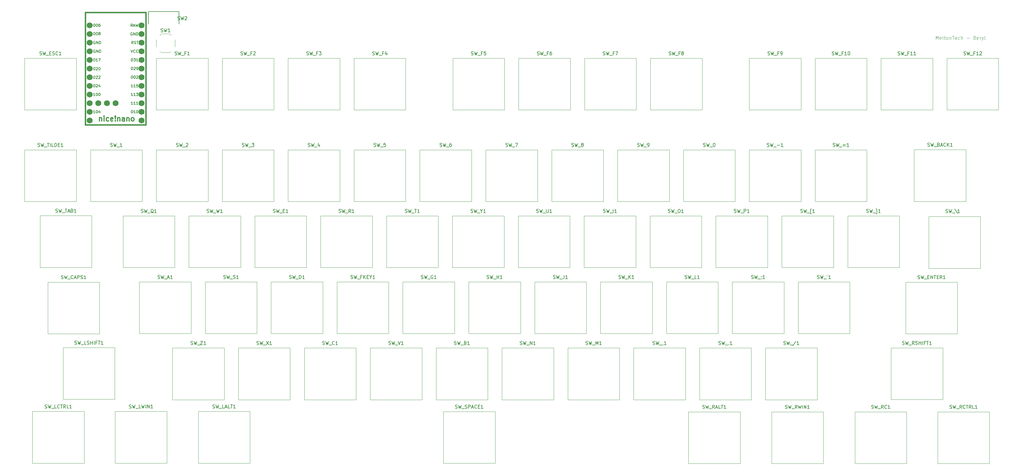
<source format=gbr>
%TF.GenerationSoftware,KiCad,Pcbnew,8.0.8*%
%TF.CreationDate,2025-01-25T15:20:35-08:00*%
%TF.ProjectId,CustomKeyboard,43757374-6f6d-44b6-9579-626f6172642e,rev?*%
%TF.SameCoordinates,Original*%
%TF.FileFunction,Legend,Top*%
%TF.FilePolarity,Positive*%
%FSLAX46Y46*%
G04 Gerber Fmt 4.6, Leading zero omitted, Abs format (unit mm)*
G04 Created by KiCad (PCBNEW 8.0.8) date 2025-01-25 15:20:35*
%MOMM*%
%LPD*%
G01*
G04 APERTURE LIST*
%ADD10C,0.100000*%
%ADD11C,0.150000*%
%ADD12C,0.300000*%
%ADD13C,0.120000*%
%ADD14C,0.381000*%
%ADD15C,0.127000*%
%ADD16C,1.752600*%
G04 APERTURE END LIST*
D10*
X302303884Y-32872419D02*
X302303884Y-31872419D01*
X302303884Y-31872419D02*
X302637217Y-32586704D01*
X302637217Y-32586704D02*
X302970550Y-31872419D01*
X302970550Y-31872419D02*
X302970550Y-32872419D01*
X303827693Y-32824800D02*
X303732455Y-32872419D01*
X303732455Y-32872419D02*
X303541979Y-32872419D01*
X303541979Y-32872419D02*
X303446741Y-32824800D01*
X303446741Y-32824800D02*
X303399122Y-32729561D01*
X303399122Y-32729561D02*
X303399122Y-32348609D01*
X303399122Y-32348609D02*
X303446741Y-32253371D01*
X303446741Y-32253371D02*
X303541979Y-32205752D01*
X303541979Y-32205752D02*
X303732455Y-32205752D01*
X303732455Y-32205752D02*
X303827693Y-32253371D01*
X303827693Y-32253371D02*
X303875312Y-32348609D01*
X303875312Y-32348609D02*
X303875312Y-32443847D01*
X303875312Y-32443847D02*
X303399122Y-32539085D01*
X304446741Y-32872419D02*
X304351503Y-32824800D01*
X304351503Y-32824800D02*
X304303884Y-32729561D01*
X304303884Y-32729561D02*
X304303884Y-31872419D01*
X304684837Y-32205752D02*
X305065789Y-32205752D01*
X304827694Y-31872419D02*
X304827694Y-32729561D01*
X304827694Y-32729561D02*
X304875313Y-32824800D01*
X304875313Y-32824800D02*
X304970551Y-32872419D01*
X304970551Y-32872419D02*
X305065789Y-32872419D01*
X305541980Y-32872419D02*
X305446742Y-32824800D01*
X305446742Y-32824800D02*
X305399123Y-32777180D01*
X305399123Y-32777180D02*
X305351504Y-32681942D01*
X305351504Y-32681942D02*
X305351504Y-32396228D01*
X305351504Y-32396228D02*
X305399123Y-32300990D01*
X305399123Y-32300990D02*
X305446742Y-32253371D01*
X305446742Y-32253371D02*
X305541980Y-32205752D01*
X305541980Y-32205752D02*
X305684837Y-32205752D01*
X305684837Y-32205752D02*
X305780075Y-32253371D01*
X305780075Y-32253371D02*
X305827694Y-32300990D01*
X305827694Y-32300990D02*
X305875313Y-32396228D01*
X305875313Y-32396228D02*
X305875313Y-32681942D01*
X305875313Y-32681942D02*
X305827694Y-32777180D01*
X305827694Y-32777180D02*
X305780075Y-32824800D01*
X305780075Y-32824800D02*
X305684837Y-32872419D01*
X305684837Y-32872419D02*
X305541980Y-32872419D01*
X306303885Y-32205752D02*
X306303885Y-32872419D01*
X306303885Y-32300990D02*
X306351504Y-32253371D01*
X306351504Y-32253371D02*
X306446742Y-32205752D01*
X306446742Y-32205752D02*
X306589599Y-32205752D01*
X306589599Y-32205752D02*
X306684837Y-32253371D01*
X306684837Y-32253371D02*
X306732456Y-32348609D01*
X306732456Y-32348609D02*
X306732456Y-32872419D01*
X307065790Y-31872419D02*
X307637218Y-31872419D01*
X307351504Y-32872419D02*
X307351504Y-31872419D01*
X308351504Y-32824800D02*
X308256266Y-32872419D01*
X308256266Y-32872419D02*
X308065790Y-32872419D01*
X308065790Y-32872419D02*
X307970552Y-32824800D01*
X307970552Y-32824800D02*
X307922933Y-32729561D01*
X307922933Y-32729561D02*
X307922933Y-32348609D01*
X307922933Y-32348609D02*
X307970552Y-32253371D01*
X307970552Y-32253371D02*
X308065790Y-32205752D01*
X308065790Y-32205752D02*
X308256266Y-32205752D01*
X308256266Y-32205752D02*
X308351504Y-32253371D01*
X308351504Y-32253371D02*
X308399123Y-32348609D01*
X308399123Y-32348609D02*
X308399123Y-32443847D01*
X308399123Y-32443847D02*
X307922933Y-32539085D01*
X309256266Y-32824800D02*
X309161028Y-32872419D01*
X309161028Y-32872419D02*
X308970552Y-32872419D01*
X308970552Y-32872419D02*
X308875314Y-32824800D01*
X308875314Y-32824800D02*
X308827695Y-32777180D01*
X308827695Y-32777180D02*
X308780076Y-32681942D01*
X308780076Y-32681942D02*
X308780076Y-32396228D01*
X308780076Y-32396228D02*
X308827695Y-32300990D01*
X308827695Y-32300990D02*
X308875314Y-32253371D01*
X308875314Y-32253371D02*
X308970552Y-32205752D01*
X308970552Y-32205752D02*
X309161028Y-32205752D01*
X309161028Y-32205752D02*
X309256266Y-32253371D01*
X309684838Y-32872419D02*
X309684838Y-31872419D01*
X310113409Y-32872419D02*
X310113409Y-32348609D01*
X310113409Y-32348609D02*
X310065790Y-32253371D01*
X310065790Y-32253371D02*
X309970552Y-32205752D01*
X309970552Y-32205752D02*
X309827695Y-32205752D01*
X309827695Y-32205752D02*
X309732457Y-32253371D01*
X309732457Y-32253371D02*
X309684838Y-32300990D01*
X311351505Y-32491466D02*
X312113410Y-32491466D01*
X313684838Y-32348609D02*
X313827695Y-32396228D01*
X313827695Y-32396228D02*
X313875314Y-32443847D01*
X313875314Y-32443847D02*
X313922933Y-32539085D01*
X313922933Y-32539085D02*
X313922933Y-32681942D01*
X313922933Y-32681942D02*
X313875314Y-32777180D01*
X313875314Y-32777180D02*
X313827695Y-32824800D01*
X313827695Y-32824800D02*
X313732457Y-32872419D01*
X313732457Y-32872419D02*
X313351505Y-32872419D01*
X313351505Y-32872419D02*
X313351505Y-31872419D01*
X313351505Y-31872419D02*
X313684838Y-31872419D01*
X313684838Y-31872419D02*
X313780076Y-31920038D01*
X313780076Y-31920038D02*
X313827695Y-31967657D01*
X313827695Y-31967657D02*
X313875314Y-32062895D01*
X313875314Y-32062895D02*
X313875314Y-32158133D01*
X313875314Y-32158133D02*
X313827695Y-32253371D01*
X313827695Y-32253371D02*
X313780076Y-32300990D01*
X313780076Y-32300990D02*
X313684838Y-32348609D01*
X313684838Y-32348609D02*
X313351505Y-32348609D01*
X314732457Y-32824800D02*
X314637219Y-32872419D01*
X314637219Y-32872419D02*
X314446743Y-32872419D01*
X314446743Y-32872419D02*
X314351505Y-32824800D01*
X314351505Y-32824800D02*
X314303886Y-32729561D01*
X314303886Y-32729561D02*
X314303886Y-32348609D01*
X314303886Y-32348609D02*
X314351505Y-32253371D01*
X314351505Y-32253371D02*
X314446743Y-32205752D01*
X314446743Y-32205752D02*
X314637219Y-32205752D01*
X314637219Y-32205752D02*
X314732457Y-32253371D01*
X314732457Y-32253371D02*
X314780076Y-32348609D01*
X314780076Y-32348609D02*
X314780076Y-32443847D01*
X314780076Y-32443847D02*
X314303886Y-32539085D01*
X315208648Y-32872419D02*
X315208648Y-32205752D01*
X315208648Y-32396228D02*
X315256267Y-32300990D01*
X315256267Y-32300990D02*
X315303886Y-32253371D01*
X315303886Y-32253371D02*
X315399124Y-32205752D01*
X315399124Y-32205752D02*
X315494362Y-32205752D01*
X315732458Y-32205752D02*
X315970553Y-32872419D01*
X316208648Y-32205752D02*
X315970553Y-32872419D01*
X315970553Y-32872419D02*
X315875315Y-33110514D01*
X315875315Y-33110514D02*
X315827696Y-33158133D01*
X315827696Y-33158133D02*
X315732458Y-33205752D01*
X316732458Y-32872419D02*
X316637220Y-32824800D01*
X316637220Y-32824800D02*
X316589601Y-32729561D01*
X316589601Y-32729561D02*
X316589601Y-31872419D01*
D11*
X281902381Y-83707200D02*
X282045238Y-83754819D01*
X282045238Y-83754819D02*
X282283333Y-83754819D01*
X282283333Y-83754819D02*
X282378571Y-83707200D01*
X282378571Y-83707200D02*
X282426190Y-83659580D01*
X282426190Y-83659580D02*
X282473809Y-83564342D01*
X282473809Y-83564342D02*
X282473809Y-83469104D01*
X282473809Y-83469104D02*
X282426190Y-83373866D01*
X282426190Y-83373866D02*
X282378571Y-83326247D01*
X282378571Y-83326247D02*
X282283333Y-83278628D01*
X282283333Y-83278628D02*
X282092857Y-83231009D01*
X282092857Y-83231009D02*
X281997619Y-83183390D01*
X281997619Y-83183390D02*
X281950000Y-83135771D01*
X281950000Y-83135771D02*
X281902381Y-83040533D01*
X281902381Y-83040533D02*
X281902381Y-82945295D01*
X281902381Y-82945295D02*
X281950000Y-82850057D01*
X281950000Y-82850057D02*
X281997619Y-82802438D01*
X281997619Y-82802438D02*
X282092857Y-82754819D01*
X282092857Y-82754819D02*
X282330952Y-82754819D01*
X282330952Y-82754819D02*
X282473809Y-82802438D01*
X282807143Y-82754819D02*
X283045238Y-83754819D01*
X283045238Y-83754819D02*
X283235714Y-83040533D01*
X283235714Y-83040533D02*
X283426190Y-83754819D01*
X283426190Y-83754819D02*
X283664286Y-82754819D01*
X283807143Y-83850057D02*
X284569047Y-83850057D01*
X284711905Y-84088152D02*
X284950000Y-84088152D01*
X284950000Y-84088152D02*
X284950000Y-82659580D01*
X284950000Y-82659580D02*
X284711905Y-82659580D01*
X285997619Y-83754819D02*
X285426191Y-83754819D01*
X285711905Y-83754819D02*
X285711905Y-82754819D01*
X285711905Y-82754819D02*
X285616667Y-82897676D01*
X285616667Y-82897676D02*
X285521429Y-82992914D01*
X285521429Y-82992914D02*
X285426191Y-83040533D01*
X305202381Y-83758200D02*
X305345238Y-83805819D01*
X305345238Y-83805819D02*
X305583333Y-83805819D01*
X305583333Y-83805819D02*
X305678571Y-83758200D01*
X305678571Y-83758200D02*
X305726190Y-83710580D01*
X305726190Y-83710580D02*
X305773809Y-83615342D01*
X305773809Y-83615342D02*
X305773809Y-83520104D01*
X305773809Y-83520104D02*
X305726190Y-83424866D01*
X305726190Y-83424866D02*
X305678571Y-83377247D01*
X305678571Y-83377247D02*
X305583333Y-83329628D01*
X305583333Y-83329628D02*
X305392857Y-83282009D01*
X305392857Y-83282009D02*
X305297619Y-83234390D01*
X305297619Y-83234390D02*
X305250000Y-83186771D01*
X305250000Y-83186771D02*
X305202381Y-83091533D01*
X305202381Y-83091533D02*
X305202381Y-82996295D01*
X305202381Y-82996295D02*
X305250000Y-82901057D01*
X305250000Y-82901057D02*
X305297619Y-82853438D01*
X305297619Y-82853438D02*
X305392857Y-82805819D01*
X305392857Y-82805819D02*
X305630952Y-82805819D01*
X305630952Y-82805819D02*
X305773809Y-82853438D01*
X306107143Y-82805819D02*
X306345238Y-83805819D01*
X306345238Y-83805819D02*
X306535714Y-83091533D01*
X306535714Y-83091533D02*
X306726190Y-83805819D01*
X306726190Y-83805819D02*
X306964286Y-82805819D01*
X307107143Y-83901057D02*
X307869047Y-83901057D01*
X307773809Y-82710580D02*
X308630952Y-83996295D01*
X309297619Y-83805819D02*
X308726191Y-83805819D01*
X309011905Y-83805819D02*
X309011905Y-82805819D01*
X309011905Y-82805819D02*
X308916667Y-82948676D01*
X308916667Y-82948676D02*
X308821429Y-83043914D01*
X308821429Y-83043914D02*
X308726191Y-83091533D01*
X262552381Y-83707200D02*
X262695238Y-83754819D01*
X262695238Y-83754819D02*
X262933333Y-83754819D01*
X262933333Y-83754819D02*
X263028571Y-83707200D01*
X263028571Y-83707200D02*
X263076190Y-83659580D01*
X263076190Y-83659580D02*
X263123809Y-83564342D01*
X263123809Y-83564342D02*
X263123809Y-83469104D01*
X263123809Y-83469104D02*
X263076190Y-83373866D01*
X263076190Y-83373866D02*
X263028571Y-83326247D01*
X263028571Y-83326247D02*
X262933333Y-83278628D01*
X262933333Y-83278628D02*
X262742857Y-83231009D01*
X262742857Y-83231009D02*
X262647619Y-83183390D01*
X262647619Y-83183390D02*
X262600000Y-83135771D01*
X262600000Y-83135771D02*
X262552381Y-83040533D01*
X262552381Y-83040533D02*
X262552381Y-82945295D01*
X262552381Y-82945295D02*
X262600000Y-82850057D01*
X262600000Y-82850057D02*
X262647619Y-82802438D01*
X262647619Y-82802438D02*
X262742857Y-82754819D01*
X262742857Y-82754819D02*
X262980952Y-82754819D01*
X262980952Y-82754819D02*
X263123809Y-82802438D01*
X263457143Y-82754819D02*
X263695238Y-83754819D01*
X263695238Y-83754819D02*
X263885714Y-83040533D01*
X263885714Y-83040533D02*
X264076190Y-83754819D01*
X264076190Y-83754819D02*
X264314286Y-82754819D01*
X264457143Y-83850057D02*
X265219047Y-83850057D01*
X265742857Y-84088152D02*
X265504762Y-84088152D01*
X265504762Y-84088152D02*
X265504762Y-82659580D01*
X265504762Y-82659580D02*
X265742857Y-82659580D01*
X266647619Y-83754819D02*
X266076191Y-83754819D01*
X266361905Y-83754819D02*
X266361905Y-82754819D01*
X266361905Y-82754819D02*
X266266667Y-82897676D01*
X266266667Y-82897676D02*
X266171429Y-82992914D01*
X266171429Y-82992914D02*
X266076191Y-83040533D01*
X83459524Y-122507200D02*
X83602381Y-122554819D01*
X83602381Y-122554819D02*
X83840476Y-122554819D01*
X83840476Y-122554819D02*
X83935714Y-122507200D01*
X83935714Y-122507200D02*
X83983333Y-122459580D01*
X83983333Y-122459580D02*
X84030952Y-122364342D01*
X84030952Y-122364342D02*
X84030952Y-122269104D01*
X84030952Y-122269104D02*
X83983333Y-122173866D01*
X83983333Y-122173866D02*
X83935714Y-122126247D01*
X83935714Y-122126247D02*
X83840476Y-122078628D01*
X83840476Y-122078628D02*
X83650000Y-122031009D01*
X83650000Y-122031009D02*
X83554762Y-121983390D01*
X83554762Y-121983390D02*
X83507143Y-121935771D01*
X83507143Y-121935771D02*
X83459524Y-121840533D01*
X83459524Y-121840533D02*
X83459524Y-121745295D01*
X83459524Y-121745295D02*
X83507143Y-121650057D01*
X83507143Y-121650057D02*
X83554762Y-121602438D01*
X83554762Y-121602438D02*
X83650000Y-121554819D01*
X83650000Y-121554819D02*
X83888095Y-121554819D01*
X83888095Y-121554819D02*
X84030952Y-121602438D01*
X84364286Y-121554819D02*
X84602381Y-122554819D01*
X84602381Y-122554819D02*
X84792857Y-121840533D01*
X84792857Y-121840533D02*
X84983333Y-122554819D01*
X84983333Y-122554819D02*
X85221429Y-121554819D01*
X85364286Y-122650057D02*
X86126190Y-122650057D01*
X86269048Y-121554819D02*
X86935714Y-121554819D01*
X86935714Y-121554819D02*
X86269048Y-122554819D01*
X86269048Y-122554819D02*
X86935714Y-122554819D01*
X87840476Y-122554819D02*
X87269048Y-122554819D01*
X87554762Y-122554819D02*
X87554762Y-121554819D01*
X87554762Y-121554819D02*
X87459524Y-121697676D01*
X87459524Y-121697676D02*
X87364286Y-121792914D01*
X87364286Y-121792914D02*
X87269048Y-121840533D01*
X165707143Y-83707200D02*
X165850000Y-83754819D01*
X165850000Y-83754819D02*
X166088095Y-83754819D01*
X166088095Y-83754819D02*
X166183333Y-83707200D01*
X166183333Y-83707200D02*
X166230952Y-83659580D01*
X166230952Y-83659580D02*
X166278571Y-83564342D01*
X166278571Y-83564342D02*
X166278571Y-83469104D01*
X166278571Y-83469104D02*
X166230952Y-83373866D01*
X166230952Y-83373866D02*
X166183333Y-83326247D01*
X166183333Y-83326247D02*
X166088095Y-83278628D01*
X166088095Y-83278628D02*
X165897619Y-83231009D01*
X165897619Y-83231009D02*
X165802381Y-83183390D01*
X165802381Y-83183390D02*
X165754762Y-83135771D01*
X165754762Y-83135771D02*
X165707143Y-83040533D01*
X165707143Y-83040533D02*
X165707143Y-82945295D01*
X165707143Y-82945295D02*
X165754762Y-82850057D01*
X165754762Y-82850057D02*
X165802381Y-82802438D01*
X165802381Y-82802438D02*
X165897619Y-82754819D01*
X165897619Y-82754819D02*
X166135714Y-82754819D01*
X166135714Y-82754819D02*
X166278571Y-82802438D01*
X166611905Y-82754819D02*
X166850000Y-83754819D01*
X166850000Y-83754819D02*
X167040476Y-83040533D01*
X167040476Y-83040533D02*
X167230952Y-83754819D01*
X167230952Y-83754819D02*
X167469048Y-82754819D01*
X167611905Y-83850057D02*
X168373809Y-83850057D01*
X168802381Y-83278628D02*
X168802381Y-83754819D01*
X168469048Y-82754819D02*
X168802381Y-83278628D01*
X168802381Y-83278628D02*
X169135714Y-82754819D01*
X169992857Y-83754819D02*
X169421429Y-83754819D01*
X169707143Y-83754819D02*
X169707143Y-82754819D01*
X169707143Y-82754819D02*
X169611905Y-82897676D01*
X169611905Y-82897676D02*
X169516667Y-82992914D01*
X169516667Y-82992914D02*
X169421429Y-83040533D01*
X102809524Y-122507200D02*
X102952381Y-122554819D01*
X102952381Y-122554819D02*
X103190476Y-122554819D01*
X103190476Y-122554819D02*
X103285714Y-122507200D01*
X103285714Y-122507200D02*
X103333333Y-122459580D01*
X103333333Y-122459580D02*
X103380952Y-122364342D01*
X103380952Y-122364342D02*
X103380952Y-122269104D01*
X103380952Y-122269104D02*
X103333333Y-122173866D01*
X103333333Y-122173866D02*
X103285714Y-122126247D01*
X103285714Y-122126247D02*
X103190476Y-122078628D01*
X103190476Y-122078628D02*
X103000000Y-122031009D01*
X103000000Y-122031009D02*
X102904762Y-121983390D01*
X102904762Y-121983390D02*
X102857143Y-121935771D01*
X102857143Y-121935771D02*
X102809524Y-121840533D01*
X102809524Y-121840533D02*
X102809524Y-121745295D01*
X102809524Y-121745295D02*
X102857143Y-121650057D01*
X102857143Y-121650057D02*
X102904762Y-121602438D01*
X102904762Y-121602438D02*
X103000000Y-121554819D01*
X103000000Y-121554819D02*
X103238095Y-121554819D01*
X103238095Y-121554819D02*
X103380952Y-121602438D01*
X103714286Y-121554819D02*
X103952381Y-122554819D01*
X103952381Y-122554819D02*
X104142857Y-121840533D01*
X104142857Y-121840533D02*
X104333333Y-122554819D01*
X104333333Y-122554819D02*
X104571429Y-121554819D01*
X104714286Y-122650057D02*
X105476190Y-122650057D01*
X105619048Y-121554819D02*
X106285714Y-122554819D01*
X106285714Y-121554819D02*
X105619048Y-122554819D01*
X107190476Y-122554819D02*
X106619048Y-122554819D01*
X106904762Y-122554819D02*
X106904762Y-121554819D01*
X106904762Y-121554819D02*
X106809524Y-121697676D01*
X106809524Y-121697676D02*
X106714286Y-121792914D01*
X106714286Y-121792914D02*
X106619048Y-121840533D01*
X88164286Y-83707200D02*
X88307143Y-83754819D01*
X88307143Y-83754819D02*
X88545238Y-83754819D01*
X88545238Y-83754819D02*
X88640476Y-83707200D01*
X88640476Y-83707200D02*
X88688095Y-83659580D01*
X88688095Y-83659580D02*
X88735714Y-83564342D01*
X88735714Y-83564342D02*
X88735714Y-83469104D01*
X88735714Y-83469104D02*
X88688095Y-83373866D01*
X88688095Y-83373866D02*
X88640476Y-83326247D01*
X88640476Y-83326247D02*
X88545238Y-83278628D01*
X88545238Y-83278628D02*
X88354762Y-83231009D01*
X88354762Y-83231009D02*
X88259524Y-83183390D01*
X88259524Y-83183390D02*
X88211905Y-83135771D01*
X88211905Y-83135771D02*
X88164286Y-83040533D01*
X88164286Y-83040533D02*
X88164286Y-82945295D01*
X88164286Y-82945295D02*
X88211905Y-82850057D01*
X88211905Y-82850057D02*
X88259524Y-82802438D01*
X88259524Y-82802438D02*
X88354762Y-82754819D01*
X88354762Y-82754819D02*
X88592857Y-82754819D01*
X88592857Y-82754819D02*
X88735714Y-82802438D01*
X89069048Y-82754819D02*
X89307143Y-83754819D01*
X89307143Y-83754819D02*
X89497619Y-83040533D01*
X89497619Y-83040533D02*
X89688095Y-83754819D01*
X89688095Y-83754819D02*
X89926191Y-82754819D01*
X90069048Y-83850057D02*
X90830952Y-83850057D01*
X90973810Y-82754819D02*
X91211905Y-83754819D01*
X91211905Y-83754819D02*
X91402381Y-83040533D01*
X91402381Y-83040533D02*
X91592857Y-83754819D01*
X91592857Y-83754819D02*
X91830953Y-82754819D01*
X92735714Y-83754819D02*
X92164286Y-83754819D01*
X92450000Y-83754819D02*
X92450000Y-82754819D01*
X92450000Y-82754819D02*
X92354762Y-82897676D01*
X92354762Y-82897676D02*
X92259524Y-82992914D01*
X92259524Y-82992914D02*
X92164286Y-83040533D01*
X141557143Y-122507200D02*
X141700000Y-122554819D01*
X141700000Y-122554819D02*
X141938095Y-122554819D01*
X141938095Y-122554819D02*
X142033333Y-122507200D01*
X142033333Y-122507200D02*
X142080952Y-122459580D01*
X142080952Y-122459580D02*
X142128571Y-122364342D01*
X142128571Y-122364342D02*
X142128571Y-122269104D01*
X142128571Y-122269104D02*
X142080952Y-122173866D01*
X142080952Y-122173866D02*
X142033333Y-122126247D01*
X142033333Y-122126247D02*
X141938095Y-122078628D01*
X141938095Y-122078628D02*
X141747619Y-122031009D01*
X141747619Y-122031009D02*
X141652381Y-121983390D01*
X141652381Y-121983390D02*
X141604762Y-121935771D01*
X141604762Y-121935771D02*
X141557143Y-121840533D01*
X141557143Y-121840533D02*
X141557143Y-121745295D01*
X141557143Y-121745295D02*
X141604762Y-121650057D01*
X141604762Y-121650057D02*
X141652381Y-121602438D01*
X141652381Y-121602438D02*
X141747619Y-121554819D01*
X141747619Y-121554819D02*
X141985714Y-121554819D01*
X141985714Y-121554819D02*
X142128571Y-121602438D01*
X142461905Y-121554819D02*
X142700000Y-122554819D01*
X142700000Y-122554819D02*
X142890476Y-121840533D01*
X142890476Y-121840533D02*
X143080952Y-122554819D01*
X143080952Y-122554819D02*
X143319048Y-121554819D01*
X143461905Y-122650057D02*
X144223809Y-122650057D01*
X144319048Y-121554819D02*
X144652381Y-122554819D01*
X144652381Y-122554819D02*
X144985714Y-121554819D01*
X145842857Y-122554819D02*
X145271429Y-122554819D01*
X145557143Y-122554819D02*
X145557143Y-121554819D01*
X145557143Y-121554819D02*
X145461905Y-121697676D01*
X145461905Y-121697676D02*
X145366667Y-121792914D01*
X145366667Y-121792914D02*
X145271429Y-121840533D01*
X184961905Y-83707200D02*
X185104762Y-83754819D01*
X185104762Y-83754819D02*
X185342857Y-83754819D01*
X185342857Y-83754819D02*
X185438095Y-83707200D01*
X185438095Y-83707200D02*
X185485714Y-83659580D01*
X185485714Y-83659580D02*
X185533333Y-83564342D01*
X185533333Y-83564342D02*
X185533333Y-83469104D01*
X185533333Y-83469104D02*
X185485714Y-83373866D01*
X185485714Y-83373866D02*
X185438095Y-83326247D01*
X185438095Y-83326247D02*
X185342857Y-83278628D01*
X185342857Y-83278628D02*
X185152381Y-83231009D01*
X185152381Y-83231009D02*
X185057143Y-83183390D01*
X185057143Y-83183390D02*
X185009524Y-83135771D01*
X185009524Y-83135771D02*
X184961905Y-83040533D01*
X184961905Y-83040533D02*
X184961905Y-82945295D01*
X184961905Y-82945295D02*
X185009524Y-82850057D01*
X185009524Y-82850057D02*
X185057143Y-82802438D01*
X185057143Y-82802438D02*
X185152381Y-82754819D01*
X185152381Y-82754819D02*
X185390476Y-82754819D01*
X185390476Y-82754819D02*
X185533333Y-82802438D01*
X185866667Y-82754819D02*
X186104762Y-83754819D01*
X186104762Y-83754819D02*
X186295238Y-83040533D01*
X186295238Y-83040533D02*
X186485714Y-83754819D01*
X186485714Y-83754819D02*
X186723810Y-82754819D01*
X186866667Y-83850057D02*
X187628571Y-83850057D01*
X187866667Y-82754819D02*
X187866667Y-83564342D01*
X187866667Y-83564342D02*
X187914286Y-83659580D01*
X187914286Y-83659580D02*
X187961905Y-83707200D01*
X187961905Y-83707200D02*
X188057143Y-83754819D01*
X188057143Y-83754819D02*
X188247619Y-83754819D01*
X188247619Y-83754819D02*
X188342857Y-83707200D01*
X188342857Y-83707200D02*
X188390476Y-83659580D01*
X188390476Y-83659580D02*
X188438095Y-83564342D01*
X188438095Y-83564342D02*
X188438095Y-82754819D01*
X189438095Y-83754819D02*
X188866667Y-83754819D01*
X189152381Y-83754819D02*
X189152381Y-82754819D01*
X189152381Y-82754819D02*
X189057143Y-82897676D01*
X189057143Y-82897676D02*
X188961905Y-82992914D01*
X188961905Y-82992914D02*
X188866667Y-83040533D01*
X38509524Y-64307200D02*
X38652381Y-64354819D01*
X38652381Y-64354819D02*
X38890476Y-64354819D01*
X38890476Y-64354819D02*
X38985714Y-64307200D01*
X38985714Y-64307200D02*
X39033333Y-64259580D01*
X39033333Y-64259580D02*
X39080952Y-64164342D01*
X39080952Y-64164342D02*
X39080952Y-64069104D01*
X39080952Y-64069104D02*
X39033333Y-63973866D01*
X39033333Y-63973866D02*
X38985714Y-63926247D01*
X38985714Y-63926247D02*
X38890476Y-63878628D01*
X38890476Y-63878628D02*
X38700000Y-63831009D01*
X38700000Y-63831009D02*
X38604762Y-63783390D01*
X38604762Y-63783390D02*
X38557143Y-63735771D01*
X38557143Y-63735771D02*
X38509524Y-63640533D01*
X38509524Y-63640533D02*
X38509524Y-63545295D01*
X38509524Y-63545295D02*
X38557143Y-63450057D01*
X38557143Y-63450057D02*
X38604762Y-63402438D01*
X38604762Y-63402438D02*
X38700000Y-63354819D01*
X38700000Y-63354819D02*
X38938095Y-63354819D01*
X38938095Y-63354819D02*
X39080952Y-63402438D01*
X39414286Y-63354819D02*
X39652381Y-64354819D01*
X39652381Y-64354819D02*
X39842857Y-63640533D01*
X39842857Y-63640533D02*
X40033333Y-64354819D01*
X40033333Y-64354819D02*
X40271429Y-63354819D01*
X40414286Y-64450057D02*
X41176190Y-64450057D01*
X41271429Y-63354819D02*
X41842857Y-63354819D01*
X41557143Y-64354819D02*
X41557143Y-63354819D01*
X42176191Y-64354819D02*
X42176191Y-63354819D01*
X43128571Y-64354819D02*
X42652381Y-64354819D01*
X42652381Y-64354819D02*
X42652381Y-63354819D01*
X43461905Y-64354819D02*
X43461905Y-63354819D01*
X43461905Y-63354819D02*
X43700000Y-63354819D01*
X43700000Y-63354819D02*
X43842857Y-63402438D01*
X43842857Y-63402438D02*
X43938095Y-63497676D01*
X43938095Y-63497676D02*
X43985714Y-63592914D01*
X43985714Y-63592914D02*
X44033333Y-63783390D01*
X44033333Y-63783390D02*
X44033333Y-63926247D01*
X44033333Y-63926247D02*
X43985714Y-64116723D01*
X43985714Y-64116723D02*
X43938095Y-64211961D01*
X43938095Y-64211961D02*
X43842857Y-64307200D01*
X43842857Y-64307200D02*
X43700000Y-64354819D01*
X43700000Y-64354819D02*
X43461905Y-64354819D01*
X44461905Y-63831009D02*
X44795238Y-63831009D01*
X44938095Y-64354819D02*
X44461905Y-64354819D01*
X44461905Y-64354819D02*
X44461905Y-63354819D01*
X44461905Y-63354819D02*
X44938095Y-63354819D01*
X45890476Y-64354819D02*
X45319048Y-64354819D01*
X45604762Y-64354819D02*
X45604762Y-63354819D01*
X45604762Y-63354819D02*
X45509524Y-63497676D01*
X45509524Y-63497676D02*
X45414286Y-63592914D01*
X45414286Y-63592914D02*
X45319048Y-63640533D01*
X43726190Y-83657200D02*
X43869047Y-83704819D01*
X43869047Y-83704819D02*
X44107142Y-83704819D01*
X44107142Y-83704819D02*
X44202380Y-83657200D01*
X44202380Y-83657200D02*
X44249999Y-83609580D01*
X44249999Y-83609580D02*
X44297618Y-83514342D01*
X44297618Y-83514342D02*
X44297618Y-83419104D01*
X44297618Y-83419104D02*
X44249999Y-83323866D01*
X44249999Y-83323866D02*
X44202380Y-83276247D01*
X44202380Y-83276247D02*
X44107142Y-83228628D01*
X44107142Y-83228628D02*
X43916666Y-83181009D01*
X43916666Y-83181009D02*
X43821428Y-83133390D01*
X43821428Y-83133390D02*
X43773809Y-83085771D01*
X43773809Y-83085771D02*
X43726190Y-82990533D01*
X43726190Y-82990533D02*
X43726190Y-82895295D01*
X43726190Y-82895295D02*
X43773809Y-82800057D01*
X43773809Y-82800057D02*
X43821428Y-82752438D01*
X43821428Y-82752438D02*
X43916666Y-82704819D01*
X43916666Y-82704819D02*
X44154761Y-82704819D01*
X44154761Y-82704819D02*
X44297618Y-82752438D01*
X44630952Y-82704819D02*
X44869047Y-83704819D01*
X44869047Y-83704819D02*
X45059523Y-82990533D01*
X45059523Y-82990533D02*
X45249999Y-83704819D01*
X45249999Y-83704819D02*
X45488095Y-82704819D01*
X45630952Y-83800057D02*
X46392856Y-83800057D01*
X46488095Y-82704819D02*
X47059523Y-82704819D01*
X46773809Y-83704819D02*
X46773809Y-82704819D01*
X47345238Y-83419104D02*
X47821428Y-83419104D01*
X47250000Y-83704819D02*
X47583333Y-82704819D01*
X47583333Y-82704819D02*
X47916666Y-83704819D01*
X48583333Y-83181009D02*
X48726190Y-83228628D01*
X48726190Y-83228628D02*
X48773809Y-83276247D01*
X48773809Y-83276247D02*
X48821428Y-83371485D01*
X48821428Y-83371485D02*
X48821428Y-83514342D01*
X48821428Y-83514342D02*
X48773809Y-83609580D01*
X48773809Y-83609580D02*
X48726190Y-83657200D01*
X48726190Y-83657200D02*
X48630952Y-83704819D01*
X48630952Y-83704819D02*
X48250000Y-83704819D01*
X48250000Y-83704819D02*
X48250000Y-82704819D01*
X48250000Y-82704819D02*
X48583333Y-82704819D01*
X48583333Y-82704819D02*
X48678571Y-82752438D01*
X48678571Y-82752438D02*
X48726190Y-82800057D01*
X48726190Y-82800057D02*
X48773809Y-82895295D01*
X48773809Y-82895295D02*
X48773809Y-82990533D01*
X48773809Y-82990533D02*
X48726190Y-83085771D01*
X48726190Y-83085771D02*
X48678571Y-83133390D01*
X48678571Y-83133390D02*
X48583333Y-83181009D01*
X48583333Y-83181009D02*
X48250000Y-83181009D01*
X49773809Y-83704819D02*
X49202381Y-83704819D01*
X49488095Y-83704819D02*
X49488095Y-82704819D01*
X49488095Y-82704819D02*
X49392857Y-82847676D01*
X49392857Y-82847676D02*
X49297619Y-82942914D01*
X49297619Y-82942914D02*
X49202381Y-82990533D01*
X146404762Y-83707200D02*
X146547619Y-83754819D01*
X146547619Y-83754819D02*
X146785714Y-83754819D01*
X146785714Y-83754819D02*
X146880952Y-83707200D01*
X146880952Y-83707200D02*
X146928571Y-83659580D01*
X146928571Y-83659580D02*
X146976190Y-83564342D01*
X146976190Y-83564342D02*
X146976190Y-83469104D01*
X146976190Y-83469104D02*
X146928571Y-83373866D01*
X146928571Y-83373866D02*
X146880952Y-83326247D01*
X146880952Y-83326247D02*
X146785714Y-83278628D01*
X146785714Y-83278628D02*
X146595238Y-83231009D01*
X146595238Y-83231009D02*
X146500000Y-83183390D01*
X146500000Y-83183390D02*
X146452381Y-83135771D01*
X146452381Y-83135771D02*
X146404762Y-83040533D01*
X146404762Y-83040533D02*
X146404762Y-82945295D01*
X146404762Y-82945295D02*
X146452381Y-82850057D01*
X146452381Y-82850057D02*
X146500000Y-82802438D01*
X146500000Y-82802438D02*
X146595238Y-82754819D01*
X146595238Y-82754819D02*
X146833333Y-82754819D01*
X146833333Y-82754819D02*
X146976190Y-82802438D01*
X147309524Y-82754819D02*
X147547619Y-83754819D01*
X147547619Y-83754819D02*
X147738095Y-83040533D01*
X147738095Y-83040533D02*
X147928571Y-83754819D01*
X147928571Y-83754819D02*
X148166667Y-82754819D01*
X148309524Y-83850057D02*
X149071428Y-83850057D01*
X149166667Y-82754819D02*
X149738095Y-82754819D01*
X149452381Y-83754819D02*
X149452381Y-82754819D01*
X150595238Y-83754819D02*
X150023810Y-83754819D01*
X150309524Y-83754819D02*
X150309524Y-82754819D01*
X150309524Y-82754819D02*
X150214286Y-82897676D01*
X150214286Y-82897676D02*
X150119048Y-82992914D01*
X150119048Y-82992914D02*
X150023810Y-83040533D01*
X161128571Y-141199700D02*
X161271428Y-141247319D01*
X161271428Y-141247319D02*
X161509523Y-141247319D01*
X161509523Y-141247319D02*
X161604761Y-141199700D01*
X161604761Y-141199700D02*
X161652380Y-141152080D01*
X161652380Y-141152080D02*
X161699999Y-141056842D01*
X161699999Y-141056842D02*
X161699999Y-140961604D01*
X161699999Y-140961604D02*
X161652380Y-140866366D01*
X161652380Y-140866366D02*
X161604761Y-140818747D01*
X161604761Y-140818747D02*
X161509523Y-140771128D01*
X161509523Y-140771128D02*
X161319047Y-140723509D01*
X161319047Y-140723509D02*
X161223809Y-140675890D01*
X161223809Y-140675890D02*
X161176190Y-140628271D01*
X161176190Y-140628271D02*
X161128571Y-140533033D01*
X161128571Y-140533033D02*
X161128571Y-140437795D01*
X161128571Y-140437795D02*
X161176190Y-140342557D01*
X161176190Y-140342557D02*
X161223809Y-140294938D01*
X161223809Y-140294938D02*
X161319047Y-140247319D01*
X161319047Y-140247319D02*
X161557142Y-140247319D01*
X161557142Y-140247319D02*
X161699999Y-140294938D01*
X162033333Y-140247319D02*
X162271428Y-141247319D01*
X162271428Y-141247319D02*
X162461904Y-140533033D01*
X162461904Y-140533033D02*
X162652380Y-141247319D01*
X162652380Y-141247319D02*
X162890476Y-140247319D01*
X163033333Y-141342557D02*
X163795237Y-141342557D01*
X163985714Y-141199700D02*
X164128571Y-141247319D01*
X164128571Y-141247319D02*
X164366666Y-141247319D01*
X164366666Y-141247319D02*
X164461904Y-141199700D01*
X164461904Y-141199700D02*
X164509523Y-141152080D01*
X164509523Y-141152080D02*
X164557142Y-141056842D01*
X164557142Y-141056842D02*
X164557142Y-140961604D01*
X164557142Y-140961604D02*
X164509523Y-140866366D01*
X164509523Y-140866366D02*
X164461904Y-140818747D01*
X164461904Y-140818747D02*
X164366666Y-140771128D01*
X164366666Y-140771128D02*
X164176190Y-140723509D01*
X164176190Y-140723509D02*
X164080952Y-140675890D01*
X164080952Y-140675890D02*
X164033333Y-140628271D01*
X164033333Y-140628271D02*
X163985714Y-140533033D01*
X163985714Y-140533033D02*
X163985714Y-140437795D01*
X163985714Y-140437795D02*
X164033333Y-140342557D01*
X164033333Y-140342557D02*
X164080952Y-140294938D01*
X164080952Y-140294938D02*
X164176190Y-140247319D01*
X164176190Y-140247319D02*
X164414285Y-140247319D01*
X164414285Y-140247319D02*
X164557142Y-140294938D01*
X164985714Y-141247319D02*
X164985714Y-140247319D01*
X164985714Y-140247319D02*
X165366666Y-140247319D01*
X165366666Y-140247319D02*
X165461904Y-140294938D01*
X165461904Y-140294938D02*
X165509523Y-140342557D01*
X165509523Y-140342557D02*
X165557142Y-140437795D01*
X165557142Y-140437795D02*
X165557142Y-140580652D01*
X165557142Y-140580652D02*
X165509523Y-140675890D01*
X165509523Y-140675890D02*
X165461904Y-140723509D01*
X165461904Y-140723509D02*
X165366666Y-140771128D01*
X165366666Y-140771128D02*
X164985714Y-140771128D01*
X165938095Y-140961604D02*
X166414285Y-140961604D01*
X165842857Y-141247319D02*
X166176190Y-140247319D01*
X166176190Y-140247319D02*
X166509523Y-141247319D01*
X167414285Y-141152080D02*
X167366666Y-141199700D01*
X167366666Y-141199700D02*
X167223809Y-141247319D01*
X167223809Y-141247319D02*
X167128571Y-141247319D01*
X167128571Y-141247319D02*
X166985714Y-141199700D01*
X166985714Y-141199700D02*
X166890476Y-141104461D01*
X166890476Y-141104461D02*
X166842857Y-141009223D01*
X166842857Y-141009223D02*
X166795238Y-140818747D01*
X166795238Y-140818747D02*
X166795238Y-140675890D01*
X166795238Y-140675890D02*
X166842857Y-140485414D01*
X166842857Y-140485414D02*
X166890476Y-140390176D01*
X166890476Y-140390176D02*
X166985714Y-140294938D01*
X166985714Y-140294938D02*
X167128571Y-140247319D01*
X167128571Y-140247319D02*
X167223809Y-140247319D01*
X167223809Y-140247319D02*
X167366666Y-140294938D01*
X167366666Y-140294938D02*
X167414285Y-140342557D01*
X167842857Y-140723509D02*
X168176190Y-140723509D01*
X168319047Y-141247319D02*
X167842857Y-141247319D01*
X167842857Y-141247319D02*
X167842857Y-140247319D01*
X167842857Y-140247319D02*
X168319047Y-140247319D01*
X169271428Y-141247319D02*
X168700000Y-141247319D01*
X168985714Y-141247319D02*
X168985714Y-140247319D01*
X168985714Y-140247319D02*
X168890476Y-140390176D01*
X168890476Y-140390176D02*
X168795238Y-140485414D01*
X168795238Y-140485414D02*
X168700000Y-140533033D01*
X93059524Y-103107200D02*
X93202381Y-103154819D01*
X93202381Y-103154819D02*
X93440476Y-103154819D01*
X93440476Y-103154819D02*
X93535714Y-103107200D01*
X93535714Y-103107200D02*
X93583333Y-103059580D01*
X93583333Y-103059580D02*
X93630952Y-102964342D01*
X93630952Y-102964342D02*
X93630952Y-102869104D01*
X93630952Y-102869104D02*
X93583333Y-102773866D01*
X93583333Y-102773866D02*
X93535714Y-102726247D01*
X93535714Y-102726247D02*
X93440476Y-102678628D01*
X93440476Y-102678628D02*
X93250000Y-102631009D01*
X93250000Y-102631009D02*
X93154762Y-102583390D01*
X93154762Y-102583390D02*
X93107143Y-102535771D01*
X93107143Y-102535771D02*
X93059524Y-102440533D01*
X93059524Y-102440533D02*
X93059524Y-102345295D01*
X93059524Y-102345295D02*
X93107143Y-102250057D01*
X93107143Y-102250057D02*
X93154762Y-102202438D01*
X93154762Y-102202438D02*
X93250000Y-102154819D01*
X93250000Y-102154819D02*
X93488095Y-102154819D01*
X93488095Y-102154819D02*
X93630952Y-102202438D01*
X93964286Y-102154819D02*
X94202381Y-103154819D01*
X94202381Y-103154819D02*
X94392857Y-102440533D01*
X94392857Y-102440533D02*
X94583333Y-103154819D01*
X94583333Y-103154819D02*
X94821429Y-102154819D01*
X94964286Y-103250057D02*
X95726190Y-103250057D01*
X95916667Y-103107200D02*
X96059524Y-103154819D01*
X96059524Y-103154819D02*
X96297619Y-103154819D01*
X96297619Y-103154819D02*
X96392857Y-103107200D01*
X96392857Y-103107200D02*
X96440476Y-103059580D01*
X96440476Y-103059580D02*
X96488095Y-102964342D01*
X96488095Y-102964342D02*
X96488095Y-102869104D01*
X96488095Y-102869104D02*
X96440476Y-102773866D01*
X96440476Y-102773866D02*
X96392857Y-102726247D01*
X96392857Y-102726247D02*
X96297619Y-102678628D01*
X96297619Y-102678628D02*
X96107143Y-102631009D01*
X96107143Y-102631009D02*
X96011905Y-102583390D01*
X96011905Y-102583390D02*
X95964286Y-102535771D01*
X95964286Y-102535771D02*
X95916667Y-102440533D01*
X95916667Y-102440533D02*
X95916667Y-102345295D01*
X95916667Y-102345295D02*
X95964286Y-102250057D01*
X95964286Y-102250057D02*
X96011905Y-102202438D01*
X96011905Y-102202438D02*
X96107143Y-102154819D01*
X96107143Y-102154819D02*
X96345238Y-102154819D01*
X96345238Y-102154819D02*
X96488095Y-102202438D01*
X97440476Y-103154819D02*
X96869048Y-103154819D01*
X97154762Y-103154819D02*
X97154762Y-102154819D01*
X97154762Y-102154819D02*
X97059524Y-102297676D01*
X97059524Y-102297676D02*
X96964286Y-102392914D01*
X96964286Y-102392914D02*
X96869048Y-102440533D01*
X258052381Y-141257200D02*
X258195238Y-141304819D01*
X258195238Y-141304819D02*
X258433333Y-141304819D01*
X258433333Y-141304819D02*
X258528571Y-141257200D01*
X258528571Y-141257200D02*
X258576190Y-141209580D01*
X258576190Y-141209580D02*
X258623809Y-141114342D01*
X258623809Y-141114342D02*
X258623809Y-141019104D01*
X258623809Y-141019104D02*
X258576190Y-140923866D01*
X258576190Y-140923866D02*
X258528571Y-140876247D01*
X258528571Y-140876247D02*
X258433333Y-140828628D01*
X258433333Y-140828628D02*
X258242857Y-140781009D01*
X258242857Y-140781009D02*
X258147619Y-140733390D01*
X258147619Y-140733390D02*
X258100000Y-140685771D01*
X258100000Y-140685771D02*
X258052381Y-140590533D01*
X258052381Y-140590533D02*
X258052381Y-140495295D01*
X258052381Y-140495295D02*
X258100000Y-140400057D01*
X258100000Y-140400057D02*
X258147619Y-140352438D01*
X258147619Y-140352438D02*
X258242857Y-140304819D01*
X258242857Y-140304819D02*
X258480952Y-140304819D01*
X258480952Y-140304819D02*
X258623809Y-140352438D01*
X258957143Y-140304819D02*
X259195238Y-141304819D01*
X259195238Y-141304819D02*
X259385714Y-140590533D01*
X259385714Y-140590533D02*
X259576190Y-141304819D01*
X259576190Y-141304819D02*
X259814286Y-140304819D01*
X259957143Y-141400057D02*
X260719047Y-141400057D01*
X261528571Y-141304819D02*
X261195238Y-140828628D01*
X260957143Y-141304819D02*
X260957143Y-140304819D01*
X260957143Y-140304819D02*
X261338095Y-140304819D01*
X261338095Y-140304819D02*
X261433333Y-140352438D01*
X261433333Y-140352438D02*
X261480952Y-140400057D01*
X261480952Y-140400057D02*
X261528571Y-140495295D01*
X261528571Y-140495295D02*
X261528571Y-140638152D01*
X261528571Y-140638152D02*
X261480952Y-140733390D01*
X261480952Y-140733390D02*
X261433333Y-140781009D01*
X261433333Y-140781009D02*
X261338095Y-140828628D01*
X261338095Y-140828628D02*
X260957143Y-140828628D01*
X261861905Y-140304819D02*
X262100000Y-141304819D01*
X262100000Y-141304819D02*
X262290476Y-140590533D01*
X262290476Y-140590533D02*
X262480952Y-141304819D01*
X262480952Y-141304819D02*
X262719048Y-140304819D01*
X263100000Y-141304819D02*
X263100000Y-140304819D01*
X263576190Y-141304819D02*
X263576190Y-140304819D01*
X263576190Y-140304819D02*
X264147618Y-141304819D01*
X264147618Y-141304819D02*
X264147618Y-140304819D01*
X265147618Y-141304819D02*
X264576190Y-141304819D01*
X264861904Y-141304819D02*
X264861904Y-140304819D01*
X264861904Y-140304819D02*
X264766666Y-140447676D01*
X264766666Y-140447676D02*
X264671428Y-140542914D01*
X264671428Y-140542914D02*
X264576190Y-140590533D01*
X292440595Y-122487200D02*
X292583452Y-122534819D01*
X292583452Y-122534819D02*
X292821547Y-122534819D01*
X292821547Y-122534819D02*
X292916785Y-122487200D01*
X292916785Y-122487200D02*
X292964404Y-122439580D01*
X292964404Y-122439580D02*
X293012023Y-122344342D01*
X293012023Y-122344342D02*
X293012023Y-122249104D01*
X293012023Y-122249104D02*
X292964404Y-122153866D01*
X292964404Y-122153866D02*
X292916785Y-122106247D01*
X292916785Y-122106247D02*
X292821547Y-122058628D01*
X292821547Y-122058628D02*
X292631071Y-122011009D01*
X292631071Y-122011009D02*
X292535833Y-121963390D01*
X292535833Y-121963390D02*
X292488214Y-121915771D01*
X292488214Y-121915771D02*
X292440595Y-121820533D01*
X292440595Y-121820533D02*
X292440595Y-121725295D01*
X292440595Y-121725295D02*
X292488214Y-121630057D01*
X292488214Y-121630057D02*
X292535833Y-121582438D01*
X292535833Y-121582438D02*
X292631071Y-121534819D01*
X292631071Y-121534819D02*
X292869166Y-121534819D01*
X292869166Y-121534819D02*
X293012023Y-121582438D01*
X293345357Y-121534819D02*
X293583452Y-122534819D01*
X293583452Y-122534819D02*
X293773928Y-121820533D01*
X293773928Y-121820533D02*
X293964404Y-122534819D01*
X293964404Y-122534819D02*
X294202500Y-121534819D01*
X294345357Y-122630057D02*
X295107261Y-122630057D01*
X295916785Y-122534819D02*
X295583452Y-122058628D01*
X295345357Y-122534819D02*
X295345357Y-121534819D01*
X295345357Y-121534819D02*
X295726309Y-121534819D01*
X295726309Y-121534819D02*
X295821547Y-121582438D01*
X295821547Y-121582438D02*
X295869166Y-121630057D01*
X295869166Y-121630057D02*
X295916785Y-121725295D01*
X295916785Y-121725295D02*
X295916785Y-121868152D01*
X295916785Y-121868152D02*
X295869166Y-121963390D01*
X295869166Y-121963390D02*
X295821547Y-122011009D01*
X295821547Y-122011009D02*
X295726309Y-122058628D01*
X295726309Y-122058628D02*
X295345357Y-122058628D01*
X296297738Y-122487200D02*
X296440595Y-122534819D01*
X296440595Y-122534819D02*
X296678690Y-122534819D01*
X296678690Y-122534819D02*
X296773928Y-122487200D01*
X296773928Y-122487200D02*
X296821547Y-122439580D01*
X296821547Y-122439580D02*
X296869166Y-122344342D01*
X296869166Y-122344342D02*
X296869166Y-122249104D01*
X296869166Y-122249104D02*
X296821547Y-122153866D01*
X296821547Y-122153866D02*
X296773928Y-122106247D01*
X296773928Y-122106247D02*
X296678690Y-122058628D01*
X296678690Y-122058628D02*
X296488214Y-122011009D01*
X296488214Y-122011009D02*
X296392976Y-121963390D01*
X296392976Y-121963390D02*
X296345357Y-121915771D01*
X296345357Y-121915771D02*
X296297738Y-121820533D01*
X296297738Y-121820533D02*
X296297738Y-121725295D01*
X296297738Y-121725295D02*
X296345357Y-121630057D01*
X296345357Y-121630057D02*
X296392976Y-121582438D01*
X296392976Y-121582438D02*
X296488214Y-121534819D01*
X296488214Y-121534819D02*
X296726309Y-121534819D01*
X296726309Y-121534819D02*
X296869166Y-121582438D01*
X297297738Y-122534819D02*
X297297738Y-121534819D01*
X297297738Y-122011009D02*
X297869166Y-122011009D01*
X297869166Y-122534819D02*
X297869166Y-121534819D01*
X298345357Y-122534819D02*
X298345357Y-121534819D01*
X299154880Y-122011009D02*
X298821547Y-122011009D01*
X298821547Y-122534819D02*
X298821547Y-121534819D01*
X298821547Y-121534819D02*
X299297737Y-121534819D01*
X299535833Y-121534819D02*
X300107261Y-121534819D01*
X299821547Y-122534819D02*
X299821547Y-121534819D01*
X300964404Y-122534819D02*
X300392976Y-122534819D01*
X300678690Y-122534819D02*
X300678690Y-121534819D01*
X300678690Y-121534819D02*
X300583452Y-121677676D01*
X300583452Y-121677676D02*
X300488214Y-121772914D01*
X300488214Y-121772914D02*
X300392976Y-121820533D01*
X306400000Y-141257200D02*
X306542857Y-141304819D01*
X306542857Y-141304819D02*
X306780952Y-141304819D01*
X306780952Y-141304819D02*
X306876190Y-141257200D01*
X306876190Y-141257200D02*
X306923809Y-141209580D01*
X306923809Y-141209580D02*
X306971428Y-141114342D01*
X306971428Y-141114342D02*
X306971428Y-141019104D01*
X306971428Y-141019104D02*
X306923809Y-140923866D01*
X306923809Y-140923866D02*
X306876190Y-140876247D01*
X306876190Y-140876247D02*
X306780952Y-140828628D01*
X306780952Y-140828628D02*
X306590476Y-140781009D01*
X306590476Y-140781009D02*
X306495238Y-140733390D01*
X306495238Y-140733390D02*
X306447619Y-140685771D01*
X306447619Y-140685771D02*
X306400000Y-140590533D01*
X306400000Y-140590533D02*
X306400000Y-140495295D01*
X306400000Y-140495295D02*
X306447619Y-140400057D01*
X306447619Y-140400057D02*
X306495238Y-140352438D01*
X306495238Y-140352438D02*
X306590476Y-140304819D01*
X306590476Y-140304819D02*
X306828571Y-140304819D01*
X306828571Y-140304819D02*
X306971428Y-140352438D01*
X307304762Y-140304819D02*
X307542857Y-141304819D01*
X307542857Y-141304819D02*
X307733333Y-140590533D01*
X307733333Y-140590533D02*
X307923809Y-141304819D01*
X307923809Y-141304819D02*
X308161905Y-140304819D01*
X308304762Y-141400057D02*
X309066666Y-141400057D01*
X309876190Y-141304819D02*
X309542857Y-140828628D01*
X309304762Y-141304819D02*
X309304762Y-140304819D01*
X309304762Y-140304819D02*
X309685714Y-140304819D01*
X309685714Y-140304819D02*
X309780952Y-140352438D01*
X309780952Y-140352438D02*
X309828571Y-140400057D01*
X309828571Y-140400057D02*
X309876190Y-140495295D01*
X309876190Y-140495295D02*
X309876190Y-140638152D01*
X309876190Y-140638152D02*
X309828571Y-140733390D01*
X309828571Y-140733390D02*
X309780952Y-140781009D01*
X309780952Y-140781009D02*
X309685714Y-140828628D01*
X309685714Y-140828628D02*
X309304762Y-140828628D01*
X310876190Y-141209580D02*
X310828571Y-141257200D01*
X310828571Y-141257200D02*
X310685714Y-141304819D01*
X310685714Y-141304819D02*
X310590476Y-141304819D01*
X310590476Y-141304819D02*
X310447619Y-141257200D01*
X310447619Y-141257200D02*
X310352381Y-141161961D01*
X310352381Y-141161961D02*
X310304762Y-141066723D01*
X310304762Y-141066723D02*
X310257143Y-140876247D01*
X310257143Y-140876247D02*
X310257143Y-140733390D01*
X310257143Y-140733390D02*
X310304762Y-140542914D01*
X310304762Y-140542914D02*
X310352381Y-140447676D01*
X310352381Y-140447676D02*
X310447619Y-140352438D01*
X310447619Y-140352438D02*
X310590476Y-140304819D01*
X310590476Y-140304819D02*
X310685714Y-140304819D01*
X310685714Y-140304819D02*
X310828571Y-140352438D01*
X310828571Y-140352438D02*
X310876190Y-140400057D01*
X311161905Y-140304819D02*
X311733333Y-140304819D01*
X311447619Y-141304819D02*
X311447619Y-140304819D01*
X312638095Y-141304819D02*
X312304762Y-140828628D01*
X312066667Y-141304819D02*
X312066667Y-140304819D01*
X312066667Y-140304819D02*
X312447619Y-140304819D01*
X312447619Y-140304819D02*
X312542857Y-140352438D01*
X312542857Y-140352438D02*
X312590476Y-140400057D01*
X312590476Y-140400057D02*
X312638095Y-140495295D01*
X312638095Y-140495295D02*
X312638095Y-140638152D01*
X312638095Y-140638152D02*
X312590476Y-140733390D01*
X312590476Y-140733390D02*
X312542857Y-140781009D01*
X312542857Y-140781009D02*
X312447619Y-140828628D01*
X312447619Y-140828628D02*
X312066667Y-140828628D01*
X313542857Y-141304819D02*
X313066667Y-141304819D01*
X313066667Y-141304819D02*
X313066667Y-140304819D01*
X314400000Y-141304819D02*
X313828572Y-141304819D01*
X314114286Y-141304819D02*
X314114286Y-140304819D01*
X314114286Y-140304819D02*
X314019048Y-140447676D01*
X314019048Y-140447676D02*
X313923810Y-140542914D01*
X313923810Y-140542914D02*
X313828572Y-140590533D01*
X283385714Y-141257200D02*
X283528571Y-141304819D01*
X283528571Y-141304819D02*
X283766666Y-141304819D01*
X283766666Y-141304819D02*
X283861904Y-141257200D01*
X283861904Y-141257200D02*
X283909523Y-141209580D01*
X283909523Y-141209580D02*
X283957142Y-141114342D01*
X283957142Y-141114342D02*
X283957142Y-141019104D01*
X283957142Y-141019104D02*
X283909523Y-140923866D01*
X283909523Y-140923866D02*
X283861904Y-140876247D01*
X283861904Y-140876247D02*
X283766666Y-140828628D01*
X283766666Y-140828628D02*
X283576190Y-140781009D01*
X283576190Y-140781009D02*
X283480952Y-140733390D01*
X283480952Y-140733390D02*
X283433333Y-140685771D01*
X283433333Y-140685771D02*
X283385714Y-140590533D01*
X283385714Y-140590533D02*
X283385714Y-140495295D01*
X283385714Y-140495295D02*
X283433333Y-140400057D01*
X283433333Y-140400057D02*
X283480952Y-140352438D01*
X283480952Y-140352438D02*
X283576190Y-140304819D01*
X283576190Y-140304819D02*
X283814285Y-140304819D01*
X283814285Y-140304819D02*
X283957142Y-140352438D01*
X284290476Y-140304819D02*
X284528571Y-141304819D01*
X284528571Y-141304819D02*
X284719047Y-140590533D01*
X284719047Y-140590533D02*
X284909523Y-141304819D01*
X284909523Y-141304819D02*
X285147619Y-140304819D01*
X285290476Y-141400057D02*
X286052380Y-141400057D01*
X286861904Y-141304819D02*
X286528571Y-140828628D01*
X286290476Y-141304819D02*
X286290476Y-140304819D01*
X286290476Y-140304819D02*
X286671428Y-140304819D01*
X286671428Y-140304819D02*
X286766666Y-140352438D01*
X286766666Y-140352438D02*
X286814285Y-140400057D01*
X286814285Y-140400057D02*
X286861904Y-140495295D01*
X286861904Y-140495295D02*
X286861904Y-140638152D01*
X286861904Y-140638152D02*
X286814285Y-140733390D01*
X286814285Y-140733390D02*
X286766666Y-140781009D01*
X286766666Y-140781009D02*
X286671428Y-140828628D01*
X286671428Y-140828628D02*
X286290476Y-140828628D01*
X287861904Y-141209580D02*
X287814285Y-141257200D01*
X287814285Y-141257200D02*
X287671428Y-141304819D01*
X287671428Y-141304819D02*
X287576190Y-141304819D01*
X287576190Y-141304819D02*
X287433333Y-141257200D01*
X287433333Y-141257200D02*
X287338095Y-141161961D01*
X287338095Y-141161961D02*
X287290476Y-141066723D01*
X287290476Y-141066723D02*
X287242857Y-140876247D01*
X287242857Y-140876247D02*
X287242857Y-140733390D01*
X287242857Y-140733390D02*
X287290476Y-140542914D01*
X287290476Y-140542914D02*
X287338095Y-140447676D01*
X287338095Y-140447676D02*
X287433333Y-140352438D01*
X287433333Y-140352438D02*
X287576190Y-140304819D01*
X287576190Y-140304819D02*
X287671428Y-140304819D01*
X287671428Y-140304819D02*
X287814285Y-140352438D01*
X287814285Y-140352438D02*
X287861904Y-140400057D01*
X288814285Y-141304819D02*
X288242857Y-141304819D01*
X288528571Y-141304819D02*
X288528571Y-140304819D01*
X288528571Y-140304819D02*
X288433333Y-140447676D01*
X288433333Y-140447676D02*
X288338095Y-140542914D01*
X288338095Y-140542914D02*
X288242857Y-140590533D01*
X233771428Y-141257200D02*
X233914285Y-141304819D01*
X233914285Y-141304819D02*
X234152380Y-141304819D01*
X234152380Y-141304819D02*
X234247618Y-141257200D01*
X234247618Y-141257200D02*
X234295237Y-141209580D01*
X234295237Y-141209580D02*
X234342856Y-141114342D01*
X234342856Y-141114342D02*
X234342856Y-141019104D01*
X234342856Y-141019104D02*
X234295237Y-140923866D01*
X234295237Y-140923866D02*
X234247618Y-140876247D01*
X234247618Y-140876247D02*
X234152380Y-140828628D01*
X234152380Y-140828628D02*
X233961904Y-140781009D01*
X233961904Y-140781009D02*
X233866666Y-140733390D01*
X233866666Y-140733390D02*
X233819047Y-140685771D01*
X233819047Y-140685771D02*
X233771428Y-140590533D01*
X233771428Y-140590533D02*
X233771428Y-140495295D01*
X233771428Y-140495295D02*
X233819047Y-140400057D01*
X233819047Y-140400057D02*
X233866666Y-140352438D01*
X233866666Y-140352438D02*
X233961904Y-140304819D01*
X233961904Y-140304819D02*
X234199999Y-140304819D01*
X234199999Y-140304819D02*
X234342856Y-140352438D01*
X234676190Y-140304819D02*
X234914285Y-141304819D01*
X234914285Y-141304819D02*
X235104761Y-140590533D01*
X235104761Y-140590533D02*
X235295237Y-141304819D01*
X235295237Y-141304819D02*
X235533333Y-140304819D01*
X235676190Y-141400057D02*
X236438094Y-141400057D01*
X237247618Y-141304819D02*
X236914285Y-140828628D01*
X236676190Y-141304819D02*
X236676190Y-140304819D01*
X236676190Y-140304819D02*
X237057142Y-140304819D01*
X237057142Y-140304819D02*
X237152380Y-140352438D01*
X237152380Y-140352438D02*
X237199999Y-140400057D01*
X237199999Y-140400057D02*
X237247618Y-140495295D01*
X237247618Y-140495295D02*
X237247618Y-140638152D01*
X237247618Y-140638152D02*
X237199999Y-140733390D01*
X237199999Y-140733390D02*
X237152380Y-140781009D01*
X237152380Y-140781009D02*
X237057142Y-140828628D01*
X237057142Y-140828628D02*
X236676190Y-140828628D01*
X237628571Y-141019104D02*
X238104761Y-141019104D01*
X237533333Y-141304819D02*
X237866666Y-140304819D01*
X237866666Y-140304819D02*
X238199999Y-141304819D01*
X239009523Y-141304819D02*
X238533333Y-141304819D01*
X238533333Y-141304819D02*
X238533333Y-140304819D01*
X239200000Y-140304819D02*
X239771428Y-140304819D01*
X239485714Y-141304819D02*
X239485714Y-140304819D01*
X240628571Y-141304819D02*
X240057143Y-141304819D01*
X240342857Y-141304819D02*
X240342857Y-140304819D01*
X240342857Y-140304819D02*
X240247619Y-140447676D01*
X240247619Y-140447676D02*
X240152381Y-140542914D01*
X240152381Y-140542914D02*
X240057143Y-140590533D01*
X126935714Y-83707200D02*
X127078571Y-83754819D01*
X127078571Y-83754819D02*
X127316666Y-83754819D01*
X127316666Y-83754819D02*
X127411904Y-83707200D01*
X127411904Y-83707200D02*
X127459523Y-83659580D01*
X127459523Y-83659580D02*
X127507142Y-83564342D01*
X127507142Y-83564342D02*
X127507142Y-83469104D01*
X127507142Y-83469104D02*
X127459523Y-83373866D01*
X127459523Y-83373866D02*
X127411904Y-83326247D01*
X127411904Y-83326247D02*
X127316666Y-83278628D01*
X127316666Y-83278628D02*
X127126190Y-83231009D01*
X127126190Y-83231009D02*
X127030952Y-83183390D01*
X127030952Y-83183390D02*
X126983333Y-83135771D01*
X126983333Y-83135771D02*
X126935714Y-83040533D01*
X126935714Y-83040533D02*
X126935714Y-82945295D01*
X126935714Y-82945295D02*
X126983333Y-82850057D01*
X126983333Y-82850057D02*
X127030952Y-82802438D01*
X127030952Y-82802438D02*
X127126190Y-82754819D01*
X127126190Y-82754819D02*
X127364285Y-82754819D01*
X127364285Y-82754819D02*
X127507142Y-82802438D01*
X127840476Y-82754819D02*
X128078571Y-83754819D01*
X128078571Y-83754819D02*
X128269047Y-83040533D01*
X128269047Y-83040533D02*
X128459523Y-83754819D01*
X128459523Y-83754819D02*
X128697619Y-82754819D01*
X128840476Y-83850057D02*
X129602380Y-83850057D01*
X130411904Y-83754819D02*
X130078571Y-83278628D01*
X129840476Y-83754819D02*
X129840476Y-82754819D01*
X129840476Y-82754819D02*
X130221428Y-82754819D01*
X130221428Y-82754819D02*
X130316666Y-82802438D01*
X130316666Y-82802438D02*
X130364285Y-82850057D01*
X130364285Y-82850057D02*
X130411904Y-82945295D01*
X130411904Y-82945295D02*
X130411904Y-83088152D01*
X130411904Y-83088152D02*
X130364285Y-83183390D01*
X130364285Y-83183390D02*
X130316666Y-83231009D01*
X130316666Y-83231009D02*
X130221428Y-83278628D01*
X130221428Y-83278628D02*
X129840476Y-83278628D01*
X131364285Y-83754819D02*
X130792857Y-83754819D01*
X131078571Y-83754819D02*
X131078571Y-82754819D01*
X131078571Y-82754819D02*
X130983333Y-82897676D01*
X130983333Y-82897676D02*
X130888095Y-82992914D01*
X130888095Y-82992914D02*
X130792857Y-83040533D01*
X68861905Y-83707200D02*
X69004762Y-83754819D01*
X69004762Y-83754819D02*
X69242857Y-83754819D01*
X69242857Y-83754819D02*
X69338095Y-83707200D01*
X69338095Y-83707200D02*
X69385714Y-83659580D01*
X69385714Y-83659580D02*
X69433333Y-83564342D01*
X69433333Y-83564342D02*
X69433333Y-83469104D01*
X69433333Y-83469104D02*
X69385714Y-83373866D01*
X69385714Y-83373866D02*
X69338095Y-83326247D01*
X69338095Y-83326247D02*
X69242857Y-83278628D01*
X69242857Y-83278628D02*
X69052381Y-83231009D01*
X69052381Y-83231009D02*
X68957143Y-83183390D01*
X68957143Y-83183390D02*
X68909524Y-83135771D01*
X68909524Y-83135771D02*
X68861905Y-83040533D01*
X68861905Y-83040533D02*
X68861905Y-82945295D01*
X68861905Y-82945295D02*
X68909524Y-82850057D01*
X68909524Y-82850057D02*
X68957143Y-82802438D01*
X68957143Y-82802438D02*
X69052381Y-82754819D01*
X69052381Y-82754819D02*
X69290476Y-82754819D01*
X69290476Y-82754819D02*
X69433333Y-82802438D01*
X69766667Y-82754819D02*
X70004762Y-83754819D01*
X70004762Y-83754819D02*
X70195238Y-83040533D01*
X70195238Y-83040533D02*
X70385714Y-83754819D01*
X70385714Y-83754819D02*
X70623810Y-82754819D01*
X70766667Y-83850057D02*
X71528571Y-83850057D01*
X72433333Y-83850057D02*
X72338095Y-83802438D01*
X72338095Y-83802438D02*
X72242857Y-83707200D01*
X72242857Y-83707200D02*
X72100000Y-83564342D01*
X72100000Y-83564342D02*
X72004762Y-83516723D01*
X72004762Y-83516723D02*
X71909524Y-83516723D01*
X71957143Y-83754819D02*
X71861905Y-83707200D01*
X71861905Y-83707200D02*
X71766667Y-83611961D01*
X71766667Y-83611961D02*
X71719048Y-83421485D01*
X71719048Y-83421485D02*
X71719048Y-83088152D01*
X71719048Y-83088152D02*
X71766667Y-82897676D01*
X71766667Y-82897676D02*
X71861905Y-82802438D01*
X71861905Y-82802438D02*
X71957143Y-82754819D01*
X71957143Y-82754819D02*
X72147619Y-82754819D01*
X72147619Y-82754819D02*
X72242857Y-82802438D01*
X72242857Y-82802438D02*
X72338095Y-82897676D01*
X72338095Y-82897676D02*
X72385714Y-83088152D01*
X72385714Y-83088152D02*
X72385714Y-83421485D01*
X72385714Y-83421485D02*
X72338095Y-83611961D01*
X72338095Y-83611961D02*
X72242857Y-83707200D01*
X72242857Y-83707200D02*
X72147619Y-83754819D01*
X72147619Y-83754819D02*
X71957143Y-83754819D01*
X73338095Y-83754819D02*
X72766667Y-83754819D01*
X73052381Y-83754819D02*
X73052381Y-82754819D01*
X73052381Y-82754819D02*
X72957143Y-82897676D01*
X72957143Y-82897676D02*
X72861905Y-82992914D01*
X72861905Y-82992914D02*
X72766667Y-83040533D01*
X243035714Y-83707200D02*
X243178571Y-83754819D01*
X243178571Y-83754819D02*
X243416666Y-83754819D01*
X243416666Y-83754819D02*
X243511904Y-83707200D01*
X243511904Y-83707200D02*
X243559523Y-83659580D01*
X243559523Y-83659580D02*
X243607142Y-83564342D01*
X243607142Y-83564342D02*
X243607142Y-83469104D01*
X243607142Y-83469104D02*
X243559523Y-83373866D01*
X243559523Y-83373866D02*
X243511904Y-83326247D01*
X243511904Y-83326247D02*
X243416666Y-83278628D01*
X243416666Y-83278628D02*
X243226190Y-83231009D01*
X243226190Y-83231009D02*
X243130952Y-83183390D01*
X243130952Y-83183390D02*
X243083333Y-83135771D01*
X243083333Y-83135771D02*
X243035714Y-83040533D01*
X243035714Y-83040533D02*
X243035714Y-82945295D01*
X243035714Y-82945295D02*
X243083333Y-82850057D01*
X243083333Y-82850057D02*
X243130952Y-82802438D01*
X243130952Y-82802438D02*
X243226190Y-82754819D01*
X243226190Y-82754819D02*
X243464285Y-82754819D01*
X243464285Y-82754819D02*
X243607142Y-82802438D01*
X243940476Y-82754819D02*
X244178571Y-83754819D01*
X244178571Y-83754819D02*
X244369047Y-83040533D01*
X244369047Y-83040533D02*
X244559523Y-83754819D01*
X244559523Y-83754819D02*
X244797619Y-82754819D01*
X244940476Y-83850057D02*
X245702380Y-83850057D01*
X245940476Y-83754819D02*
X245940476Y-82754819D01*
X245940476Y-82754819D02*
X246321428Y-82754819D01*
X246321428Y-82754819D02*
X246416666Y-82802438D01*
X246416666Y-82802438D02*
X246464285Y-82850057D01*
X246464285Y-82850057D02*
X246511904Y-82945295D01*
X246511904Y-82945295D02*
X246511904Y-83088152D01*
X246511904Y-83088152D02*
X246464285Y-83183390D01*
X246464285Y-83183390D02*
X246416666Y-83231009D01*
X246416666Y-83231009D02*
X246321428Y-83278628D01*
X246321428Y-83278628D02*
X245940476Y-83278628D01*
X247464285Y-83754819D02*
X246892857Y-83754819D01*
X247178571Y-83754819D02*
X247178571Y-82754819D01*
X247178571Y-82754819D02*
X247083333Y-82897676D01*
X247083333Y-82897676D02*
X246988095Y-82992914D01*
X246988095Y-82992914D02*
X246892857Y-83040533D01*
X223661905Y-83707200D02*
X223804762Y-83754819D01*
X223804762Y-83754819D02*
X224042857Y-83754819D01*
X224042857Y-83754819D02*
X224138095Y-83707200D01*
X224138095Y-83707200D02*
X224185714Y-83659580D01*
X224185714Y-83659580D02*
X224233333Y-83564342D01*
X224233333Y-83564342D02*
X224233333Y-83469104D01*
X224233333Y-83469104D02*
X224185714Y-83373866D01*
X224185714Y-83373866D02*
X224138095Y-83326247D01*
X224138095Y-83326247D02*
X224042857Y-83278628D01*
X224042857Y-83278628D02*
X223852381Y-83231009D01*
X223852381Y-83231009D02*
X223757143Y-83183390D01*
X223757143Y-83183390D02*
X223709524Y-83135771D01*
X223709524Y-83135771D02*
X223661905Y-83040533D01*
X223661905Y-83040533D02*
X223661905Y-82945295D01*
X223661905Y-82945295D02*
X223709524Y-82850057D01*
X223709524Y-82850057D02*
X223757143Y-82802438D01*
X223757143Y-82802438D02*
X223852381Y-82754819D01*
X223852381Y-82754819D02*
X224090476Y-82754819D01*
X224090476Y-82754819D02*
X224233333Y-82802438D01*
X224566667Y-82754819D02*
X224804762Y-83754819D01*
X224804762Y-83754819D02*
X224995238Y-83040533D01*
X224995238Y-83040533D02*
X225185714Y-83754819D01*
X225185714Y-83754819D02*
X225423810Y-82754819D01*
X225566667Y-83850057D02*
X226328571Y-83850057D01*
X226757143Y-82754819D02*
X226947619Y-82754819D01*
X226947619Y-82754819D02*
X227042857Y-82802438D01*
X227042857Y-82802438D02*
X227138095Y-82897676D01*
X227138095Y-82897676D02*
X227185714Y-83088152D01*
X227185714Y-83088152D02*
X227185714Y-83421485D01*
X227185714Y-83421485D02*
X227138095Y-83611961D01*
X227138095Y-83611961D02*
X227042857Y-83707200D01*
X227042857Y-83707200D02*
X226947619Y-83754819D01*
X226947619Y-83754819D02*
X226757143Y-83754819D01*
X226757143Y-83754819D02*
X226661905Y-83707200D01*
X226661905Y-83707200D02*
X226566667Y-83611961D01*
X226566667Y-83611961D02*
X226519048Y-83421485D01*
X226519048Y-83421485D02*
X226519048Y-83088152D01*
X226519048Y-83088152D02*
X226566667Y-82897676D01*
X226566667Y-82897676D02*
X226661905Y-82802438D01*
X226661905Y-82802438D02*
X226757143Y-82754819D01*
X228138095Y-83754819D02*
X227566667Y-83754819D01*
X227852381Y-83754819D02*
X227852381Y-82754819D01*
X227852381Y-82754819D02*
X227757143Y-82897676D01*
X227757143Y-82897676D02*
X227661905Y-82992914D01*
X227661905Y-82992914D02*
X227566667Y-83040533D01*
X180161905Y-122507200D02*
X180304762Y-122554819D01*
X180304762Y-122554819D02*
X180542857Y-122554819D01*
X180542857Y-122554819D02*
X180638095Y-122507200D01*
X180638095Y-122507200D02*
X180685714Y-122459580D01*
X180685714Y-122459580D02*
X180733333Y-122364342D01*
X180733333Y-122364342D02*
X180733333Y-122269104D01*
X180733333Y-122269104D02*
X180685714Y-122173866D01*
X180685714Y-122173866D02*
X180638095Y-122126247D01*
X180638095Y-122126247D02*
X180542857Y-122078628D01*
X180542857Y-122078628D02*
X180352381Y-122031009D01*
X180352381Y-122031009D02*
X180257143Y-121983390D01*
X180257143Y-121983390D02*
X180209524Y-121935771D01*
X180209524Y-121935771D02*
X180161905Y-121840533D01*
X180161905Y-121840533D02*
X180161905Y-121745295D01*
X180161905Y-121745295D02*
X180209524Y-121650057D01*
X180209524Y-121650057D02*
X180257143Y-121602438D01*
X180257143Y-121602438D02*
X180352381Y-121554819D01*
X180352381Y-121554819D02*
X180590476Y-121554819D01*
X180590476Y-121554819D02*
X180733333Y-121602438D01*
X181066667Y-121554819D02*
X181304762Y-122554819D01*
X181304762Y-122554819D02*
X181495238Y-121840533D01*
X181495238Y-121840533D02*
X181685714Y-122554819D01*
X181685714Y-122554819D02*
X181923810Y-121554819D01*
X182066667Y-122650057D02*
X182828571Y-122650057D01*
X183066667Y-122554819D02*
X183066667Y-121554819D01*
X183066667Y-121554819D02*
X183638095Y-122554819D01*
X183638095Y-122554819D02*
X183638095Y-121554819D01*
X184638095Y-122554819D02*
X184066667Y-122554819D01*
X184352381Y-122554819D02*
X184352381Y-121554819D01*
X184352381Y-121554819D02*
X184257143Y-121697676D01*
X184257143Y-121697676D02*
X184161905Y-121792914D01*
X184161905Y-121792914D02*
X184066667Y-121840533D01*
X199464286Y-122507200D02*
X199607143Y-122554819D01*
X199607143Y-122554819D02*
X199845238Y-122554819D01*
X199845238Y-122554819D02*
X199940476Y-122507200D01*
X199940476Y-122507200D02*
X199988095Y-122459580D01*
X199988095Y-122459580D02*
X200035714Y-122364342D01*
X200035714Y-122364342D02*
X200035714Y-122269104D01*
X200035714Y-122269104D02*
X199988095Y-122173866D01*
X199988095Y-122173866D02*
X199940476Y-122126247D01*
X199940476Y-122126247D02*
X199845238Y-122078628D01*
X199845238Y-122078628D02*
X199654762Y-122031009D01*
X199654762Y-122031009D02*
X199559524Y-121983390D01*
X199559524Y-121983390D02*
X199511905Y-121935771D01*
X199511905Y-121935771D02*
X199464286Y-121840533D01*
X199464286Y-121840533D02*
X199464286Y-121745295D01*
X199464286Y-121745295D02*
X199511905Y-121650057D01*
X199511905Y-121650057D02*
X199559524Y-121602438D01*
X199559524Y-121602438D02*
X199654762Y-121554819D01*
X199654762Y-121554819D02*
X199892857Y-121554819D01*
X199892857Y-121554819D02*
X200035714Y-121602438D01*
X200369048Y-121554819D02*
X200607143Y-122554819D01*
X200607143Y-122554819D02*
X200797619Y-121840533D01*
X200797619Y-121840533D02*
X200988095Y-122554819D01*
X200988095Y-122554819D02*
X201226191Y-121554819D01*
X201369048Y-122650057D02*
X202130952Y-122650057D01*
X202369048Y-122554819D02*
X202369048Y-121554819D01*
X202369048Y-121554819D02*
X202702381Y-122269104D01*
X202702381Y-122269104D02*
X203035714Y-121554819D01*
X203035714Y-121554819D02*
X203035714Y-122554819D01*
X204035714Y-122554819D02*
X203464286Y-122554819D01*
X203750000Y-122554819D02*
X203750000Y-121554819D01*
X203750000Y-121554819D02*
X203654762Y-121697676D01*
X203654762Y-121697676D02*
X203559524Y-121792914D01*
X203559524Y-121792914D02*
X203464286Y-121840533D01*
X65347619Y-141157200D02*
X65490476Y-141204819D01*
X65490476Y-141204819D02*
X65728571Y-141204819D01*
X65728571Y-141204819D02*
X65823809Y-141157200D01*
X65823809Y-141157200D02*
X65871428Y-141109580D01*
X65871428Y-141109580D02*
X65919047Y-141014342D01*
X65919047Y-141014342D02*
X65919047Y-140919104D01*
X65919047Y-140919104D02*
X65871428Y-140823866D01*
X65871428Y-140823866D02*
X65823809Y-140776247D01*
X65823809Y-140776247D02*
X65728571Y-140728628D01*
X65728571Y-140728628D02*
X65538095Y-140681009D01*
X65538095Y-140681009D02*
X65442857Y-140633390D01*
X65442857Y-140633390D02*
X65395238Y-140585771D01*
X65395238Y-140585771D02*
X65347619Y-140490533D01*
X65347619Y-140490533D02*
X65347619Y-140395295D01*
X65347619Y-140395295D02*
X65395238Y-140300057D01*
X65395238Y-140300057D02*
X65442857Y-140252438D01*
X65442857Y-140252438D02*
X65538095Y-140204819D01*
X65538095Y-140204819D02*
X65776190Y-140204819D01*
X65776190Y-140204819D02*
X65919047Y-140252438D01*
X66252381Y-140204819D02*
X66490476Y-141204819D01*
X66490476Y-141204819D02*
X66680952Y-140490533D01*
X66680952Y-140490533D02*
X66871428Y-141204819D01*
X66871428Y-141204819D02*
X67109524Y-140204819D01*
X67252381Y-141300057D02*
X68014285Y-141300057D01*
X68728571Y-141204819D02*
X68252381Y-141204819D01*
X68252381Y-141204819D02*
X68252381Y-140204819D01*
X68966667Y-140204819D02*
X69204762Y-141204819D01*
X69204762Y-141204819D02*
X69395238Y-140490533D01*
X69395238Y-140490533D02*
X69585714Y-141204819D01*
X69585714Y-141204819D02*
X69823810Y-140204819D01*
X70204762Y-141204819D02*
X70204762Y-140204819D01*
X70680952Y-141204819D02*
X70680952Y-140204819D01*
X70680952Y-140204819D02*
X71252380Y-141204819D01*
X71252380Y-141204819D02*
X71252380Y-140204819D01*
X72252380Y-141204819D02*
X71680952Y-141204819D01*
X71966666Y-141204819D02*
X71966666Y-140204819D01*
X71966666Y-140204819D02*
X71871428Y-140347676D01*
X71871428Y-140347676D02*
X71776190Y-140442914D01*
X71776190Y-140442914D02*
X71680952Y-140490533D01*
X49333333Y-122407200D02*
X49476190Y-122454819D01*
X49476190Y-122454819D02*
X49714285Y-122454819D01*
X49714285Y-122454819D02*
X49809523Y-122407200D01*
X49809523Y-122407200D02*
X49857142Y-122359580D01*
X49857142Y-122359580D02*
X49904761Y-122264342D01*
X49904761Y-122264342D02*
X49904761Y-122169104D01*
X49904761Y-122169104D02*
X49857142Y-122073866D01*
X49857142Y-122073866D02*
X49809523Y-122026247D01*
X49809523Y-122026247D02*
X49714285Y-121978628D01*
X49714285Y-121978628D02*
X49523809Y-121931009D01*
X49523809Y-121931009D02*
X49428571Y-121883390D01*
X49428571Y-121883390D02*
X49380952Y-121835771D01*
X49380952Y-121835771D02*
X49333333Y-121740533D01*
X49333333Y-121740533D02*
X49333333Y-121645295D01*
X49333333Y-121645295D02*
X49380952Y-121550057D01*
X49380952Y-121550057D02*
X49428571Y-121502438D01*
X49428571Y-121502438D02*
X49523809Y-121454819D01*
X49523809Y-121454819D02*
X49761904Y-121454819D01*
X49761904Y-121454819D02*
X49904761Y-121502438D01*
X50238095Y-121454819D02*
X50476190Y-122454819D01*
X50476190Y-122454819D02*
X50666666Y-121740533D01*
X50666666Y-121740533D02*
X50857142Y-122454819D01*
X50857142Y-122454819D02*
X51095238Y-121454819D01*
X51238095Y-122550057D02*
X51999999Y-122550057D01*
X52714285Y-122454819D02*
X52238095Y-122454819D01*
X52238095Y-122454819D02*
X52238095Y-121454819D01*
X53000000Y-122407200D02*
X53142857Y-122454819D01*
X53142857Y-122454819D02*
X53380952Y-122454819D01*
X53380952Y-122454819D02*
X53476190Y-122407200D01*
X53476190Y-122407200D02*
X53523809Y-122359580D01*
X53523809Y-122359580D02*
X53571428Y-122264342D01*
X53571428Y-122264342D02*
X53571428Y-122169104D01*
X53571428Y-122169104D02*
X53523809Y-122073866D01*
X53523809Y-122073866D02*
X53476190Y-122026247D01*
X53476190Y-122026247D02*
X53380952Y-121978628D01*
X53380952Y-121978628D02*
X53190476Y-121931009D01*
X53190476Y-121931009D02*
X53095238Y-121883390D01*
X53095238Y-121883390D02*
X53047619Y-121835771D01*
X53047619Y-121835771D02*
X53000000Y-121740533D01*
X53000000Y-121740533D02*
X53000000Y-121645295D01*
X53000000Y-121645295D02*
X53047619Y-121550057D01*
X53047619Y-121550057D02*
X53095238Y-121502438D01*
X53095238Y-121502438D02*
X53190476Y-121454819D01*
X53190476Y-121454819D02*
X53428571Y-121454819D01*
X53428571Y-121454819D02*
X53571428Y-121502438D01*
X54000000Y-122454819D02*
X54000000Y-121454819D01*
X54000000Y-121931009D02*
X54571428Y-121931009D01*
X54571428Y-122454819D02*
X54571428Y-121454819D01*
X55047619Y-122454819D02*
X55047619Y-121454819D01*
X55857142Y-121931009D02*
X55523809Y-121931009D01*
X55523809Y-122454819D02*
X55523809Y-121454819D01*
X55523809Y-121454819D02*
X55999999Y-121454819D01*
X56238095Y-121454819D02*
X56809523Y-121454819D01*
X56523809Y-122454819D02*
X56523809Y-121454819D01*
X57666666Y-122454819D02*
X57095238Y-122454819D01*
X57380952Y-122454819D02*
X57380952Y-121454819D01*
X57380952Y-121454819D02*
X57285714Y-121597676D01*
X57285714Y-121597676D02*
X57190476Y-121692914D01*
X57190476Y-121692914D02*
X57095238Y-121740533D01*
X40595238Y-141157200D02*
X40738095Y-141204819D01*
X40738095Y-141204819D02*
X40976190Y-141204819D01*
X40976190Y-141204819D02*
X41071428Y-141157200D01*
X41071428Y-141157200D02*
X41119047Y-141109580D01*
X41119047Y-141109580D02*
X41166666Y-141014342D01*
X41166666Y-141014342D02*
X41166666Y-140919104D01*
X41166666Y-140919104D02*
X41119047Y-140823866D01*
X41119047Y-140823866D02*
X41071428Y-140776247D01*
X41071428Y-140776247D02*
X40976190Y-140728628D01*
X40976190Y-140728628D02*
X40785714Y-140681009D01*
X40785714Y-140681009D02*
X40690476Y-140633390D01*
X40690476Y-140633390D02*
X40642857Y-140585771D01*
X40642857Y-140585771D02*
X40595238Y-140490533D01*
X40595238Y-140490533D02*
X40595238Y-140395295D01*
X40595238Y-140395295D02*
X40642857Y-140300057D01*
X40642857Y-140300057D02*
X40690476Y-140252438D01*
X40690476Y-140252438D02*
X40785714Y-140204819D01*
X40785714Y-140204819D02*
X41023809Y-140204819D01*
X41023809Y-140204819D02*
X41166666Y-140252438D01*
X41500000Y-140204819D02*
X41738095Y-141204819D01*
X41738095Y-141204819D02*
X41928571Y-140490533D01*
X41928571Y-140490533D02*
X42119047Y-141204819D01*
X42119047Y-141204819D02*
X42357143Y-140204819D01*
X42500000Y-141300057D02*
X43261904Y-141300057D01*
X43976190Y-141204819D02*
X43500000Y-141204819D01*
X43500000Y-141204819D02*
X43500000Y-140204819D01*
X44880952Y-141109580D02*
X44833333Y-141157200D01*
X44833333Y-141157200D02*
X44690476Y-141204819D01*
X44690476Y-141204819D02*
X44595238Y-141204819D01*
X44595238Y-141204819D02*
X44452381Y-141157200D01*
X44452381Y-141157200D02*
X44357143Y-141061961D01*
X44357143Y-141061961D02*
X44309524Y-140966723D01*
X44309524Y-140966723D02*
X44261905Y-140776247D01*
X44261905Y-140776247D02*
X44261905Y-140633390D01*
X44261905Y-140633390D02*
X44309524Y-140442914D01*
X44309524Y-140442914D02*
X44357143Y-140347676D01*
X44357143Y-140347676D02*
X44452381Y-140252438D01*
X44452381Y-140252438D02*
X44595238Y-140204819D01*
X44595238Y-140204819D02*
X44690476Y-140204819D01*
X44690476Y-140204819D02*
X44833333Y-140252438D01*
X44833333Y-140252438D02*
X44880952Y-140300057D01*
X45166667Y-140204819D02*
X45738095Y-140204819D01*
X45452381Y-141204819D02*
X45452381Y-140204819D01*
X46642857Y-141204819D02*
X46309524Y-140728628D01*
X46071429Y-141204819D02*
X46071429Y-140204819D01*
X46071429Y-140204819D02*
X46452381Y-140204819D01*
X46452381Y-140204819D02*
X46547619Y-140252438D01*
X46547619Y-140252438D02*
X46595238Y-140300057D01*
X46595238Y-140300057D02*
X46642857Y-140395295D01*
X46642857Y-140395295D02*
X46642857Y-140538152D01*
X46642857Y-140538152D02*
X46595238Y-140633390D01*
X46595238Y-140633390D02*
X46547619Y-140681009D01*
X46547619Y-140681009D02*
X46452381Y-140728628D01*
X46452381Y-140728628D02*
X46071429Y-140728628D01*
X47547619Y-141204819D02*
X47071429Y-141204819D01*
X47071429Y-141204819D02*
X47071429Y-140204819D01*
X48404762Y-141204819D02*
X47833334Y-141204819D01*
X48119048Y-141204819D02*
X48119048Y-140204819D01*
X48119048Y-140204819D02*
X48023810Y-140347676D01*
X48023810Y-140347676D02*
X47928572Y-140442914D01*
X47928572Y-140442914D02*
X47833334Y-140490533D01*
X89866666Y-141157200D02*
X90009523Y-141204819D01*
X90009523Y-141204819D02*
X90247618Y-141204819D01*
X90247618Y-141204819D02*
X90342856Y-141157200D01*
X90342856Y-141157200D02*
X90390475Y-141109580D01*
X90390475Y-141109580D02*
X90438094Y-141014342D01*
X90438094Y-141014342D02*
X90438094Y-140919104D01*
X90438094Y-140919104D02*
X90390475Y-140823866D01*
X90390475Y-140823866D02*
X90342856Y-140776247D01*
X90342856Y-140776247D02*
X90247618Y-140728628D01*
X90247618Y-140728628D02*
X90057142Y-140681009D01*
X90057142Y-140681009D02*
X89961904Y-140633390D01*
X89961904Y-140633390D02*
X89914285Y-140585771D01*
X89914285Y-140585771D02*
X89866666Y-140490533D01*
X89866666Y-140490533D02*
X89866666Y-140395295D01*
X89866666Y-140395295D02*
X89914285Y-140300057D01*
X89914285Y-140300057D02*
X89961904Y-140252438D01*
X89961904Y-140252438D02*
X90057142Y-140204819D01*
X90057142Y-140204819D02*
X90295237Y-140204819D01*
X90295237Y-140204819D02*
X90438094Y-140252438D01*
X90771428Y-140204819D02*
X91009523Y-141204819D01*
X91009523Y-141204819D02*
X91199999Y-140490533D01*
X91199999Y-140490533D02*
X91390475Y-141204819D01*
X91390475Y-141204819D02*
X91628571Y-140204819D01*
X91771428Y-141300057D02*
X92533332Y-141300057D01*
X93247618Y-141204819D02*
X92771428Y-141204819D01*
X92771428Y-141204819D02*
X92771428Y-140204819D01*
X93533333Y-140919104D02*
X94009523Y-140919104D01*
X93438095Y-141204819D02*
X93771428Y-140204819D01*
X93771428Y-140204819D02*
X94104761Y-141204819D01*
X94914285Y-141204819D02*
X94438095Y-141204819D01*
X94438095Y-141204819D02*
X94438095Y-140204819D01*
X95104762Y-140204819D02*
X95676190Y-140204819D01*
X95390476Y-141204819D02*
X95390476Y-140204819D01*
X96533333Y-141204819D02*
X95961905Y-141204819D01*
X96247619Y-141204819D02*
X96247619Y-140204819D01*
X96247619Y-140204819D02*
X96152381Y-140347676D01*
X96152381Y-140347676D02*
X96057143Y-140442914D01*
X96057143Y-140442914D02*
X95961905Y-140490533D01*
X228580952Y-103107200D02*
X228723809Y-103154819D01*
X228723809Y-103154819D02*
X228961904Y-103154819D01*
X228961904Y-103154819D02*
X229057142Y-103107200D01*
X229057142Y-103107200D02*
X229104761Y-103059580D01*
X229104761Y-103059580D02*
X229152380Y-102964342D01*
X229152380Y-102964342D02*
X229152380Y-102869104D01*
X229152380Y-102869104D02*
X229104761Y-102773866D01*
X229104761Y-102773866D02*
X229057142Y-102726247D01*
X229057142Y-102726247D02*
X228961904Y-102678628D01*
X228961904Y-102678628D02*
X228771428Y-102631009D01*
X228771428Y-102631009D02*
X228676190Y-102583390D01*
X228676190Y-102583390D02*
X228628571Y-102535771D01*
X228628571Y-102535771D02*
X228580952Y-102440533D01*
X228580952Y-102440533D02*
X228580952Y-102345295D01*
X228580952Y-102345295D02*
X228628571Y-102250057D01*
X228628571Y-102250057D02*
X228676190Y-102202438D01*
X228676190Y-102202438D02*
X228771428Y-102154819D01*
X228771428Y-102154819D02*
X229009523Y-102154819D01*
X229009523Y-102154819D02*
X229152380Y-102202438D01*
X229485714Y-102154819D02*
X229723809Y-103154819D01*
X229723809Y-103154819D02*
X229914285Y-102440533D01*
X229914285Y-102440533D02*
X230104761Y-103154819D01*
X230104761Y-103154819D02*
X230342857Y-102154819D01*
X230485714Y-103250057D02*
X231247618Y-103250057D01*
X231961904Y-103154819D02*
X231485714Y-103154819D01*
X231485714Y-103154819D02*
X231485714Y-102154819D01*
X232819047Y-103154819D02*
X232247619Y-103154819D01*
X232533333Y-103154819D02*
X232533333Y-102154819D01*
X232533333Y-102154819D02*
X232438095Y-102297676D01*
X232438095Y-102297676D02*
X232342857Y-102392914D01*
X232342857Y-102392914D02*
X232247619Y-102440533D01*
X209135714Y-103107200D02*
X209278571Y-103154819D01*
X209278571Y-103154819D02*
X209516666Y-103154819D01*
X209516666Y-103154819D02*
X209611904Y-103107200D01*
X209611904Y-103107200D02*
X209659523Y-103059580D01*
X209659523Y-103059580D02*
X209707142Y-102964342D01*
X209707142Y-102964342D02*
X209707142Y-102869104D01*
X209707142Y-102869104D02*
X209659523Y-102773866D01*
X209659523Y-102773866D02*
X209611904Y-102726247D01*
X209611904Y-102726247D02*
X209516666Y-102678628D01*
X209516666Y-102678628D02*
X209326190Y-102631009D01*
X209326190Y-102631009D02*
X209230952Y-102583390D01*
X209230952Y-102583390D02*
X209183333Y-102535771D01*
X209183333Y-102535771D02*
X209135714Y-102440533D01*
X209135714Y-102440533D02*
X209135714Y-102345295D01*
X209135714Y-102345295D02*
X209183333Y-102250057D01*
X209183333Y-102250057D02*
X209230952Y-102202438D01*
X209230952Y-102202438D02*
X209326190Y-102154819D01*
X209326190Y-102154819D02*
X209564285Y-102154819D01*
X209564285Y-102154819D02*
X209707142Y-102202438D01*
X210040476Y-102154819D02*
X210278571Y-103154819D01*
X210278571Y-103154819D02*
X210469047Y-102440533D01*
X210469047Y-102440533D02*
X210659523Y-103154819D01*
X210659523Y-103154819D02*
X210897619Y-102154819D01*
X211040476Y-103250057D02*
X211802380Y-103250057D01*
X212040476Y-103154819D02*
X212040476Y-102154819D01*
X212611904Y-103154819D02*
X212183333Y-102583390D01*
X212611904Y-102154819D02*
X212040476Y-102726247D01*
X213564285Y-103154819D02*
X212992857Y-103154819D01*
X213278571Y-103154819D02*
X213278571Y-102154819D01*
X213278571Y-102154819D02*
X213183333Y-102297676D01*
X213183333Y-102297676D02*
X213088095Y-102392914D01*
X213088095Y-102392914D02*
X212992857Y-102440533D01*
X189904762Y-103107200D02*
X190047619Y-103154819D01*
X190047619Y-103154819D02*
X190285714Y-103154819D01*
X190285714Y-103154819D02*
X190380952Y-103107200D01*
X190380952Y-103107200D02*
X190428571Y-103059580D01*
X190428571Y-103059580D02*
X190476190Y-102964342D01*
X190476190Y-102964342D02*
X190476190Y-102869104D01*
X190476190Y-102869104D02*
X190428571Y-102773866D01*
X190428571Y-102773866D02*
X190380952Y-102726247D01*
X190380952Y-102726247D02*
X190285714Y-102678628D01*
X190285714Y-102678628D02*
X190095238Y-102631009D01*
X190095238Y-102631009D02*
X190000000Y-102583390D01*
X190000000Y-102583390D02*
X189952381Y-102535771D01*
X189952381Y-102535771D02*
X189904762Y-102440533D01*
X189904762Y-102440533D02*
X189904762Y-102345295D01*
X189904762Y-102345295D02*
X189952381Y-102250057D01*
X189952381Y-102250057D02*
X190000000Y-102202438D01*
X190000000Y-102202438D02*
X190095238Y-102154819D01*
X190095238Y-102154819D02*
X190333333Y-102154819D01*
X190333333Y-102154819D02*
X190476190Y-102202438D01*
X190809524Y-102154819D02*
X191047619Y-103154819D01*
X191047619Y-103154819D02*
X191238095Y-102440533D01*
X191238095Y-102440533D02*
X191428571Y-103154819D01*
X191428571Y-103154819D02*
X191666667Y-102154819D01*
X191809524Y-103250057D02*
X192571428Y-103250057D01*
X193095238Y-102154819D02*
X193095238Y-102869104D01*
X193095238Y-102869104D02*
X193047619Y-103011961D01*
X193047619Y-103011961D02*
X192952381Y-103107200D01*
X192952381Y-103107200D02*
X192809524Y-103154819D01*
X192809524Y-103154819D02*
X192714286Y-103154819D01*
X194095238Y-103154819D02*
X193523810Y-103154819D01*
X193809524Y-103154819D02*
X193809524Y-102154819D01*
X193809524Y-102154819D02*
X193714286Y-102297676D01*
X193714286Y-102297676D02*
X193619048Y-102392914D01*
X193619048Y-102392914D02*
X193523810Y-102440533D01*
X204597619Y-83707200D02*
X204740476Y-83754819D01*
X204740476Y-83754819D02*
X204978571Y-83754819D01*
X204978571Y-83754819D02*
X205073809Y-83707200D01*
X205073809Y-83707200D02*
X205121428Y-83659580D01*
X205121428Y-83659580D02*
X205169047Y-83564342D01*
X205169047Y-83564342D02*
X205169047Y-83469104D01*
X205169047Y-83469104D02*
X205121428Y-83373866D01*
X205121428Y-83373866D02*
X205073809Y-83326247D01*
X205073809Y-83326247D02*
X204978571Y-83278628D01*
X204978571Y-83278628D02*
X204788095Y-83231009D01*
X204788095Y-83231009D02*
X204692857Y-83183390D01*
X204692857Y-83183390D02*
X204645238Y-83135771D01*
X204645238Y-83135771D02*
X204597619Y-83040533D01*
X204597619Y-83040533D02*
X204597619Y-82945295D01*
X204597619Y-82945295D02*
X204645238Y-82850057D01*
X204645238Y-82850057D02*
X204692857Y-82802438D01*
X204692857Y-82802438D02*
X204788095Y-82754819D01*
X204788095Y-82754819D02*
X205026190Y-82754819D01*
X205026190Y-82754819D02*
X205169047Y-82802438D01*
X205502381Y-82754819D02*
X205740476Y-83754819D01*
X205740476Y-83754819D02*
X205930952Y-83040533D01*
X205930952Y-83040533D02*
X206121428Y-83754819D01*
X206121428Y-83754819D02*
X206359524Y-82754819D01*
X206502381Y-83850057D02*
X207264285Y-83850057D01*
X207502381Y-83754819D02*
X207502381Y-82754819D01*
X208502380Y-83754819D02*
X207930952Y-83754819D01*
X208216666Y-83754819D02*
X208216666Y-82754819D01*
X208216666Y-82754819D02*
X208121428Y-82897676D01*
X208121428Y-82897676D02*
X208026190Y-82992914D01*
X208026190Y-82992914D02*
X207930952Y-83040533D01*
X170411905Y-103107200D02*
X170554762Y-103154819D01*
X170554762Y-103154819D02*
X170792857Y-103154819D01*
X170792857Y-103154819D02*
X170888095Y-103107200D01*
X170888095Y-103107200D02*
X170935714Y-103059580D01*
X170935714Y-103059580D02*
X170983333Y-102964342D01*
X170983333Y-102964342D02*
X170983333Y-102869104D01*
X170983333Y-102869104D02*
X170935714Y-102773866D01*
X170935714Y-102773866D02*
X170888095Y-102726247D01*
X170888095Y-102726247D02*
X170792857Y-102678628D01*
X170792857Y-102678628D02*
X170602381Y-102631009D01*
X170602381Y-102631009D02*
X170507143Y-102583390D01*
X170507143Y-102583390D02*
X170459524Y-102535771D01*
X170459524Y-102535771D02*
X170411905Y-102440533D01*
X170411905Y-102440533D02*
X170411905Y-102345295D01*
X170411905Y-102345295D02*
X170459524Y-102250057D01*
X170459524Y-102250057D02*
X170507143Y-102202438D01*
X170507143Y-102202438D02*
X170602381Y-102154819D01*
X170602381Y-102154819D02*
X170840476Y-102154819D01*
X170840476Y-102154819D02*
X170983333Y-102202438D01*
X171316667Y-102154819D02*
X171554762Y-103154819D01*
X171554762Y-103154819D02*
X171745238Y-102440533D01*
X171745238Y-102440533D02*
X171935714Y-103154819D01*
X171935714Y-103154819D02*
X172173810Y-102154819D01*
X172316667Y-103250057D02*
X173078571Y-103250057D01*
X173316667Y-103154819D02*
X173316667Y-102154819D01*
X173316667Y-102631009D02*
X173888095Y-102631009D01*
X173888095Y-103154819D02*
X173888095Y-102154819D01*
X174888095Y-103154819D02*
X174316667Y-103154819D01*
X174602381Y-103154819D02*
X174602381Y-102154819D01*
X174602381Y-102154819D02*
X174507143Y-102297676D01*
X174507143Y-102297676D02*
X174411905Y-102392914D01*
X174411905Y-102392914D02*
X174316667Y-102440533D01*
X151085714Y-103107200D02*
X151228571Y-103154819D01*
X151228571Y-103154819D02*
X151466666Y-103154819D01*
X151466666Y-103154819D02*
X151561904Y-103107200D01*
X151561904Y-103107200D02*
X151609523Y-103059580D01*
X151609523Y-103059580D02*
X151657142Y-102964342D01*
X151657142Y-102964342D02*
X151657142Y-102869104D01*
X151657142Y-102869104D02*
X151609523Y-102773866D01*
X151609523Y-102773866D02*
X151561904Y-102726247D01*
X151561904Y-102726247D02*
X151466666Y-102678628D01*
X151466666Y-102678628D02*
X151276190Y-102631009D01*
X151276190Y-102631009D02*
X151180952Y-102583390D01*
X151180952Y-102583390D02*
X151133333Y-102535771D01*
X151133333Y-102535771D02*
X151085714Y-102440533D01*
X151085714Y-102440533D02*
X151085714Y-102345295D01*
X151085714Y-102345295D02*
X151133333Y-102250057D01*
X151133333Y-102250057D02*
X151180952Y-102202438D01*
X151180952Y-102202438D02*
X151276190Y-102154819D01*
X151276190Y-102154819D02*
X151514285Y-102154819D01*
X151514285Y-102154819D02*
X151657142Y-102202438D01*
X151990476Y-102154819D02*
X152228571Y-103154819D01*
X152228571Y-103154819D02*
X152419047Y-102440533D01*
X152419047Y-102440533D02*
X152609523Y-103154819D01*
X152609523Y-103154819D02*
X152847619Y-102154819D01*
X152990476Y-103250057D02*
X153752380Y-103250057D01*
X154514285Y-102202438D02*
X154419047Y-102154819D01*
X154419047Y-102154819D02*
X154276190Y-102154819D01*
X154276190Y-102154819D02*
X154133333Y-102202438D01*
X154133333Y-102202438D02*
X154038095Y-102297676D01*
X154038095Y-102297676D02*
X153990476Y-102392914D01*
X153990476Y-102392914D02*
X153942857Y-102583390D01*
X153942857Y-102583390D02*
X153942857Y-102726247D01*
X153942857Y-102726247D02*
X153990476Y-102916723D01*
X153990476Y-102916723D02*
X154038095Y-103011961D01*
X154038095Y-103011961D02*
X154133333Y-103107200D01*
X154133333Y-103107200D02*
X154276190Y-103154819D01*
X154276190Y-103154819D02*
X154371428Y-103154819D01*
X154371428Y-103154819D02*
X154514285Y-103107200D01*
X154514285Y-103107200D02*
X154561904Y-103059580D01*
X154561904Y-103059580D02*
X154561904Y-102726247D01*
X154561904Y-102726247D02*
X154371428Y-102726247D01*
X155514285Y-103154819D02*
X154942857Y-103154819D01*
X155228571Y-103154819D02*
X155228571Y-102154819D01*
X155228571Y-102154819D02*
X155133333Y-102297676D01*
X155133333Y-102297676D02*
X155038095Y-102392914D01*
X155038095Y-102392914D02*
X154942857Y-102440533D01*
X130426190Y-103107200D02*
X130569047Y-103154819D01*
X130569047Y-103154819D02*
X130807142Y-103154819D01*
X130807142Y-103154819D02*
X130902380Y-103107200D01*
X130902380Y-103107200D02*
X130949999Y-103059580D01*
X130949999Y-103059580D02*
X130997618Y-102964342D01*
X130997618Y-102964342D02*
X130997618Y-102869104D01*
X130997618Y-102869104D02*
X130949999Y-102773866D01*
X130949999Y-102773866D02*
X130902380Y-102726247D01*
X130902380Y-102726247D02*
X130807142Y-102678628D01*
X130807142Y-102678628D02*
X130616666Y-102631009D01*
X130616666Y-102631009D02*
X130521428Y-102583390D01*
X130521428Y-102583390D02*
X130473809Y-102535771D01*
X130473809Y-102535771D02*
X130426190Y-102440533D01*
X130426190Y-102440533D02*
X130426190Y-102345295D01*
X130426190Y-102345295D02*
X130473809Y-102250057D01*
X130473809Y-102250057D02*
X130521428Y-102202438D01*
X130521428Y-102202438D02*
X130616666Y-102154819D01*
X130616666Y-102154819D02*
X130854761Y-102154819D01*
X130854761Y-102154819D02*
X130997618Y-102202438D01*
X131330952Y-102154819D02*
X131569047Y-103154819D01*
X131569047Y-103154819D02*
X131759523Y-102440533D01*
X131759523Y-102440533D02*
X131949999Y-103154819D01*
X131949999Y-103154819D02*
X132188095Y-102154819D01*
X132330952Y-103250057D02*
X133092856Y-103250057D01*
X133664285Y-102631009D02*
X133330952Y-102631009D01*
X133330952Y-103154819D02*
X133330952Y-102154819D01*
X133330952Y-102154819D02*
X133807142Y-102154819D01*
X134188095Y-103154819D02*
X134188095Y-102154819D01*
X134759523Y-103154819D02*
X134330952Y-102583390D01*
X134759523Y-102154819D02*
X134188095Y-102726247D01*
X135188095Y-102631009D02*
X135521428Y-102631009D01*
X135664285Y-103154819D02*
X135188095Y-103154819D01*
X135188095Y-103154819D02*
X135188095Y-102154819D01*
X135188095Y-102154819D02*
X135664285Y-102154819D01*
X136283333Y-102678628D02*
X136283333Y-103154819D01*
X135950000Y-102154819D02*
X136283333Y-102678628D01*
X136283333Y-102678628D02*
X136616666Y-102154819D01*
X137473809Y-103154819D02*
X136902381Y-103154819D01*
X137188095Y-103154819D02*
X137188095Y-102154819D01*
X137188095Y-102154819D02*
X137092857Y-102297676D01*
X137092857Y-102297676D02*
X136997619Y-102392914D01*
X136997619Y-102392914D02*
X136902381Y-102440533D01*
X310480952Y-37407200D02*
X310623809Y-37454819D01*
X310623809Y-37454819D02*
X310861904Y-37454819D01*
X310861904Y-37454819D02*
X310957142Y-37407200D01*
X310957142Y-37407200D02*
X311004761Y-37359580D01*
X311004761Y-37359580D02*
X311052380Y-37264342D01*
X311052380Y-37264342D02*
X311052380Y-37169104D01*
X311052380Y-37169104D02*
X311004761Y-37073866D01*
X311004761Y-37073866D02*
X310957142Y-37026247D01*
X310957142Y-37026247D02*
X310861904Y-36978628D01*
X310861904Y-36978628D02*
X310671428Y-36931009D01*
X310671428Y-36931009D02*
X310576190Y-36883390D01*
X310576190Y-36883390D02*
X310528571Y-36835771D01*
X310528571Y-36835771D02*
X310480952Y-36740533D01*
X310480952Y-36740533D02*
X310480952Y-36645295D01*
X310480952Y-36645295D02*
X310528571Y-36550057D01*
X310528571Y-36550057D02*
X310576190Y-36502438D01*
X310576190Y-36502438D02*
X310671428Y-36454819D01*
X310671428Y-36454819D02*
X310909523Y-36454819D01*
X310909523Y-36454819D02*
X311052380Y-36502438D01*
X311385714Y-36454819D02*
X311623809Y-37454819D01*
X311623809Y-37454819D02*
X311814285Y-36740533D01*
X311814285Y-36740533D02*
X312004761Y-37454819D01*
X312004761Y-37454819D02*
X312242857Y-36454819D01*
X312385714Y-37550057D02*
X313147618Y-37550057D01*
X313719047Y-36931009D02*
X313385714Y-36931009D01*
X313385714Y-37454819D02*
X313385714Y-36454819D01*
X313385714Y-36454819D02*
X313861904Y-36454819D01*
X314766666Y-37454819D02*
X314195238Y-37454819D01*
X314480952Y-37454819D02*
X314480952Y-36454819D01*
X314480952Y-36454819D02*
X314385714Y-36597676D01*
X314385714Y-36597676D02*
X314290476Y-36692914D01*
X314290476Y-36692914D02*
X314195238Y-36740533D01*
X315147619Y-36550057D02*
X315195238Y-36502438D01*
X315195238Y-36502438D02*
X315290476Y-36454819D01*
X315290476Y-36454819D02*
X315528571Y-36454819D01*
X315528571Y-36454819D02*
X315623809Y-36502438D01*
X315623809Y-36502438D02*
X315671428Y-36550057D01*
X315671428Y-36550057D02*
X315719047Y-36645295D01*
X315719047Y-36645295D02*
X315719047Y-36740533D01*
X315719047Y-36740533D02*
X315671428Y-36883390D01*
X315671428Y-36883390D02*
X315100000Y-37454819D01*
X315100000Y-37454819D02*
X315719047Y-37454819D01*
X291130952Y-37407200D02*
X291273809Y-37454819D01*
X291273809Y-37454819D02*
X291511904Y-37454819D01*
X291511904Y-37454819D02*
X291607142Y-37407200D01*
X291607142Y-37407200D02*
X291654761Y-37359580D01*
X291654761Y-37359580D02*
X291702380Y-37264342D01*
X291702380Y-37264342D02*
X291702380Y-37169104D01*
X291702380Y-37169104D02*
X291654761Y-37073866D01*
X291654761Y-37073866D02*
X291607142Y-37026247D01*
X291607142Y-37026247D02*
X291511904Y-36978628D01*
X291511904Y-36978628D02*
X291321428Y-36931009D01*
X291321428Y-36931009D02*
X291226190Y-36883390D01*
X291226190Y-36883390D02*
X291178571Y-36835771D01*
X291178571Y-36835771D02*
X291130952Y-36740533D01*
X291130952Y-36740533D02*
X291130952Y-36645295D01*
X291130952Y-36645295D02*
X291178571Y-36550057D01*
X291178571Y-36550057D02*
X291226190Y-36502438D01*
X291226190Y-36502438D02*
X291321428Y-36454819D01*
X291321428Y-36454819D02*
X291559523Y-36454819D01*
X291559523Y-36454819D02*
X291702380Y-36502438D01*
X292035714Y-36454819D02*
X292273809Y-37454819D01*
X292273809Y-37454819D02*
X292464285Y-36740533D01*
X292464285Y-36740533D02*
X292654761Y-37454819D01*
X292654761Y-37454819D02*
X292892857Y-36454819D01*
X293035714Y-37550057D02*
X293797618Y-37550057D01*
X294369047Y-36931009D02*
X294035714Y-36931009D01*
X294035714Y-37454819D02*
X294035714Y-36454819D01*
X294035714Y-36454819D02*
X294511904Y-36454819D01*
X295416666Y-37454819D02*
X294845238Y-37454819D01*
X295130952Y-37454819D02*
X295130952Y-36454819D01*
X295130952Y-36454819D02*
X295035714Y-36597676D01*
X295035714Y-36597676D02*
X294940476Y-36692914D01*
X294940476Y-36692914D02*
X294845238Y-36740533D01*
X296369047Y-37454819D02*
X295797619Y-37454819D01*
X296083333Y-37454819D02*
X296083333Y-36454819D01*
X296083333Y-36454819D02*
X295988095Y-36597676D01*
X295988095Y-36597676D02*
X295892857Y-36692914D01*
X295892857Y-36692914D02*
X295797619Y-36740533D01*
X271780952Y-37407200D02*
X271923809Y-37454819D01*
X271923809Y-37454819D02*
X272161904Y-37454819D01*
X272161904Y-37454819D02*
X272257142Y-37407200D01*
X272257142Y-37407200D02*
X272304761Y-37359580D01*
X272304761Y-37359580D02*
X272352380Y-37264342D01*
X272352380Y-37264342D02*
X272352380Y-37169104D01*
X272352380Y-37169104D02*
X272304761Y-37073866D01*
X272304761Y-37073866D02*
X272257142Y-37026247D01*
X272257142Y-37026247D02*
X272161904Y-36978628D01*
X272161904Y-36978628D02*
X271971428Y-36931009D01*
X271971428Y-36931009D02*
X271876190Y-36883390D01*
X271876190Y-36883390D02*
X271828571Y-36835771D01*
X271828571Y-36835771D02*
X271780952Y-36740533D01*
X271780952Y-36740533D02*
X271780952Y-36645295D01*
X271780952Y-36645295D02*
X271828571Y-36550057D01*
X271828571Y-36550057D02*
X271876190Y-36502438D01*
X271876190Y-36502438D02*
X271971428Y-36454819D01*
X271971428Y-36454819D02*
X272209523Y-36454819D01*
X272209523Y-36454819D02*
X272352380Y-36502438D01*
X272685714Y-36454819D02*
X272923809Y-37454819D01*
X272923809Y-37454819D02*
X273114285Y-36740533D01*
X273114285Y-36740533D02*
X273304761Y-37454819D01*
X273304761Y-37454819D02*
X273542857Y-36454819D01*
X273685714Y-37550057D02*
X274447618Y-37550057D01*
X275019047Y-36931009D02*
X274685714Y-36931009D01*
X274685714Y-37454819D02*
X274685714Y-36454819D01*
X274685714Y-36454819D02*
X275161904Y-36454819D01*
X276066666Y-37454819D02*
X275495238Y-37454819D01*
X275780952Y-37454819D02*
X275780952Y-36454819D01*
X275780952Y-36454819D02*
X275685714Y-36597676D01*
X275685714Y-36597676D02*
X275590476Y-36692914D01*
X275590476Y-36692914D02*
X275495238Y-36740533D01*
X276685714Y-36454819D02*
X276780952Y-36454819D01*
X276780952Y-36454819D02*
X276876190Y-36502438D01*
X276876190Y-36502438D02*
X276923809Y-36550057D01*
X276923809Y-36550057D02*
X276971428Y-36645295D01*
X276971428Y-36645295D02*
X277019047Y-36835771D01*
X277019047Y-36835771D02*
X277019047Y-37073866D01*
X277019047Y-37073866D02*
X276971428Y-37264342D01*
X276971428Y-37264342D02*
X276923809Y-37359580D01*
X276923809Y-37359580D02*
X276876190Y-37407200D01*
X276876190Y-37407200D02*
X276780952Y-37454819D01*
X276780952Y-37454819D02*
X276685714Y-37454819D01*
X276685714Y-37454819D02*
X276590476Y-37407200D01*
X276590476Y-37407200D02*
X276542857Y-37359580D01*
X276542857Y-37359580D02*
X276495238Y-37264342D01*
X276495238Y-37264342D02*
X276447619Y-37073866D01*
X276447619Y-37073866D02*
X276447619Y-36835771D01*
X276447619Y-36835771D02*
X276495238Y-36645295D01*
X276495238Y-36645295D02*
X276542857Y-36550057D01*
X276542857Y-36550057D02*
X276590476Y-36502438D01*
X276590476Y-36502438D02*
X276685714Y-36454819D01*
X252907143Y-37407200D02*
X253050000Y-37454819D01*
X253050000Y-37454819D02*
X253288095Y-37454819D01*
X253288095Y-37454819D02*
X253383333Y-37407200D01*
X253383333Y-37407200D02*
X253430952Y-37359580D01*
X253430952Y-37359580D02*
X253478571Y-37264342D01*
X253478571Y-37264342D02*
X253478571Y-37169104D01*
X253478571Y-37169104D02*
X253430952Y-37073866D01*
X253430952Y-37073866D02*
X253383333Y-37026247D01*
X253383333Y-37026247D02*
X253288095Y-36978628D01*
X253288095Y-36978628D02*
X253097619Y-36931009D01*
X253097619Y-36931009D02*
X253002381Y-36883390D01*
X253002381Y-36883390D02*
X252954762Y-36835771D01*
X252954762Y-36835771D02*
X252907143Y-36740533D01*
X252907143Y-36740533D02*
X252907143Y-36645295D01*
X252907143Y-36645295D02*
X252954762Y-36550057D01*
X252954762Y-36550057D02*
X253002381Y-36502438D01*
X253002381Y-36502438D02*
X253097619Y-36454819D01*
X253097619Y-36454819D02*
X253335714Y-36454819D01*
X253335714Y-36454819D02*
X253478571Y-36502438D01*
X253811905Y-36454819D02*
X254050000Y-37454819D01*
X254050000Y-37454819D02*
X254240476Y-36740533D01*
X254240476Y-36740533D02*
X254430952Y-37454819D01*
X254430952Y-37454819D02*
X254669048Y-36454819D01*
X254811905Y-37550057D02*
X255573809Y-37550057D01*
X256145238Y-36931009D02*
X255811905Y-36931009D01*
X255811905Y-37454819D02*
X255811905Y-36454819D01*
X255811905Y-36454819D02*
X256288095Y-36454819D01*
X256716667Y-37454819D02*
X256907143Y-37454819D01*
X256907143Y-37454819D02*
X257002381Y-37407200D01*
X257002381Y-37407200D02*
X257050000Y-37359580D01*
X257050000Y-37359580D02*
X257145238Y-37216723D01*
X257145238Y-37216723D02*
X257192857Y-37026247D01*
X257192857Y-37026247D02*
X257192857Y-36645295D01*
X257192857Y-36645295D02*
X257145238Y-36550057D01*
X257145238Y-36550057D02*
X257097619Y-36502438D01*
X257097619Y-36502438D02*
X257002381Y-36454819D01*
X257002381Y-36454819D02*
X256811905Y-36454819D01*
X256811905Y-36454819D02*
X256716667Y-36502438D01*
X256716667Y-36502438D02*
X256669048Y-36550057D01*
X256669048Y-36550057D02*
X256621429Y-36645295D01*
X256621429Y-36645295D02*
X256621429Y-36883390D01*
X256621429Y-36883390D02*
X256669048Y-36978628D01*
X256669048Y-36978628D02*
X256716667Y-37026247D01*
X256716667Y-37026247D02*
X256811905Y-37073866D01*
X256811905Y-37073866D02*
X257002381Y-37073866D01*
X257002381Y-37073866D02*
X257097619Y-37026247D01*
X257097619Y-37026247D02*
X257145238Y-36978628D01*
X257145238Y-36978628D02*
X257192857Y-36883390D01*
X223882143Y-37407200D02*
X224025000Y-37454819D01*
X224025000Y-37454819D02*
X224263095Y-37454819D01*
X224263095Y-37454819D02*
X224358333Y-37407200D01*
X224358333Y-37407200D02*
X224405952Y-37359580D01*
X224405952Y-37359580D02*
X224453571Y-37264342D01*
X224453571Y-37264342D02*
X224453571Y-37169104D01*
X224453571Y-37169104D02*
X224405952Y-37073866D01*
X224405952Y-37073866D02*
X224358333Y-37026247D01*
X224358333Y-37026247D02*
X224263095Y-36978628D01*
X224263095Y-36978628D02*
X224072619Y-36931009D01*
X224072619Y-36931009D02*
X223977381Y-36883390D01*
X223977381Y-36883390D02*
X223929762Y-36835771D01*
X223929762Y-36835771D02*
X223882143Y-36740533D01*
X223882143Y-36740533D02*
X223882143Y-36645295D01*
X223882143Y-36645295D02*
X223929762Y-36550057D01*
X223929762Y-36550057D02*
X223977381Y-36502438D01*
X223977381Y-36502438D02*
X224072619Y-36454819D01*
X224072619Y-36454819D02*
X224310714Y-36454819D01*
X224310714Y-36454819D02*
X224453571Y-36502438D01*
X224786905Y-36454819D02*
X225025000Y-37454819D01*
X225025000Y-37454819D02*
X225215476Y-36740533D01*
X225215476Y-36740533D02*
X225405952Y-37454819D01*
X225405952Y-37454819D02*
X225644048Y-36454819D01*
X225786905Y-37550057D02*
X226548809Y-37550057D01*
X227120238Y-36931009D02*
X226786905Y-36931009D01*
X226786905Y-37454819D02*
X226786905Y-36454819D01*
X226786905Y-36454819D02*
X227263095Y-36454819D01*
X227786905Y-36883390D02*
X227691667Y-36835771D01*
X227691667Y-36835771D02*
X227644048Y-36788152D01*
X227644048Y-36788152D02*
X227596429Y-36692914D01*
X227596429Y-36692914D02*
X227596429Y-36645295D01*
X227596429Y-36645295D02*
X227644048Y-36550057D01*
X227644048Y-36550057D02*
X227691667Y-36502438D01*
X227691667Y-36502438D02*
X227786905Y-36454819D01*
X227786905Y-36454819D02*
X227977381Y-36454819D01*
X227977381Y-36454819D02*
X228072619Y-36502438D01*
X228072619Y-36502438D02*
X228120238Y-36550057D01*
X228120238Y-36550057D02*
X228167857Y-36645295D01*
X228167857Y-36645295D02*
X228167857Y-36692914D01*
X228167857Y-36692914D02*
X228120238Y-36788152D01*
X228120238Y-36788152D02*
X228072619Y-36835771D01*
X228072619Y-36835771D02*
X227977381Y-36883390D01*
X227977381Y-36883390D02*
X227786905Y-36883390D01*
X227786905Y-36883390D02*
X227691667Y-36931009D01*
X227691667Y-36931009D02*
X227644048Y-36978628D01*
X227644048Y-36978628D02*
X227596429Y-37073866D01*
X227596429Y-37073866D02*
X227596429Y-37264342D01*
X227596429Y-37264342D02*
X227644048Y-37359580D01*
X227644048Y-37359580D02*
X227691667Y-37407200D01*
X227691667Y-37407200D02*
X227786905Y-37454819D01*
X227786905Y-37454819D02*
X227977381Y-37454819D01*
X227977381Y-37454819D02*
X228072619Y-37407200D01*
X228072619Y-37407200D02*
X228120238Y-37359580D01*
X228120238Y-37359580D02*
X228167857Y-37264342D01*
X228167857Y-37264342D02*
X228167857Y-37073866D01*
X228167857Y-37073866D02*
X228120238Y-36978628D01*
X228120238Y-36978628D02*
X228072619Y-36931009D01*
X228072619Y-36931009D02*
X227977381Y-36883390D01*
X204532143Y-37407200D02*
X204675000Y-37454819D01*
X204675000Y-37454819D02*
X204913095Y-37454819D01*
X204913095Y-37454819D02*
X205008333Y-37407200D01*
X205008333Y-37407200D02*
X205055952Y-37359580D01*
X205055952Y-37359580D02*
X205103571Y-37264342D01*
X205103571Y-37264342D02*
X205103571Y-37169104D01*
X205103571Y-37169104D02*
X205055952Y-37073866D01*
X205055952Y-37073866D02*
X205008333Y-37026247D01*
X205008333Y-37026247D02*
X204913095Y-36978628D01*
X204913095Y-36978628D02*
X204722619Y-36931009D01*
X204722619Y-36931009D02*
X204627381Y-36883390D01*
X204627381Y-36883390D02*
X204579762Y-36835771D01*
X204579762Y-36835771D02*
X204532143Y-36740533D01*
X204532143Y-36740533D02*
X204532143Y-36645295D01*
X204532143Y-36645295D02*
X204579762Y-36550057D01*
X204579762Y-36550057D02*
X204627381Y-36502438D01*
X204627381Y-36502438D02*
X204722619Y-36454819D01*
X204722619Y-36454819D02*
X204960714Y-36454819D01*
X204960714Y-36454819D02*
X205103571Y-36502438D01*
X205436905Y-36454819D02*
X205675000Y-37454819D01*
X205675000Y-37454819D02*
X205865476Y-36740533D01*
X205865476Y-36740533D02*
X206055952Y-37454819D01*
X206055952Y-37454819D02*
X206294048Y-36454819D01*
X206436905Y-37550057D02*
X207198809Y-37550057D01*
X207770238Y-36931009D02*
X207436905Y-36931009D01*
X207436905Y-37454819D02*
X207436905Y-36454819D01*
X207436905Y-36454819D02*
X207913095Y-36454819D01*
X208198810Y-36454819D02*
X208865476Y-36454819D01*
X208865476Y-36454819D02*
X208436905Y-37454819D01*
X185182143Y-37407200D02*
X185325000Y-37454819D01*
X185325000Y-37454819D02*
X185563095Y-37454819D01*
X185563095Y-37454819D02*
X185658333Y-37407200D01*
X185658333Y-37407200D02*
X185705952Y-37359580D01*
X185705952Y-37359580D02*
X185753571Y-37264342D01*
X185753571Y-37264342D02*
X185753571Y-37169104D01*
X185753571Y-37169104D02*
X185705952Y-37073866D01*
X185705952Y-37073866D02*
X185658333Y-37026247D01*
X185658333Y-37026247D02*
X185563095Y-36978628D01*
X185563095Y-36978628D02*
X185372619Y-36931009D01*
X185372619Y-36931009D02*
X185277381Y-36883390D01*
X185277381Y-36883390D02*
X185229762Y-36835771D01*
X185229762Y-36835771D02*
X185182143Y-36740533D01*
X185182143Y-36740533D02*
X185182143Y-36645295D01*
X185182143Y-36645295D02*
X185229762Y-36550057D01*
X185229762Y-36550057D02*
X185277381Y-36502438D01*
X185277381Y-36502438D02*
X185372619Y-36454819D01*
X185372619Y-36454819D02*
X185610714Y-36454819D01*
X185610714Y-36454819D02*
X185753571Y-36502438D01*
X186086905Y-36454819D02*
X186325000Y-37454819D01*
X186325000Y-37454819D02*
X186515476Y-36740533D01*
X186515476Y-36740533D02*
X186705952Y-37454819D01*
X186705952Y-37454819D02*
X186944048Y-36454819D01*
X187086905Y-37550057D02*
X187848809Y-37550057D01*
X188420238Y-36931009D02*
X188086905Y-36931009D01*
X188086905Y-37454819D02*
X188086905Y-36454819D01*
X188086905Y-36454819D02*
X188563095Y-36454819D01*
X189372619Y-36454819D02*
X189182143Y-36454819D01*
X189182143Y-36454819D02*
X189086905Y-36502438D01*
X189086905Y-36502438D02*
X189039286Y-36550057D01*
X189039286Y-36550057D02*
X188944048Y-36692914D01*
X188944048Y-36692914D02*
X188896429Y-36883390D01*
X188896429Y-36883390D02*
X188896429Y-37264342D01*
X188896429Y-37264342D02*
X188944048Y-37359580D01*
X188944048Y-37359580D02*
X188991667Y-37407200D01*
X188991667Y-37407200D02*
X189086905Y-37454819D01*
X189086905Y-37454819D02*
X189277381Y-37454819D01*
X189277381Y-37454819D02*
X189372619Y-37407200D01*
X189372619Y-37407200D02*
X189420238Y-37359580D01*
X189420238Y-37359580D02*
X189467857Y-37264342D01*
X189467857Y-37264342D02*
X189467857Y-37026247D01*
X189467857Y-37026247D02*
X189420238Y-36931009D01*
X189420238Y-36931009D02*
X189372619Y-36883390D01*
X189372619Y-36883390D02*
X189277381Y-36835771D01*
X189277381Y-36835771D02*
X189086905Y-36835771D01*
X189086905Y-36835771D02*
X188991667Y-36883390D01*
X188991667Y-36883390D02*
X188944048Y-36931009D01*
X188944048Y-36931009D02*
X188896429Y-37026247D01*
X165832143Y-37407200D02*
X165975000Y-37454819D01*
X165975000Y-37454819D02*
X166213095Y-37454819D01*
X166213095Y-37454819D02*
X166308333Y-37407200D01*
X166308333Y-37407200D02*
X166355952Y-37359580D01*
X166355952Y-37359580D02*
X166403571Y-37264342D01*
X166403571Y-37264342D02*
X166403571Y-37169104D01*
X166403571Y-37169104D02*
X166355952Y-37073866D01*
X166355952Y-37073866D02*
X166308333Y-37026247D01*
X166308333Y-37026247D02*
X166213095Y-36978628D01*
X166213095Y-36978628D02*
X166022619Y-36931009D01*
X166022619Y-36931009D02*
X165927381Y-36883390D01*
X165927381Y-36883390D02*
X165879762Y-36835771D01*
X165879762Y-36835771D02*
X165832143Y-36740533D01*
X165832143Y-36740533D02*
X165832143Y-36645295D01*
X165832143Y-36645295D02*
X165879762Y-36550057D01*
X165879762Y-36550057D02*
X165927381Y-36502438D01*
X165927381Y-36502438D02*
X166022619Y-36454819D01*
X166022619Y-36454819D02*
X166260714Y-36454819D01*
X166260714Y-36454819D02*
X166403571Y-36502438D01*
X166736905Y-36454819D02*
X166975000Y-37454819D01*
X166975000Y-37454819D02*
X167165476Y-36740533D01*
X167165476Y-36740533D02*
X167355952Y-37454819D01*
X167355952Y-37454819D02*
X167594048Y-36454819D01*
X167736905Y-37550057D02*
X168498809Y-37550057D01*
X169070238Y-36931009D02*
X168736905Y-36931009D01*
X168736905Y-37454819D02*
X168736905Y-36454819D01*
X168736905Y-36454819D02*
X169213095Y-36454819D01*
X170070238Y-36454819D02*
X169594048Y-36454819D01*
X169594048Y-36454819D02*
X169546429Y-36931009D01*
X169546429Y-36931009D02*
X169594048Y-36883390D01*
X169594048Y-36883390D02*
X169689286Y-36835771D01*
X169689286Y-36835771D02*
X169927381Y-36835771D01*
X169927381Y-36835771D02*
X170022619Y-36883390D01*
X170022619Y-36883390D02*
X170070238Y-36931009D01*
X170070238Y-36931009D02*
X170117857Y-37026247D01*
X170117857Y-37026247D02*
X170117857Y-37264342D01*
X170117857Y-37264342D02*
X170070238Y-37359580D01*
X170070238Y-37359580D02*
X170022619Y-37407200D01*
X170022619Y-37407200D02*
X169927381Y-37454819D01*
X169927381Y-37454819D02*
X169689286Y-37454819D01*
X169689286Y-37454819D02*
X169594048Y-37407200D01*
X169594048Y-37407200D02*
X169546429Y-37359580D01*
X136807143Y-37407200D02*
X136950000Y-37454819D01*
X136950000Y-37454819D02*
X137188095Y-37454819D01*
X137188095Y-37454819D02*
X137283333Y-37407200D01*
X137283333Y-37407200D02*
X137330952Y-37359580D01*
X137330952Y-37359580D02*
X137378571Y-37264342D01*
X137378571Y-37264342D02*
X137378571Y-37169104D01*
X137378571Y-37169104D02*
X137330952Y-37073866D01*
X137330952Y-37073866D02*
X137283333Y-37026247D01*
X137283333Y-37026247D02*
X137188095Y-36978628D01*
X137188095Y-36978628D02*
X136997619Y-36931009D01*
X136997619Y-36931009D02*
X136902381Y-36883390D01*
X136902381Y-36883390D02*
X136854762Y-36835771D01*
X136854762Y-36835771D02*
X136807143Y-36740533D01*
X136807143Y-36740533D02*
X136807143Y-36645295D01*
X136807143Y-36645295D02*
X136854762Y-36550057D01*
X136854762Y-36550057D02*
X136902381Y-36502438D01*
X136902381Y-36502438D02*
X136997619Y-36454819D01*
X136997619Y-36454819D02*
X137235714Y-36454819D01*
X137235714Y-36454819D02*
X137378571Y-36502438D01*
X137711905Y-36454819D02*
X137950000Y-37454819D01*
X137950000Y-37454819D02*
X138140476Y-36740533D01*
X138140476Y-36740533D02*
X138330952Y-37454819D01*
X138330952Y-37454819D02*
X138569048Y-36454819D01*
X138711905Y-37550057D02*
X139473809Y-37550057D01*
X140045238Y-36931009D02*
X139711905Y-36931009D01*
X139711905Y-37454819D02*
X139711905Y-36454819D01*
X139711905Y-36454819D02*
X140188095Y-36454819D01*
X140997619Y-36788152D02*
X140997619Y-37454819D01*
X140759524Y-36407200D02*
X140521429Y-37121485D01*
X140521429Y-37121485D02*
X141140476Y-37121485D01*
X117457143Y-37407200D02*
X117600000Y-37454819D01*
X117600000Y-37454819D02*
X117838095Y-37454819D01*
X117838095Y-37454819D02*
X117933333Y-37407200D01*
X117933333Y-37407200D02*
X117980952Y-37359580D01*
X117980952Y-37359580D02*
X118028571Y-37264342D01*
X118028571Y-37264342D02*
X118028571Y-37169104D01*
X118028571Y-37169104D02*
X117980952Y-37073866D01*
X117980952Y-37073866D02*
X117933333Y-37026247D01*
X117933333Y-37026247D02*
X117838095Y-36978628D01*
X117838095Y-36978628D02*
X117647619Y-36931009D01*
X117647619Y-36931009D02*
X117552381Y-36883390D01*
X117552381Y-36883390D02*
X117504762Y-36835771D01*
X117504762Y-36835771D02*
X117457143Y-36740533D01*
X117457143Y-36740533D02*
X117457143Y-36645295D01*
X117457143Y-36645295D02*
X117504762Y-36550057D01*
X117504762Y-36550057D02*
X117552381Y-36502438D01*
X117552381Y-36502438D02*
X117647619Y-36454819D01*
X117647619Y-36454819D02*
X117885714Y-36454819D01*
X117885714Y-36454819D02*
X118028571Y-36502438D01*
X118361905Y-36454819D02*
X118600000Y-37454819D01*
X118600000Y-37454819D02*
X118790476Y-36740533D01*
X118790476Y-36740533D02*
X118980952Y-37454819D01*
X118980952Y-37454819D02*
X119219048Y-36454819D01*
X119361905Y-37550057D02*
X120123809Y-37550057D01*
X120695238Y-36931009D02*
X120361905Y-36931009D01*
X120361905Y-37454819D02*
X120361905Y-36454819D01*
X120361905Y-36454819D02*
X120838095Y-36454819D01*
X121123810Y-36454819D02*
X121742857Y-36454819D01*
X121742857Y-36454819D02*
X121409524Y-36835771D01*
X121409524Y-36835771D02*
X121552381Y-36835771D01*
X121552381Y-36835771D02*
X121647619Y-36883390D01*
X121647619Y-36883390D02*
X121695238Y-36931009D01*
X121695238Y-36931009D02*
X121742857Y-37026247D01*
X121742857Y-37026247D02*
X121742857Y-37264342D01*
X121742857Y-37264342D02*
X121695238Y-37359580D01*
X121695238Y-37359580D02*
X121647619Y-37407200D01*
X121647619Y-37407200D02*
X121552381Y-37454819D01*
X121552381Y-37454819D02*
X121266667Y-37454819D01*
X121266667Y-37454819D02*
X121171429Y-37407200D01*
X121171429Y-37407200D02*
X121123810Y-37359580D01*
X98107143Y-37407200D02*
X98250000Y-37454819D01*
X98250000Y-37454819D02*
X98488095Y-37454819D01*
X98488095Y-37454819D02*
X98583333Y-37407200D01*
X98583333Y-37407200D02*
X98630952Y-37359580D01*
X98630952Y-37359580D02*
X98678571Y-37264342D01*
X98678571Y-37264342D02*
X98678571Y-37169104D01*
X98678571Y-37169104D02*
X98630952Y-37073866D01*
X98630952Y-37073866D02*
X98583333Y-37026247D01*
X98583333Y-37026247D02*
X98488095Y-36978628D01*
X98488095Y-36978628D02*
X98297619Y-36931009D01*
X98297619Y-36931009D02*
X98202381Y-36883390D01*
X98202381Y-36883390D02*
X98154762Y-36835771D01*
X98154762Y-36835771D02*
X98107143Y-36740533D01*
X98107143Y-36740533D02*
X98107143Y-36645295D01*
X98107143Y-36645295D02*
X98154762Y-36550057D01*
X98154762Y-36550057D02*
X98202381Y-36502438D01*
X98202381Y-36502438D02*
X98297619Y-36454819D01*
X98297619Y-36454819D02*
X98535714Y-36454819D01*
X98535714Y-36454819D02*
X98678571Y-36502438D01*
X99011905Y-36454819D02*
X99250000Y-37454819D01*
X99250000Y-37454819D02*
X99440476Y-36740533D01*
X99440476Y-36740533D02*
X99630952Y-37454819D01*
X99630952Y-37454819D02*
X99869048Y-36454819D01*
X100011905Y-37550057D02*
X100773809Y-37550057D01*
X101345238Y-36931009D02*
X101011905Y-36931009D01*
X101011905Y-37454819D02*
X101011905Y-36454819D01*
X101011905Y-36454819D02*
X101488095Y-36454819D01*
X101821429Y-36550057D02*
X101869048Y-36502438D01*
X101869048Y-36502438D02*
X101964286Y-36454819D01*
X101964286Y-36454819D02*
X102202381Y-36454819D01*
X102202381Y-36454819D02*
X102297619Y-36502438D01*
X102297619Y-36502438D02*
X102345238Y-36550057D01*
X102345238Y-36550057D02*
X102392857Y-36645295D01*
X102392857Y-36645295D02*
X102392857Y-36740533D01*
X102392857Y-36740533D02*
X102345238Y-36883390D01*
X102345238Y-36883390D02*
X101773810Y-37454819D01*
X101773810Y-37454819D02*
X102392857Y-37454819D01*
X78757143Y-37407200D02*
X78900000Y-37454819D01*
X78900000Y-37454819D02*
X79138095Y-37454819D01*
X79138095Y-37454819D02*
X79233333Y-37407200D01*
X79233333Y-37407200D02*
X79280952Y-37359580D01*
X79280952Y-37359580D02*
X79328571Y-37264342D01*
X79328571Y-37264342D02*
X79328571Y-37169104D01*
X79328571Y-37169104D02*
X79280952Y-37073866D01*
X79280952Y-37073866D02*
X79233333Y-37026247D01*
X79233333Y-37026247D02*
X79138095Y-36978628D01*
X79138095Y-36978628D02*
X78947619Y-36931009D01*
X78947619Y-36931009D02*
X78852381Y-36883390D01*
X78852381Y-36883390D02*
X78804762Y-36835771D01*
X78804762Y-36835771D02*
X78757143Y-36740533D01*
X78757143Y-36740533D02*
X78757143Y-36645295D01*
X78757143Y-36645295D02*
X78804762Y-36550057D01*
X78804762Y-36550057D02*
X78852381Y-36502438D01*
X78852381Y-36502438D02*
X78947619Y-36454819D01*
X78947619Y-36454819D02*
X79185714Y-36454819D01*
X79185714Y-36454819D02*
X79328571Y-36502438D01*
X79661905Y-36454819D02*
X79900000Y-37454819D01*
X79900000Y-37454819D02*
X80090476Y-36740533D01*
X80090476Y-36740533D02*
X80280952Y-37454819D01*
X80280952Y-37454819D02*
X80519048Y-36454819D01*
X80661905Y-37550057D02*
X81423809Y-37550057D01*
X81995238Y-36931009D02*
X81661905Y-36931009D01*
X81661905Y-37454819D02*
X81661905Y-36454819D01*
X81661905Y-36454819D02*
X82138095Y-36454819D01*
X83042857Y-37454819D02*
X82471429Y-37454819D01*
X82757143Y-37454819D02*
X82757143Y-36454819D01*
X82757143Y-36454819D02*
X82661905Y-36597676D01*
X82661905Y-36597676D02*
X82566667Y-36692914D01*
X82566667Y-36692914D02*
X82471429Y-36740533D01*
X39057143Y-37407200D02*
X39200000Y-37454819D01*
X39200000Y-37454819D02*
X39438095Y-37454819D01*
X39438095Y-37454819D02*
X39533333Y-37407200D01*
X39533333Y-37407200D02*
X39580952Y-37359580D01*
X39580952Y-37359580D02*
X39628571Y-37264342D01*
X39628571Y-37264342D02*
X39628571Y-37169104D01*
X39628571Y-37169104D02*
X39580952Y-37073866D01*
X39580952Y-37073866D02*
X39533333Y-37026247D01*
X39533333Y-37026247D02*
X39438095Y-36978628D01*
X39438095Y-36978628D02*
X39247619Y-36931009D01*
X39247619Y-36931009D02*
X39152381Y-36883390D01*
X39152381Y-36883390D02*
X39104762Y-36835771D01*
X39104762Y-36835771D02*
X39057143Y-36740533D01*
X39057143Y-36740533D02*
X39057143Y-36645295D01*
X39057143Y-36645295D02*
X39104762Y-36550057D01*
X39104762Y-36550057D02*
X39152381Y-36502438D01*
X39152381Y-36502438D02*
X39247619Y-36454819D01*
X39247619Y-36454819D02*
X39485714Y-36454819D01*
X39485714Y-36454819D02*
X39628571Y-36502438D01*
X39961905Y-36454819D02*
X40200000Y-37454819D01*
X40200000Y-37454819D02*
X40390476Y-36740533D01*
X40390476Y-36740533D02*
X40580952Y-37454819D01*
X40580952Y-37454819D02*
X40819048Y-36454819D01*
X40961905Y-37550057D02*
X41723809Y-37550057D01*
X41961905Y-36931009D02*
X42295238Y-36931009D01*
X42438095Y-37454819D02*
X41961905Y-37454819D01*
X41961905Y-37454819D02*
X41961905Y-36454819D01*
X41961905Y-36454819D02*
X42438095Y-36454819D01*
X42819048Y-37407200D02*
X42961905Y-37454819D01*
X42961905Y-37454819D02*
X43200000Y-37454819D01*
X43200000Y-37454819D02*
X43295238Y-37407200D01*
X43295238Y-37407200D02*
X43342857Y-37359580D01*
X43342857Y-37359580D02*
X43390476Y-37264342D01*
X43390476Y-37264342D02*
X43390476Y-37169104D01*
X43390476Y-37169104D02*
X43342857Y-37073866D01*
X43342857Y-37073866D02*
X43295238Y-37026247D01*
X43295238Y-37026247D02*
X43200000Y-36978628D01*
X43200000Y-36978628D02*
X43009524Y-36931009D01*
X43009524Y-36931009D02*
X42914286Y-36883390D01*
X42914286Y-36883390D02*
X42866667Y-36835771D01*
X42866667Y-36835771D02*
X42819048Y-36740533D01*
X42819048Y-36740533D02*
X42819048Y-36645295D01*
X42819048Y-36645295D02*
X42866667Y-36550057D01*
X42866667Y-36550057D02*
X42914286Y-36502438D01*
X42914286Y-36502438D02*
X43009524Y-36454819D01*
X43009524Y-36454819D02*
X43247619Y-36454819D01*
X43247619Y-36454819D02*
X43390476Y-36502438D01*
X44390476Y-37359580D02*
X44342857Y-37407200D01*
X44342857Y-37407200D02*
X44200000Y-37454819D01*
X44200000Y-37454819D02*
X44104762Y-37454819D01*
X44104762Y-37454819D02*
X43961905Y-37407200D01*
X43961905Y-37407200D02*
X43866667Y-37311961D01*
X43866667Y-37311961D02*
X43819048Y-37216723D01*
X43819048Y-37216723D02*
X43771429Y-37026247D01*
X43771429Y-37026247D02*
X43771429Y-36883390D01*
X43771429Y-36883390D02*
X43819048Y-36692914D01*
X43819048Y-36692914D02*
X43866667Y-36597676D01*
X43866667Y-36597676D02*
X43961905Y-36502438D01*
X43961905Y-36502438D02*
X44104762Y-36454819D01*
X44104762Y-36454819D02*
X44200000Y-36454819D01*
X44200000Y-36454819D02*
X44342857Y-36502438D01*
X44342857Y-36502438D02*
X44390476Y-36550057D01*
X45342857Y-37454819D02*
X44771429Y-37454819D01*
X45057143Y-37454819D02*
X45057143Y-36454819D01*
X45057143Y-36454819D02*
X44961905Y-36597676D01*
X44961905Y-36597676D02*
X44866667Y-36692914D01*
X44866667Y-36692914D02*
X44771429Y-36740533D01*
X296976190Y-103157200D02*
X297119047Y-103204819D01*
X297119047Y-103204819D02*
X297357142Y-103204819D01*
X297357142Y-103204819D02*
X297452380Y-103157200D01*
X297452380Y-103157200D02*
X297499999Y-103109580D01*
X297499999Y-103109580D02*
X297547618Y-103014342D01*
X297547618Y-103014342D02*
X297547618Y-102919104D01*
X297547618Y-102919104D02*
X297499999Y-102823866D01*
X297499999Y-102823866D02*
X297452380Y-102776247D01*
X297452380Y-102776247D02*
X297357142Y-102728628D01*
X297357142Y-102728628D02*
X297166666Y-102681009D01*
X297166666Y-102681009D02*
X297071428Y-102633390D01*
X297071428Y-102633390D02*
X297023809Y-102585771D01*
X297023809Y-102585771D02*
X296976190Y-102490533D01*
X296976190Y-102490533D02*
X296976190Y-102395295D01*
X296976190Y-102395295D02*
X297023809Y-102300057D01*
X297023809Y-102300057D02*
X297071428Y-102252438D01*
X297071428Y-102252438D02*
X297166666Y-102204819D01*
X297166666Y-102204819D02*
X297404761Y-102204819D01*
X297404761Y-102204819D02*
X297547618Y-102252438D01*
X297880952Y-102204819D02*
X298119047Y-103204819D01*
X298119047Y-103204819D02*
X298309523Y-102490533D01*
X298309523Y-102490533D02*
X298499999Y-103204819D01*
X298499999Y-103204819D02*
X298738095Y-102204819D01*
X298880952Y-103300057D02*
X299642856Y-103300057D01*
X299880952Y-102681009D02*
X300214285Y-102681009D01*
X300357142Y-103204819D02*
X299880952Y-103204819D01*
X299880952Y-103204819D02*
X299880952Y-102204819D01*
X299880952Y-102204819D02*
X300357142Y-102204819D01*
X300785714Y-103204819D02*
X300785714Y-102204819D01*
X300785714Y-102204819D02*
X301357142Y-103204819D01*
X301357142Y-103204819D02*
X301357142Y-102204819D01*
X301690476Y-102204819D02*
X302261904Y-102204819D01*
X301976190Y-103204819D02*
X301976190Y-102204819D01*
X302595238Y-102681009D02*
X302928571Y-102681009D01*
X303071428Y-103204819D02*
X302595238Y-103204819D01*
X302595238Y-103204819D02*
X302595238Y-102204819D01*
X302595238Y-102204819D02*
X303071428Y-102204819D01*
X304071428Y-103204819D02*
X303738095Y-102728628D01*
X303500000Y-103204819D02*
X303500000Y-102204819D01*
X303500000Y-102204819D02*
X303880952Y-102204819D01*
X303880952Y-102204819D02*
X303976190Y-102252438D01*
X303976190Y-102252438D02*
X304023809Y-102300057D01*
X304023809Y-102300057D02*
X304071428Y-102395295D01*
X304071428Y-102395295D02*
X304071428Y-102538152D01*
X304071428Y-102538152D02*
X304023809Y-102633390D01*
X304023809Y-102633390D02*
X303976190Y-102681009D01*
X303976190Y-102681009D02*
X303880952Y-102728628D01*
X303880952Y-102728628D02*
X303500000Y-102728628D01*
X305023809Y-103204819D02*
X304452381Y-103204819D01*
X304738095Y-103204819D02*
X304738095Y-102204819D01*
X304738095Y-102204819D02*
X304642857Y-102347676D01*
X304642857Y-102347676D02*
X304547619Y-102442914D01*
X304547619Y-102442914D02*
X304452381Y-102490533D01*
X107633333Y-83707200D02*
X107776190Y-83754819D01*
X107776190Y-83754819D02*
X108014285Y-83754819D01*
X108014285Y-83754819D02*
X108109523Y-83707200D01*
X108109523Y-83707200D02*
X108157142Y-83659580D01*
X108157142Y-83659580D02*
X108204761Y-83564342D01*
X108204761Y-83564342D02*
X108204761Y-83469104D01*
X108204761Y-83469104D02*
X108157142Y-83373866D01*
X108157142Y-83373866D02*
X108109523Y-83326247D01*
X108109523Y-83326247D02*
X108014285Y-83278628D01*
X108014285Y-83278628D02*
X107823809Y-83231009D01*
X107823809Y-83231009D02*
X107728571Y-83183390D01*
X107728571Y-83183390D02*
X107680952Y-83135771D01*
X107680952Y-83135771D02*
X107633333Y-83040533D01*
X107633333Y-83040533D02*
X107633333Y-82945295D01*
X107633333Y-82945295D02*
X107680952Y-82850057D01*
X107680952Y-82850057D02*
X107728571Y-82802438D01*
X107728571Y-82802438D02*
X107823809Y-82754819D01*
X107823809Y-82754819D02*
X108061904Y-82754819D01*
X108061904Y-82754819D02*
X108204761Y-82802438D01*
X108538095Y-82754819D02*
X108776190Y-83754819D01*
X108776190Y-83754819D02*
X108966666Y-83040533D01*
X108966666Y-83040533D02*
X109157142Y-83754819D01*
X109157142Y-83754819D02*
X109395238Y-82754819D01*
X109538095Y-83850057D02*
X110299999Y-83850057D01*
X110538095Y-83231009D02*
X110871428Y-83231009D01*
X111014285Y-83754819D02*
X110538095Y-83754819D01*
X110538095Y-83754819D02*
X110538095Y-82754819D01*
X110538095Y-82754819D02*
X111014285Y-82754819D01*
X111966666Y-83754819D02*
X111395238Y-83754819D01*
X111680952Y-83754819D02*
X111680952Y-82754819D01*
X111680952Y-82754819D02*
X111585714Y-82897676D01*
X111585714Y-82897676D02*
X111490476Y-82992914D01*
X111490476Y-82992914D02*
X111395238Y-83040533D01*
X112385714Y-103107200D02*
X112528571Y-103154819D01*
X112528571Y-103154819D02*
X112766666Y-103154819D01*
X112766666Y-103154819D02*
X112861904Y-103107200D01*
X112861904Y-103107200D02*
X112909523Y-103059580D01*
X112909523Y-103059580D02*
X112957142Y-102964342D01*
X112957142Y-102964342D02*
X112957142Y-102869104D01*
X112957142Y-102869104D02*
X112909523Y-102773866D01*
X112909523Y-102773866D02*
X112861904Y-102726247D01*
X112861904Y-102726247D02*
X112766666Y-102678628D01*
X112766666Y-102678628D02*
X112576190Y-102631009D01*
X112576190Y-102631009D02*
X112480952Y-102583390D01*
X112480952Y-102583390D02*
X112433333Y-102535771D01*
X112433333Y-102535771D02*
X112385714Y-102440533D01*
X112385714Y-102440533D02*
X112385714Y-102345295D01*
X112385714Y-102345295D02*
X112433333Y-102250057D01*
X112433333Y-102250057D02*
X112480952Y-102202438D01*
X112480952Y-102202438D02*
X112576190Y-102154819D01*
X112576190Y-102154819D02*
X112814285Y-102154819D01*
X112814285Y-102154819D02*
X112957142Y-102202438D01*
X113290476Y-102154819D02*
X113528571Y-103154819D01*
X113528571Y-103154819D02*
X113719047Y-102440533D01*
X113719047Y-102440533D02*
X113909523Y-103154819D01*
X113909523Y-103154819D02*
X114147619Y-102154819D01*
X114290476Y-103250057D02*
X115052380Y-103250057D01*
X115290476Y-103154819D02*
X115290476Y-102154819D01*
X115290476Y-102154819D02*
X115528571Y-102154819D01*
X115528571Y-102154819D02*
X115671428Y-102202438D01*
X115671428Y-102202438D02*
X115766666Y-102297676D01*
X115766666Y-102297676D02*
X115814285Y-102392914D01*
X115814285Y-102392914D02*
X115861904Y-102583390D01*
X115861904Y-102583390D02*
X115861904Y-102726247D01*
X115861904Y-102726247D02*
X115814285Y-102916723D01*
X115814285Y-102916723D02*
X115766666Y-103011961D01*
X115766666Y-103011961D02*
X115671428Y-103107200D01*
X115671428Y-103107200D02*
X115528571Y-103154819D01*
X115528571Y-103154819D02*
X115290476Y-103154819D01*
X116814285Y-103154819D02*
X116242857Y-103154819D01*
X116528571Y-103154819D02*
X116528571Y-102154819D01*
X116528571Y-102154819D02*
X116433333Y-102297676D01*
X116433333Y-102297676D02*
X116338095Y-102392914D01*
X116338095Y-102392914D02*
X116242857Y-102440533D01*
X45380952Y-103157200D02*
X45523809Y-103204819D01*
X45523809Y-103204819D02*
X45761904Y-103204819D01*
X45761904Y-103204819D02*
X45857142Y-103157200D01*
X45857142Y-103157200D02*
X45904761Y-103109580D01*
X45904761Y-103109580D02*
X45952380Y-103014342D01*
X45952380Y-103014342D02*
X45952380Y-102919104D01*
X45952380Y-102919104D02*
X45904761Y-102823866D01*
X45904761Y-102823866D02*
X45857142Y-102776247D01*
X45857142Y-102776247D02*
X45761904Y-102728628D01*
X45761904Y-102728628D02*
X45571428Y-102681009D01*
X45571428Y-102681009D02*
X45476190Y-102633390D01*
X45476190Y-102633390D02*
X45428571Y-102585771D01*
X45428571Y-102585771D02*
X45380952Y-102490533D01*
X45380952Y-102490533D02*
X45380952Y-102395295D01*
X45380952Y-102395295D02*
X45428571Y-102300057D01*
X45428571Y-102300057D02*
X45476190Y-102252438D01*
X45476190Y-102252438D02*
X45571428Y-102204819D01*
X45571428Y-102204819D02*
X45809523Y-102204819D01*
X45809523Y-102204819D02*
X45952380Y-102252438D01*
X46285714Y-102204819D02*
X46523809Y-103204819D01*
X46523809Y-103204819D02*
X46714285Y-102490533D01*
X46714285Y-102490533D02*
X46904761Y-103204819D01*
X46904761Y-103204819D02*
X47142857Y-102204819D01*
X47285714Y-103300057D02*
X48047618Y-103300057D01*
X48857142Y-103109580D02*
X48809523Y-103157200D01*
X48809523Y-103157200D02*
X48666666Y-103204819D01*
X48666666Y-103204819D02*
X48571428Y-103204819D01*
X48571428Y-103204819D02*
X48428571Y-103157200D01*
X48428571Y-103157200D02*
X48333333Y-103061961D01*
X48333333Y-103061961D02*
X48285714Y-102966723D01*
X48285714Y-102966723D02*
X48238095Y-102776247D01*
X48238095Y-102776247D02*
X48238095Y-102633390D01*
X48238095Y-102633390D02*
X48285714Y-102442914D01*
X48285714Y-102442914D02*
X48333333Y-102347676D01*
X48333333Y-102347676D02*
X48428571Y-102252438D01*
X48428571Y-102252438D02*
X48571428Y-102204819D01*
X48571428Y-102204819D02*
X48666666Y-102204819D01*
X48666666Y-102204819D02*
X48809523Y-102252438D01*
X48809523Y-102252438D02*
X48857142Y-102300057D01*
X49238095Y-102919104D02*
X49714285Y-102919104D01*
X49142857Y-103204819D02*
X49476190Y-102204819D01*
X49476190Y-102204819D02*
X49809523Y-103204819D01*
X50142857Y-103204819D02*
X50142857Y-102204819D01*
X50142857Y-102204819D02*
X50523809Y-102204819D01*
X50523809Y-102204819D02*
X50619047Y-102252438D01*
X50619047Y-102252438D02*
X50666666Y-102300057D01*
X50666666Y-102300057D02*
X50714285Y-102395295D01*
X50714285Y-102395295D02*
X50714285Y-102538152D01*
X50714285Y-102538152D02*
X50666666Y-102633390D01*
X50666666Y-102633390D02*
X50619047Y-102681009D01*
X50619047Y-102681009D02*
X50523809Y-102728628D01*
X50523809Y-102728628D02*
X50142857Y-102728628D01*
X51095238Y-103157200D02*
X51238095Y-103204819D01*
X51238095Y-103204819D02*
X51476190Y-103204819D01*
X51476190Y-103204819D02*
X51571428Y-103157200D01*
X51571428Y-103157200D02*
X51619047Y-103109580D01*
X51619047Y-103109580D02*
X51666666Y-103014342D01*
X51666666Y-103014342D02*
X51666666Y-102919104D01*
X51666666Y-102919104D02*
X51619047Y-102823866D01*
X51619047Y-102823866D02*
X51571428Y-102776247D01*
X51571428Y-102776247D02*
X51476190Y-102728628D01*
X51476190Y-102728628D02*
X51285714Y-102681009D01*
X51285714Y-102681009D02*
X51190476Y-102633390D01*
X51190476Y-102633390D02*
X51142857Y-102585771D01*
X51142857Y-102585771D02*
X51095238Y-102490533D01*
X51095238Y-102490533D02*
X51095238Y-102395295D01*
X51095238Y-102395295D02*
X51142857Y-102300057D01*
X51142857Y-102300057D02*
X51190476Y-102252438D01*
X51190476Y-102252438D02*
X51285714Y-102204819D01*
X51285714Y-102204819D02*
X51523809Y-102204819D01*
X51523809Y-102204819D02*
X51666666Y-102252438D01*
X52619047Y-103204819D02*
X52047619Y-103204819D01*
X52333333Y-103204819D02*
X52333333Y-102204819D01*
X52333333Y-102204819D02*
X52238095Y-102347676D01*
X52238095Y-102347676D02*
X52142857Y-102442914D01*
X52142857Y-102442914D02*
X52047619Y-102490533D01*
X122135714Y-122507200D02*
X122278571Y-122554819D01*
X122278571Y-122554819D02*
X122516666Y-122554819D01*
X122516666Y-122554819D02*
X122611904Y-122507200D01*
X122611904Y-122507200D02*
X122659523Y-122459580D01*
X122659523Y-122459580D02*
X122707142Y-122364342D01*
X122707142Y-122364342D02*
X122707142Y-122269104D01*
X122707142Y-122269104D02*
X122659523Y-122173866D01*
X122659523Y-122173866D02*
X122611904Y-122126247D01*
X122611904Y-122126247D02*
X122516666Y-122078628D01*
X122516666Y-122078628D02*
X122326190Y-122031009D01*
X122326190Y-122031009D02*
X122230952Y-121983390D01*
X122230952Y-121983390D02*
X122183333Y-121935771D01*
X122183333Y-121935771D02*
X122135714Y-121840533D01*
X122135714Y-121840533D02*
X122135714Y-121745295D01*
X122135714Y-121745295D02*
X122183333Y-121650057D01*
X122183333Y-121650057D02*
X122230952Y-121602438D01*
X122230952Y-121602438D02*
X122326190Y-121554819D01*
X122326190Y-121554819D02*
X122564285Y-121554819D01*
X122564285Y-121554819D02*
X122707142Y-121602438D01*
X123040476Y-121554819D02*
X123278571Y-122554819D01*
X123278571Y-122554819D02*
X123469047Y-121840533D01*
X123469047Y-121840533D02*
X123659523Y-122554819D01*
X123659523Y-122554819D02*
X123897619Y-121554819D01*
X124040476Y-122650057D02*
X124802380Y-122650057D01*
X125611904Y-122459580D02*
X125564285Y-122507200D01*
X125564285Y-122507200D02*
X125421428Y-122554819D01*
X125421428Y-122554819D02*
X125326190Y-122554819D01*
X125326190Y-122554819D02*
X125183333Y-122507200D01*
X125183333Y-122507200D02*
X125088095Y-122411961D01*
X125088095Y-122411961D02*
X125040476Y-122316723D01*
X125040476Y-122316723D02*
X124992857Y-122126247D01*
X124992857Y-122126247D02*
X124992857Y-121983390D01*
X124992857Y-121983390D02*
X125040476Y-121792914D01*
X125040476Y-121792914D02*
X125088095Y-121697676D01*
X125088095Y-121697676D02*
X125183333Y-121602438D01*
X125183333Y-121602438D02*
X125326190Y-121554819D01*
X125326190Y-121554819D02*
X125421428Y-121554819D01*
X125421428Y-121554819D02*
X125564285Y-121602438D01*
X125564285Y-121602438D02*
X125611904Y-121650057D01*
X126564285Y-122554819D02*
X125992857Y-122554819D01*
X126278571Y-122554819D02*
X126278571Y-121554819D01*
X126278571Y-121554819D02*
X126183333Y-121697676D01*
X126183333Y-121697676D02*
X126088095Y-121792914D01*
X126088095Y-121792914D02*
X125992857Y-121840533D01*
X299857143Y-64258200D02*
X300000000Y-64305819D01*
X300000000Y-64305819D02*
X300238095Y-64305819D01*
X300238095Y-64305819D02*
X300333333Y-64258200D01*
X300333333Y-64258200D02*
X300380952Y-64210580D01*
X300380952Y-64210580D02*
X300428571Y-64115342D01*
X300428571Y-64115342D02*
X300428571Y-64020104D01*
X300428571Y-64020104D02*
X300380952Y-63924866D01*
X300380952Y-63924866D02*
X300333333Y-63877247D01*
X300333333Y-63877247D02*
X300238095Y-63829628D01*
X300238095Y-63829628D02*
X300047619Y-63782009D01*
X300047619Y-63782009D02*
X299952381Y-63734390D01*
X299952381Y-63734390D02*
X299904762Y-63686771D01*
X299904762Y-63686771D02*
X299857143Y-63591533D01*
X299857143Y-63591533D02*
X299857143Y-63496295D01*
X299857143Y-63496295D02*
X299904762Y-63401057D01*
X299904762Y-63401057D02*
X299952381Y-63353438D01*
X299952381Y-63353438D02*
X300047619Y-63305819D01*
X300047619Y-63305819D02*
X300285714Y-63305819D01*
X300285714Y-63305819D02*
X300428571Y-63353438D01*
X300761905Y-63305819D02*
X301000000Y-64305819D01*
X301000000Y-64305819D02*
X301190476Y-63591533D01*
X301190476Y-63591533D02*
X301380952Y-64305819D01*
X301380952Y-64305819D02*
X301619048Y-63305819D01*
X301761905Y-64401057D02*
X302523809Y-64401057D01*
X303095238Y-63782009D02*
X303238095Y-63829628D01*
X303238095Y-63829628D02*
X303285714Y-63877247D01*
X303285714Y-63877247D02*
X303333333Y-63972485D01*
X303333333Y-63972485D02*
X303333333Y-64115342D01*
X303333333Y-64115342D02*
X303285714Y-64210580D01*
X303285714Y-64210580D02*
X303238095Y-64258200D01*
X303238095Y-64258200D02*
X303142857Y-64305819D01*
X303142857Y-64305819D02*
X302761905Y-64305819D01*
X302761905Y-64305819D02*
X302761905Y-63305819D01*
X302761905Y-63305819D02*
X303095238Y-63305819D01*
X303095238Y-63305819D02*
X303190476Y-63353438D01*
X303190476Y-63353438D02*
X303238095Y-63401057D01*
X303238095Y-63401057D02*
X303285714Y-63496295D01*
X303285714Y-63496295D02*
X303285714Y-63591533D01*
X303285714Y-63591533D02*
X303238095Y-63686771D01*
X303238095Y-63686771D02*
X303190476Y-63734390D01*
X303190476Y-63734390D02*
X303095238Y-63782009D01*
X303095238Y-63782009D02*
X302761905Y-63782009D01*
X303714286Y-64020104D02*
X304190476Y-64020104D01*
X303619048Y-64305819D02*
X303952381Y-63305819D01*
X303952381Y-63305819D02*
X304285714Y-64305819D01*
X305190476Y-64210580D02*
X305142857Y-64258200D01*
X305142857Y-64258200D02*
X305000000Y-64305819D01*
X305000000Y-64305819D02*
X304904762Y-64305819D01*
X304904762Y-64305819D02*
X304761905Y-64258200D01*
X304761905Y-64258200D02*
X304666667Y-64162961D01*
X304666667Y-64162961D02*
X304619048Y-64067723D01*
X304619048Y-64067723D02*
X304571429Y-63877247D01*
X304571429Y-63877247D02*
X304571429Y-63734390D01*
X304571429Y-63734390D02*
X304619048Y-63543914D01*
X304619048Y-63543914D02*
X304666667Y-63448676D01*
X304666667Y-63448676D02*
X304761905Y-63353438D01*
X304761905Y-63353438D02*
X304904762Y-63305819D01*
X304904762Y-63305819D02*
X305000000Y-63305819D01*
X305000000Y-63305819D02*
X305142857Y-63353438D01*
X305142857Y-63353438D02*
X305190476Y-63401057D01*
X305619048Y-64305819D02*
X305619048Y-63305819D01*
X306190476Y-64305819D02*
X305761905Y-63734390D01*
X306190476Y-63305819D02*
X305619048Y-63877247D01*
X307142857Y-64305819D02*
X306571429Y-64305819D01*
X306857143Y-64305819D02*
X306857143Y-63305819D01*
X306857143Y-63305819D02*
X306761905Y-63448676D01*
X306761905Y-63448676D02*
X306666667Y-63543914D01*
X306666667Y-63543914D02*
X306571429Y-63591533D01*
X160835714Y-122507200D02*
X160978571Y-122554819D01*
X160978571Y-122554819D02*
X161216666Y-122554819D01*
X161216666Y-122554819D02*
X161311904Y-122507200D01*
X161311904Y-122507200D02*
X161359523Y-122459580D01*
X161359523Y-122459580D02*
X161407142Y-122364342D01*
X161407142Y-122364342D02*
X161407142Y-122269104D01*
X161407142Y-122269104D02*
X161359523Y-122173866D01*
X161359523Y-122173866D02*
X161311904Y-122126247D01*
X161311904Y-122126247D02*
X161216666Y-122078628D01*
X161216666Y-122078628D02*
X161026190Y-122031009D01*
X161026190Y-122031009D02*
X160930952Y-121983390D01*
X160930952Y-121983390D02*
X160883333Y-121935771D01*
X160883333Y-121935771D02*
X160835714Y-121840533D01*
X160835714Y-121840533D02*
X160835714Y-121745295D01*
X160835714Y-121745295D02*
X160883333Y-121650057D01*
X160883333Y-121650057D02*
X160930952Y-121602438D01*
X160930952Y-121602438D02*
X161026190Y-121554819D01*
X161026190Y-121554819D02*
X161264285Y-121554819D01*
X161264285Y-121554819D02*
X161407142Y-121602438D01*
X161740476Y-121554819D02*
X161978571Y-122554819D01*
X161978571Y-122554819D02*
X162169047Y-121840533D01*
X162169047Y-121840533D02*
X162359523Y-122554819D01*
X162359523Y-122554819D02*
X162597619Y-121554819D01*
X162740476Y-122650057D02*
X163502380Y-122650057D01*
X164073809Y-122031009D02*
X164216666Y-122078628D01*
X164216666Y-122078628D02*
X164264285Y-122126247D01*
X164264285Y-122126247D02*
X164311904Y-122221485D01*
X164311904Y-122221485D02*
X164311904Y-122364342D01*
X164311904Y-122364342D02*
X164264285Y-122459580D01*
X164264285Y-122459580D02*
X164216666Y-122507200D01*
X164216666Y-122507200D02*
X164121428Y-122554819D01*
X164121428Y-122554819D02*
X163740476Y-122554819D01*
X163740476Y-122554819D02*
X163740476Y-121554819D01*
X163740476Y-121554819D02*
X164073809Y-121554819D01*
X164073809Y-121554819D02*
X164169047Y-121602438D01*
X164169047Y-121602438D02*
X164216666Y-121650057D01*
X164216666Y-121650057D02*
X164264285Y-121745295D01*
X164264285Y-121745295D02*
X164264285Y-121840533D01*
X164264285Y-121840533D02*
X164216666Y-121935771D01*
X164216666Y-121935771D02*
X164169047Y-121983390D01*
X164169047Y-121983390D02*
X164073809Y-122031009D01*
X164073809Y-122031009D02*
X163740476Y-122031009D01*
X165264285Y-122554819D02*
X164692857Y-122554819D01*
X164978571Y-122554819D02*
X164978571Y-121554819D01*
X164978571Y-121554819D02*
X164883333Y-121697676D01*
X164883333Y-121697676D02*
X164788095Y-121792914D01*
X164788095Y-121792914D02*
X164692857Y-121840533D01*
X73757143Y-103107200D02*
X73900000Y-103154819D01*
X73900000Y-103154819D02*
X74138095Y-103154819D01*
X74138095Y-103154819D02*
X74233333Y-103107200D01*
X74233333Y-103107200D02*
X74280952Y-103059580D01*
X74280952Y-103059580D02*
X74328571Y-102964342D01*
X74328571Y-102964342D02*
X74328571Y-102869104D01*
X74328571Y-102869104D02*
X74280952Y-102773866D01*
X74280952Y-102773866D02*
X74233333Y-102726247D01*
X74233333Y-102726247D02*
X74138095Y-102678628D01*
X74138095Y-102678628D02*
X73947619Y-102631009D01*
X73947619Y-102631009D02*
X73852381Y-102583390D01*
X73852381Y-102583390D02*
X73804762Y-102535771D01*
X73804762Y-102535771D02*
X73757143Y-102440533D01*
X73757143Y-102440533D02*
X73757143Y-102345295D01*
X73757143Y-102345295D02*
X73804762Y-102250057D01*
X73804762Y-102250057D02*
X73852381Y-102202438D01*
X73852381Y-102202438D02*
X73947619Y-102154819D01*
X73947619Y-102154819D02*
X74185714Y-102154819D01*
X74185714Y-102154819D02*
X74328571Y-102202438D01*
X74661905Y-102154819D02*
X74900000Y-103154819D01*
X74900000Y-103154819D02*
X75090476Y-102440533D01*
X75090476Y-102440533D02*
X75280952Y-103154819D01*
X75280952Y-103154819D02*
X75519048Y-102154819D01*
X75661905Y-103250057D02*
X76423809Y-103250057D01*
X76614286Y-102869104D02*
X77090476Y-102869104D01*
X76519048Y-103154819D02*
X76852381Y-102154819D01*
X76852381Y-102154819D02*
X77185714Y-103154819D01*
X78042857Y-103154819D02*
X77471429Y-103154819D01*
X77757143Y-103154819D02*
X77757143Y-102154819D01*
X77757143Y-102154819D02*
X77661905Y-102297676D01*
X77661905Y-102297676D02*
X77566667Y-102392914D01*
X77566667Y-102392914D02*
X77471429Y-102440533D01*
X272066667Y-64307200D02*
X272209524Y-64354819D01*
X272209524Y-64354819D02*
X272447619Y-64354819D01*
X272447619Y-64354819D02*
X272542857Y-64307200D01*
X272542857Y-64307200D02*
X272590476Y-64259580D01*
X272590476Y-64259580D02*
X272638095Y-64164342D01*
X272638095Y-64164342D02*
X272638095Y-64069104D01*
X272638095Y-64069104D02*
X272590476Y-63973866D01*
X272590476Y-63973866D02*
X272542857Y-63926247D01*
X272542857Y-63926247D02*
X272447619Y-63878628D01*
X272447619Y-63878628D02*
X272257143Y-63831009D01*
X272257143Y-63831009D02*
X272161905Y-63783390D01*
X272161905Y-63783390D02*
X272114286Y-63735771D01*
X272114286Y-63735771D02*
X272066667Y-63640533D01*
X272066667Y-63640533D02*
X272066667Y-63545295D01*
X272066667Y-63545295D02*
X272114286Y-63450057D01*
X272114286Y-63450057D02*
X272161905Y-63402438D01*
X272161905Y-63402438D02*
X272257143Y-63354819D01*
X272257143Y-63354819D02*
X272495238Y-63354819D01*
X272495238Y-63354819D02*
X272638095Y-63402438D01*
X272971429Y-63354819D02*
X273209524Y-64354819D01*
X273209524Y-64354819D02*
X273400000Y-63640533D01*
X273400000Y-63640533D02*
X273590476Y-64354819D01*
X273590476Y-64354819D02*
X273828572Y-63354819D01*
X273971429Y-64450057D02*
X274733333Y-64450057D01*
X274971429Y-63831009D02*
X275733334Y-63831009D01*
X275733334Y-64116723D02*
X274971429Y-64116723D01*
X276733333Y-64354819D02*
X276161905Y-64354819D01*
X276447619Y-64354819D02*
X276447619Y-63354819D01*
X276447619Y-63354819D02*
X276352381Y-63497676D01*
X276352381Y-63497676D02*
X276257143Y-63592914D01*
X276257143Y-63592914D02*
X276161905Y-63640533D01*
X248097619Y-103107200D02*
X248240476Y-103154819D01*
X248240476Y-103154819D02*
X248478571Y-103154819D01*
X248478571Y-103154819D02*
X248573809Y-103107200D01*
X248573809Y-103107200D02*
X248621428Y-103059580D01*
X248621428Y-103059580D02*
X248669047Y-102964342D01*
X248669047Y-102964342D02*
X248669047Y-102869104D01*
X248669047Y-102869104D02*
X248621428Y-102773866D01*
X248621428Y-102773866D02*
X248573809Y-102726247D01*
X248573809Y-102726247D02*
X248478571Y-102678628D01*
X248478571Y-102678628D02*
X248288095Y-102631009D01*
X248288095Y-102631009D02*
X248192857Y-102583390D01*
X248192857Y-102583390D02*
X248145238Y-102535771D01*
X248145238Y-102535771D02*
X248097619Y-102440533D01*
X248097619Y-102440533D02*
X248097619Y-102345295D01*
X248097619Y-102345295D02*
X248145238Y-102250057D01*
X248145238Y-102250057D02*
X248192857Y-102202438D01*
X248192857Y-102202438D02*
X248288095Y-102154819D01*
X248288095Y-102154819D02*
X248526190Y-102154819D01*
X248526190Y-102154819D02*
X248669047Y-102202438D01*
X249002381Y-102154819D02*
X249240476Y-103154819D01*
X249240476Y-103154819D02*
X249430952Y-102440533D01*
X249430952Y-102440533D02*
X249621428Y-103154819D01*
X249621428Y-103154819D02*
X249859524Y-102154819D01*
X250002381Y-103250057D02*
X250764285Y-103250057D01*
X251050000Y-103107200D02*
X251050000Y-103154819D01*
X251050000Y-103154819D02*
X251002381Y-103250057D01*
X251002381Y-103250057D02*
X250954762Y-103297676D01*
X251002381Y-102535771D02*
X251050000Y-102583390D01*
X251050000Y-102583390D02*
X251002381Y-102631009D01*
X251002381Y-102631009D02*
X250954762Y-102583390D01*
X250954762Y-102583390D02*
X251002381Y-102535771D01*
X251002381Y-102535771D02*
X251002381Y-102631009D01*
X252002380Y-103154819D02*
X251430952Y-103154819D01*
X251716666Y-103154819D02*
X251716666Y-102154819D01*
X251716666Y-102154819D02*
X251621428Y-102297676D01*
X251621428Y-102297676D02*
X251526190Y-102392914D01*
X251526190Y-102392914D02*
X251430952Y-102440533D01*
X214635714Y-64307200D02*
X214778571Y-64354819D01*
X214778571Y-64354819D02*
X215016666Y-64354819D01*
X215016666Y-64354819D02*
X215111904Y-64307200D01*
X215111904Y-64307200D02*
X215159523Y-64259580D01*
X215159523Y-64259580D02*
X215207142Y-64164342D01*
X215207142Y-64164342D02*
X215207142Y-64069104D01*
X215207142Y-64069104D02*
X215159523Y-63973866D01*
X215159523Y-63973866D02*
X215111904Y-63926247D01*
X215111904Y-63926247D02*
X215016666Y-63878628D01*
X215016666Y-63878628D02*
X214826190Y-63831009D01*
X214826190Y-63831009D02*
X214730952Y-63783390D01*
X214730952Y-63783390D02*
X214683333Y-63735771D01*
X214683333Y-63735771D02*
X214635714Y-63640533D01*
X214635714Y-63640533D02*
X214635714Y-63545295D01*
X214635714Y-63545295D02*
X214683333Y-63450057D01*
X214683333Y-63450057D02*
X214730952Y-63402438D01*
X214730952Y-63402438D02*
X214826190Y-63354819D01*
X214826190Y-63354819D02*
X215064285Y-63354819D01*
X215064285Y-63354819D02*
X215207142Y-63402438D01*
X215540476Y-63354819D02*
X215778571Y-64354819D01*
X215778571Y-64354819D02*
X215969047Y-63640533D01*
X215969047Y-63640533D02*
X216159523Y-64354819D01*
X216159523Y-64354819D02*
X216397619Y-63354819D01*
X216540476Y-64450057D02*
X217302380Y-64450057D01*
X217588095Y-64354819D02*
X217778571Y-64354819D01*
X217778571Y-64354819D02*
X217873809Y-64307200D01*
X217873809Y-64307200D02*
X217921428Y-64259580D01*
X217921428Y-64259580D02*
X218016666Y-64116723D01*
X218016666Y-64116723D02*
X218064285Y-63926247D01*
X218064285Y-63926247D02*
X218064285Y-63545295D01*
X218064285Y-63545295D02*
X218016666Y-63450057D01*
X218016666Y-63450057D02*
X217969047Y-63402438D01*
X217969047Y-63402438D02*
X217873809Y-63354819D01*
X217873809Y-63354819D02*
X217683333Y-63354819D01*
X217683333Y-63354819D02*
X217588095Y-63402438D01*
X217588095Y-63402438D02*
X217540476Y-63450057D01*
X217540476Y-63450057D02*
X217492857Y-63545295D01*
X217492857Y-63545295D02*
X217492857Y-63783390D01*
X217492857Y-63783390D02*
X217540476Y-63878628D01*
X217540476Y-63878628D02*
X217588095Y-63926247D01*
X217588095Y-63926247D02*
X217683333Y-63973866D01*
X217683333Y-63973866D02*
X217873809Y-63973866D01*
X217873809Y-63973866D02*
X217969047Y-63926247D01*
X217969047Y-63926247D02*
X218016666Y-63878628D01*
X218016666Y-63878628D02*
X218064285Y-63783390D01*
X195285714Y-64307200D02*
X195428571Y-64354819D01*
X195428571Y-64354819D02*
X195666666Y-64354819D01*
X195666666Y-64354819D02*
X195761904Y-64307200D01*
X195761904Y-64307200D02*
X195809523Y-64259580D01*
X195809523Y-64259580D02*
X195857142Y-64164342D01*
X195857142Y-64164342D02*
X195857142Y-64069104D01*
X195857142Y-64069104D02*
X195809523Y-63973866D01*
X195809523Y-63973866D02*
X195761904Y-63926247D01*
X195761904Y-63926247D02*
X195666666Y-63878628D01*
X195666666Y-63878628D02*
X195476190Y-63831009D01*
X195476190Y-63831009D02*
X195380952Y-63783390D01*
X195380952Y-63783390D02*
X195333333Y-63735771D01*
X195333333Y-63735771D02*
X195285714Y-63640533D01*
X195285714Y-63640533D02*
X195285714Y-63545295D01*
X195285714Y-63545295D02*
X195333333Y-63450057D01*
X195333333Y-63450057D02*
X195380952Y-63402438D01*
X195380952Y-63402438D02*
X195476190Y-63354819D01*
X195476190Y-63354819D02*
X195714285Y-63354819D01*
X195714285Y-63354819D02*
X195857142Y-63402438D01*
X196190476Y-63354819D02*
X196428571Y-64354819D01*
X196428571Y-64354819D02*
X196619047Y-63640533D01*
X196619047Y-63640533D02*
X196809523Y-64354819D01*
X196809523Y-64354819D02*
X197047619Y-63354819D01*
X197190476Y-64450057D02*
X197952380Y-64450057D01*
X198333333Y-63783390D02*
X198238095Y-63735771D01*
X198238095Y-63735771D02*
X198190476Y-63688152D01*
X198190476Y-63688152D02*
X198142857Y-63592914D01*
X198142857Y-63592914D02*
X198142857Y-63545295D01*
X198142857Y-63545295D02*
X198190476Y-63450057D01*
X198190476Y-63450057D02*
X198238095Y-63402438D01*
X198238095Y-63402438D02*
X198333333Y-63354819D01*
X198333333Y-63354819D02*
X198523809Y-63354819D01*
X198523809Y-63354819D02*
X198619047Y-63402438D01*
X198619047Y-63402438D02*
X198666666Y-63450057D01*
X198666666Y-63450057D02*
X198714285Y-63545295D01*
X198714285Y-63545295D02*
X198714285Y-63592914D01*
X198714285Y-63592914D02*
X198666666Y-63688152D01*
X198666666Y-63688152D02*
X198619047Y-63735771D01*
X198619047Y-63735771D02*
X198523809Y-63783390D01*
X198523809Y-63783390D02*
X198333333Y-63783390D01*
X198333333Y-63783390D02*
X198238095Y-63831009D01*
X198238095Y-63831009D02*
X198190476Y-63878628D01*
X198190476Y-63878628D02*
X198142857Y-63973866D01*
X198142857Y-63973866D02*
X198142857Y-64164342D01*
X198142857Y-64164342D02*
X198190476Y-64259580D01*
X198190476Y-64259580D02*
X198238095Y-64307200D01*
X198238095Y-64307200D02*
X198333333Y-64354819D01*
X198333333Y-64354819D02*
X198523809Y-64354819D01*
X198523809Y-64354819D02*
X198619047Y-64307200D01*
X198619047Y-64307200D02*
X198666666Y-64259580D01*
X198666666Y-64259580D02*
X198714285Y-64164342D01*
X198714285Y-64164342D02*
X198714285Y-63973866D01*
X198714285Y-63973866D02*
X198666666Y-63878628D01*
X198666666Y-63878628D02*
X198619047Y-63831009D01*
X198619047Y-63831009D02*
X198523809Y-63783390D01*
X175935714Y-64307200D02*
X176078571Y-64354819D01*
X176078571Y-64354819D02*
X176316666Y-64354819D01*
X176316666Y-64354819D02*
X176411904Y-64307200D01*
X176411904Y-64307200D02*
X176459523Y-64259580D01*
X176459523Y-64259580D02*
X176507142Y-64164342D01*
X176507142Y-64164342D02*
X176507142Y-64069104D01*
X176507142Y-64069104D02*
X176459523Y-63973866D01*
X176459523Y-63973866D02*
X176411904Y-63926247D01*
X176411904Y-63926247D02*
X176316666Y-63878628D01*
X176316666Y-63878628D02*
X176126190Y-63831009D01*
X176126190Y-63831009D02*
X176030952Y-63783390D01*
X176030952Y-63783390D02*
X175983333Y-63735771D01*
X175983333Y-63735771D02*
X175935714Y-63640533D01*
X175935714Y-63640533D02*
X175935714Y-63545295D01*
X175935714Y-63545295D02*
X175983333Y-63450057D01*
X175983333Y-63450057D02*
X176030952Y-63402438D01*
X176030952Y-63402438D02*
X176126190Y-63354819D01*
X176126190Y-63354819D02*
X176364285Y-63354819D01*
X176364285Y-63354819D02*
X176507142Y-63402438D01*
X176840476Y-63354819D02*
X177078571Y-64354819D01*
X177078571Y-64354819D02*
X177269047Y-63640533D01*
X177269047Y-63640533D02*
X177459523Y-64354819D01*
X177459523Y-64354819D02*
X177697619Y-63354819D01*
X177840476Y-64450057D02*
X178602380Y-64450057D01*
X178745238Y-63354819D02*
X179411904Y-63354819D01*
X179411904Y-63354819D02*
X178983333Y-64354819D01*
X156585714Y-64307200D02*
X156728571Y-64354819D01*
X156728571Y-64354819D02*
X156966666Y-64354819D01*
X156966666Y-64354819D02*
X157061904Y-64307200D01*
X157061904Y-64307200D02*
X157109523Y-64259580D01*
X157109523Y-64259580D02*
X157157142Y-64164342D01*
X157157142Y-64164342D02*
X157157142Y-64069104D01*
X157157142Y-64069104D02*
X157109523Y-63973866D01*
X157109523Y-63973866D02*
X157061904Y-63926247D01*
X157061904Y-63926247D02*
X156966666Y-63878628D01*
X156966666Y-63878628D02*
X156776190Y-63831009D01*
X156776190Y-63831009D02*
X156680952Y-63783390D01*
X156680952Y-63783390D02*
X156633333Y-63735771D01*
X156633333Y-63735771D02*
X156585714Y-63640533D01*
X156585714Y-63640533D02*
X156585714Y-63545295D01*
X156585714Y-63545295D02*
X156633333Y-63450057D01*
X156633333Y-63450057D02*
X156680952Y-63402438D01*
X156680952Y-63402438D02*
X156776190Y-63354819D01*
X156776190Y-63354819D02*
X157014285Y-63354819D01*
X157014285Y-63354819D02*
X157157142Y-63402438D01*
X157490476Y-63354819D02*
X157728571Y-64354819D01*
X157728571Y-64354819D02*
X157919047Y-63640533D01*
X157919047Y-63640533D02*
X158109523Y-64354819D01*
X158109523Y-64354819D02*
X158347619Y-63354819D01*
X158490476Y-64450057D02*
X159252380Y-64450057D01*
X159919047Y-63354819D02*
X159728571Y-63354819D01*
X159728571Y-63354819D02*
X159633333Y-63402438D01*
X159633333Y-63402438D02*
X159585714Y-63450057D01*
X159585714Y-63450057D02*
X159490476Y-63592914D01*
X159490476Y-63592914D02*
X159442857Y-63783390D01*
X159442857Y-63783390D02*
X159442857Y-64164342D01*
X159442857Y-64164342D02*
X159490476Y-64259580D01*
X159490476Y-64259580D02*
X159538095Y-64307200D01*
X159538095Y-64307200D02*
X159633333Y-64354819D01*
X159633333Y-64354819D02*
X159823809Y-64354819D01*
X159823809Y-64354819D02*
X159919047Y-64307200D01*
X159919047Y-64307200D02*
X159966666Y-64259580D01*
X159966666Y-64259580D02*
X160014285Y-64164342D01*
X160014285Y-64164342D02*
X160014285Y-63926247D01*
X160014285Y-63926247D02*
X159966666Y-63831009D01*
X159966666Y-63831009D02*
X159919047Y-63783390D01*
X159919047Y-63783390D02*
X159823809Y-63735771D01*
X159823809Y-63735771D02*
X159633333Y-63735771D01*
X159633333Y-63735771D02*
X159538095Y-63783390D01*
X159538095Y-63783390D02*
X159490476Y-63831009D01*
X159490476Y-63831009D02*
X159442857Y-63926247D01*
X137235714Y-64307200D02*
X137378571Y-64354819D01*
X137378571Y-64354819D02*
X137616666Y-64354819D01*
X137616666Y-64354819D02*
X137711904Y-64307200D01*
X137711904Y-64307200D02*
X137759523Y-64259580D01*
X137759523Y-64259580D02*
X137807142Y-64164342D01*
X137807142Y-64164342D02*
X137807142Y-64069104D01*
X137807142Y-64069104D02*
X137759523Y-63973866D01*
X137759523Y-63973866D02*
X137711904Y-63926247D01*
X137711904Y-63926247D02*
X137616666Y-63878628D01*
X137616666Y-63878628D02*
X137426190Y-63831009D01*
X137426190Y-63831009D02*
X137330952Y-63783390D01*
X137330952Y-63783390D02*
X137283333Y-63735771D01*
X137283333Y-63735771D02*
X137235714Y-63640533D01*
X137235714Y-63640533D02*
X137235714Y-63545295D01*
X137235714Y-63545295D02*
X137283333Y-63450057D01*
X137283333Y-63450057D02*
X137330952Y-63402438D01*
X137330952Y-63402438D02*
X137426190Y-63354819D01*
X137426190Y-63354819D02*
X137664285Y-63354819D01*
X137664285Y-63354819D02*
X137807142Y-63402438D01*
X138140476Y-63354819D02*
X138378571Y-64354819D01*
X138378571Y-64354819D02*
X138569047Y-63640533D01*
X138569047Y-63640533D02*
X138759523Y-64354819D01*
X138759523Y-64354819D02*
X138997619Y-63354819D01*
X139140476Y-64450057D02*
X139902380Y-64450057D01*
X140616666Y-63354819D02*
X140140476Y-63354819D01*
X140140476Y-63354819D02*
X140092857Y-63831009D01*
X140092857Y-63831009D02*
X140140476Y-63783390D01*
X140140476Y-63783390D02*
X140235714Y-63735771D01*
X140235714Y-63735771D02*
X140473809Y-63735771D01*
X140473809Y-63735771D02*
X140569047Y-63783390D01*
X140569047Y-63783390D02*
X140616666Y-63831009D01*
X140616666Y-63831009D02*
X140664285Y-63926247D01*
X140664285Y-63926247D02*
X140664285Y-64164342D01*
X140664285Y-64164342D02*
X140616666Y-64259580D01*
X140616666Y-64259580D02*
X140569047Y-64307200D01*
X140569047Y-64307200D02*
X140473809Y-64354819D01*
X140473809Y-64354819D02*
X140235714Y-64354819D01*
X140235714Y-64354819D02*
X140140476Y-64307200D01*
X140140476Y-64307200D02*
X140092857Y-64259580D01*
X117885714Y-64307200D02*
X118028571Y-64354819D01*
X118028571Y-64354819D02*
X118266666Y-64354819D01*
X118266666Y-64354819D02*
X118361904Y-64307200D01*
X118361904Y-64307200D02*
X118409523Y-64259580D01*
X118409523Y-64259580D02*
X118457142Y-64164342D01*
X118457142Y-64164342D02*
X118457142Y-64069104D01*
X118457142Y-64069104D02*
X118409523Y-63973866D01*
X118409523Y-63973866D02*
X118361904Y-63926247D01*
X118361904Y-63926247D02*
X118266666Y-63878628D01*
X118266666Y-63878628D02*
X118076190Y-63831009D01*
X118076190Y-63831009D02*
X117980952Y-63783390D01*
X117980952Y-63783390D02*
X117933333Y-63735771D01*
X117933333Y-63735771D02*
X117885714Y-63640533D01*
X117885714Y-63640533D02*
X117885714Y-63545295D01*
X117885714Y-63545295D02*
X117933333Y-63450057D01*
X117933333Y-63450057D02*
X117980952Y-63402438D01*
X117980952Y-63402438D02*
X118076190Y-63354819D01*
X118076190Y-63354819D02*
X118314285Y-63354819D01*
X118314285Y-63354819D02*
X118457142Y-63402438D01*
X118790476Y-63354819D02*
X119028571Y-64354819D01*
X119028571Y-64354819D02*
X119219047Y-63640533D01*
X119219047Y-63640533D02*
X119409523Y-64354819D01*
X119409523Y-64354819D02*
X119647619Y-63354819D01*
X119790476Y-64450057D02*
X120552380Y-64450057D01*
X121219047Y-63688152D02*
X121219047Y-64354819D01*
X120980952Y-63307200D02*
X120742857Y-64021485D01*
X120742857Y-64021485D02*
X121361904Y-64021485D01*
X98535714Y-64307200D02*
X98678571Y-64354819D01*
X98678571Y-64354819D02*
X98916666Y-64354819D01*
X98916666Y-64354819D02*
X99011904Y-64307200D01*
X99011904Y-64307200D02*
X99059523Y-64259580D01*
X99059523Y-64259580D02*
X99107142Y-64164342D01*
X99107142Y-64164342D02*
X99107142Y-64069104D01*
X99107142Y-64069104D02*
X99059523Y-63973866D01*
X99059523Y-63973866D02*
X99011904Y-63926247D01*
X99011904Y-63926247D02*
X98916666Y-63878628D01*
X98916666Y-63878628D02*
X98726190Y-63831009D01*
X98726190Y-63831009D02*
X98630952Y-63783390D01*
X98630952Y-63783390D02*
X98583333Y-63735771D01*
X98583333Y-63735771D02*
X98535714Y-63640533D01*
X98535714Y-63640533D02*
X98535714Y-63545295D01*
X98535714Y-63545295D02*
X98583333Y-63450057D01*
X98583333Y-63450057D02*
X98630952Y-63402438D01*
X98630952Y-63402438D02*
X98726190Y-63354819D01*
X98726190Y-63354819D02*
X98964285Y-63354819D01*
X98964285Y-63354819D02*
X99107142Y-63402438D01*
X99440476Y-63354819D02*
X99678571Y-64354819D01*
X99678571Y-64354819D02*
X99869047Y-63640533D01*
X99869047Y-63640533D02*
X100059523Y-64354819D01*
X100059523Y-64354819D02*
X100297619Y-63354819D01*
X100440476Y-64450057D02*
X101202380Y-64450057D01*
X101345238Y-63354819D02*
X101964285Y-63354819D01*
X101964285Y-63354819D02*
X101630952Y-63735771D01*
X101630952Y-63735771D02*
X101773809Y-63735771D01*
X101773809Y-63735771D02*
X101869047Y-63783390D01*
X101869047Y-63783390D02*
X101916666Y-63831009D01*
X101916666Y-63831009D02*
X101964285Y-63926247D01*
X101964285Y-63926247D02*
X101964285Y-64164342D01*
X101964285Y-64164342D02*
X101916666Y-64259580D01*
X101916666Y-64259580D02*
X101869047Y-64307200D01*
X101869047Y-64307200D02*
X101773809Y-64354819D01*
X101773809Y-64354819D02*
X101488095Y-64354819D01*
X101488095Y-64354819D02*
X101392857Y-64307200D01*
X101392857Y-64307200D02*
X101345238Y-64259580D01*
X79185714Y-64307200D02*
X79328571Y-64354819D01*
X79328571Y-64354819D02*
X79566666Y-64354819D01*
X79566666Y-64354819D02*
X79661904Y-64307200D01*
X79661904Y-64307200D02*
X79709523Y-64259580D01*
X79709523Y-64259580D02*
X79757142Y-64164342D01*
X79757142Y-64164342D02*
X79757142Y-64069104D01*
X79757142Y-64069104D02*
X79709523Y-63973866D01*
X79709523Y-63973866D02*
X79661904Y-63926247D01*
X79661904Y-63926247D02*
X79566666Y-63878628D01*
X79566666Y-63878628D02*
X79376190Y-63831009D01*
X79376190Y-63831009D02*
X79280952Y-63783390D01*
X79280952Y-63783390D02*
X79233333Y-63735771D01*
X79233333Y-63735771D02*
X79185714Y-63640533D01*
X79185714Y-63640533D02*
X79185714Y-63545295D01*
X79185714Y-63545295D02*
X79233333Y-63450057D01*
X79233333Y-63450057D02*
X79280952Y-63402438D01*
X79280952Y-63402438D02*
X79376190Y-63354819D01*
X79376190Y-63354819D02*
X79614285Y-63354819D01*
X79614285Y-63354819D02*
X79757142Y-63402438D01*
X80090476Y-63354819D02*
X80328571Y-64354819D01*
X80328571Y-64354819D02*
X80519047Y-63640533D01*
X80519047Y-63640533D02*
X80709523Y-64354819D01*
X80709523Y-64354819D02*
X80947619Y-63354819D01*
X81090476Y-64450057D02*
X81852380Y-64450057D01*
X82042857Y-63450057D02*
X82090476Y-63402438D01*
X82090476Y-63402438D02*
X82185714Y-63354819D01*
X82185714Y-63354819D02*
X82423809Y-63354819D01*
X82423809Y-63354819D02*
X82519047Y-63402438D01*
X82519047Y-63402438D02*
X82566666Y-63450057D01*
X82566666Y-63450057D02*
X82614285Y-63545295D01*
X82614285Y-63545295D02*
X82614285Y-63640533D01*
X82614285Y-63640533D02*
X82566666Y-63783390D01*
X82566666Y-63783390D02*
X81995238Y-64354819D01*
X81995238Y-64354819D02*
X82614285Y-64354819D01*
X59835714Y-64307200D02*
X59978571Y-64354819D01*
X59978571Y-64354819D02*
X60216666Y-64354819D01*
X60216666Y-64354819D02*
X60311904Y-64307200D01*
X60311904Y-64307200D02*
X60359523Y-64259580D01*
X60359523Y-64259580D02*
X60407142Y-64164342D01*
X60407142Y-64164342D02*
X60407142Y-64069104D01*
X60407142Y-64069104D02*
X60359523Y-63973866D01*
X60359523Y-63973866D02*
X60311904Y-63926247D01*
X60311904Y-63926247D02*
X60216666Y-63878628D01*
X60216666Y-63878628D02*
X60026190Y-63831009D01*
X60026190Y-63831009D02*
X59930952Y-63783390D01*
X59930952Y-63783390D02*
X59883333Y-63735771D01*
X59883333Y-63735771D02*
X59835714Y-63640533D01*
X59835714Y-63640533D02*
X59835714Y-63545295D01*
X59835714Y-63545295D02*
X59883333Y-63450057D01*
X59883333Y-63450057D02*
X59930952Y-63402438D01*
X59930952Y-63402438D02*
X60026190Y-63354819D01*
X60026190Y-63354819D02*
X60264285Y-63354819D01*
X60264285Y-63354819D02*
X60407142Y-63402438D01*
X60740476Y-63354819D02*
X60978571Y-64354819D01*
X60978571Y-64354819D02*
X61169047Y-63640533D01*
X61169047Y-63640533D02*
X61359523Y-64354819D01*
X61359523Y-64354819D02*
X61597619Y-63354819D01*
X61740476Y-64450057D02*
X62502380Y-64450057D01*
X63264285Y-64354819D02*
X62692857Y-64354819D01*
X62978571Y-64354819D02*
X62978571Y-63354819D01*
X62978571Y-63354819D02*
X62883333Y-63497676D01*
X62883333Y-63497676D02*
X62788095Y-63592914D01*
X62788095Y-63592914D02*
X62692857Y-63640533D01*
X233985714Y-64307200D02*
X234128571Y-64354819D01*
X234128571Y-64354819D02*
X234366666Y-64354819D01*
X234366666Y-64354819D02*
X234461904Y-64307200D01*
X234461904Y-64307200D02*
X234509523Y-64259580D01*
X234509523Y-64259580D02*
X234557142Y-64164342D01*
X234557142Y-64164342D02*
X234557142Y-64069104D01*
X234557142Y-64069104D02*
X234509523Y-63973866D01*
X234509523Y-63973866D02*
X234461904Y-63926247D01*
X234461904Y-63926247D02*
X234366666Y-63878628D01*
X234366666Y-63878628D02*
X234176190Y-63831009D01*
X234176190Y-63831009D02*
X234080952Y-63783390D01*
X234080952Y-63783390D02*
X234033333Y-63735771D01*
X234033333Y-63735771D02*
X233985714Y-63640533D01*
X233985714Y-63640533D02*
X233985714Y-63545295D01*
X233985714Y-63545295D02*
X234033333Y-63450057D01*
X234033333Y-63450057D02*
X234080952Y-63402438D01*
X234080952Y-63402438D02*
X234176190Y-63354819D01*
X234176190Y-63354819D02*
X234414285Y-63354819D01*
X234414285Y-63354819D02*
X234557142Y-63402438D01*
X234890476Y-63354819D02*
X235128571Y-64354819D01*
X235128571Y-64354819D02*
X235319047Y-63640533D01*
X235319047Y-63640533D02*
X235509523Y-64354819D01*
X235509523Y-64354819D02*
X235747619Y-63354819D01*
X235890476Y-64450057D02*
X236652380Y-64450057D01*
X237080952Y-63354819D02*
X237176190Y-63354819D01*
X237176190Y-63354819D02*
X237271428Y-63402438D01*
X237271428Y-63402438D02*
X237319047Y-63450057D01*
X237319047Y-63450057D02*
X237366666Y-63545295D01*
X237366666Y-63545295D02*
X237414285Y-63735771D01*
X237414285Y-63735771D02*
X237414285Y-63973866D01*
X237414285Y-63973866D02*
X237366666Y-64164342D01*
X237366666Y-64164342D02*
X237319047Y-64259580D01*
X237319047Y-64259580D02*
X237271428Y-64307200D01*
X237271428Y-64307200D02*
X237176190Y-64354819D01*
X237176190Y-64354819D02*
X237080952Y-64354819D01*
X237080952Y-64354819D02*
X236985714Y-64307200D01*
X236985714Y-64307200D02*
X236938095Y-64259580D01*
X236938095Y-64259580D02*
X236890476Y-64164342D01*
X236890476Y-64164342D02*
X236842857Y-63973866D01*
X236842857Y-63973866D02*
X236842857Y-63735771D01*
X236842857Y-63735771D02*
X236890476Y-63545295D01*
X236890476Y-63545295D02*
X236938095Y-63450057D01*
X236938095Y-63450057D02*
X236985714Y-63402438D01*
X236985714Y-63402438D02*
X237080952Y-63354819D01*
X257561905Y-122507200D02*
X257704762Y-122554819D01*
X257704762Y-122554819D02*
X257942857Y-122554819D01*
X257942857Y-122554819D02*
X258038095Y-122507200D01*
X258038095Y-122507200D02*
X258085714Y-122459580D01*
X258085714Y-122459580D02*
X258133333Y-122364342D01*
X258133333Y-122364342D02*
X258133333Y-122269104D01*
X258133333Y-122269104D02*
X258085714Y-122173866D01*
X258085714Y-122173866D02*
X258038095Y-122126247D01*
X258038095Y-122126247D02*
X257942857Y-122078628D01*
X257942857Y-122078628D02*
X257752381Y-122031009D01*
X257752381Y-122031009D02*
X257657143Y-121983390D01*
X257657143Y-121983390D02*
X257609524Y-121935771D01*
X257609524Y-121935771D02*
X257561905Y-121840533D01*
X257561905Y-121840533D02*
X257561905Y-121745295D01*
X257561905Y-121745295D02*
X257609524Y-121650057D01*
X257609524Y-121650057D02*
X257657143Y-121602438D01*
X257657143Y-121602438D02*
X257752381Y-121554819D01*
X257752381Y-121554819D02*
X257990476Y-121554819D01*
X257990476Y-121554819D02*
X258133333Y-121602438D01*
X258466667Y-121554819D02*
X258704762Y-122554819D01*
X258704762Y-122554819D02*
X258895238Y-121840533D01*
X258895238Y-121840533D02*
X259085714Y-122554819D01*
X259085714Y-122554819D02*
X259323810Y-121554819D01*
X259466667Y-122650057D02*
X260228571Y-122650057D01*
X261180952Y-121507200D02*
X260323810Y-122792914D01*
X262038095Y-122554819D02*
X261466667Y-122554819D01*
X261752381Y-122554819D02*
X261752381Y-121554819D01*
X261752381Y-121554819D02*
X261657143Y-121697676D01*
X261657143Y-121697676D02*
X261561905Y-121792914D01*
X261561905Y-121792914D02*
X261466667Y-121840533D01*
X238497619Y-122507200D02*
X238640476Y-122554819D01*
X238640476Y-122554819D02*
X238878571Y-122554819D01*
X238878571Y-122554819D02*
X238973809Y-122507200D01*
X238973809Y-122507200D02*
X239021428Y-122459580D01*
X239021428Y-122459580D02*
X239069047Y-122364342D01*
X239069047Y-122364342D02*
X239069047Y-122269104D01*
X239069047Y-122269104D02*
X239021428Y-122173866D01*
X239021428Y-122173866D02*
X238973809Y-122126247D01*
X238973809Y-122126247D02*
X238878571Y-122078628D01*
X238878571Y-122078628D02*
X238688095Y-122031009D01*
X238688095Y-122031009D02*
X238592857Y-121983390D01*
X238592857Y-121983390D02*
X238545238Y-121935771D01*
X238545238Y-121935771D02*
X238497619Y-121840533D01*
X238497619Y-121840533D02*
X238497619Y-121745295D01*
X238497619Y-121745295D02*
X238545238Y-121650057D01*
X238545238Y-121650057D02*
X238592857Y-121602438D01*
X238592857Y-121602438D02*
X238688095Y-121554819D01*
X238688095Y-121554819D02*
X238926190Y-121554819D01*
X238926190Y-121554819D02*
X239069047Y-121602438D01*
X239402381Y-121554819D02*
X239640476Y-122554819D01*
X239640476Y-122554819D02*
X239830952Y-121840533D01*
X239830952Y-121840533D02*
X240021428Y-122554819D01*
X240021428Y-122554819D02*
X240259524Y-121554819D01*
X240402381Y-122650057D02*
X241164285Y-122650057D01*
X241402381Y-122459580D02*
X241450000Y-122507200D01*
X241450000Y-122507200D02*
X241402381Y-122554819D01*
X241402381Y-122554819D02*
X241354762Y-122507200D01*
X241354762Y-122507200D02*
X241402381Y-122459580D01*
X241402381Y-122459580D02*
X241402381Y-122554819D01*
X242402380Y-122554819D02*
X241830952Y-122554819D01*
X242116666Y-122554819D02*
X242116666Y-121554819D01*
X242116666Y-121554819D02*
X242021428Y-121697676D01*
X242021428Y-121697676D02*
X241926190Y-121792914D01*
X241926190Y-121792914D02*
X241830952Y-121840533D01*
X252716667Y-64307200D02*
X252859524Y-64354819D01*
X252859524Y-64354819D02*
X253097619Y-64354819D01*
X253097619Y-64354819D02*
X253192857Y-64307200D01*
X253192857Y-64307200D02*
X253240476Y-64259580D01*
X253240476Y-64259580D02*
X253288095Y-64164342D01*
X253288095Y-64164342D02*
X253288095Y-64069104D01*
X253288095Y-64069104D02*
X253240476Y-63973866D01*
X253240476Y-63973866D02*
X253192857Y-63926247D01*
X253192857Y-63926247D02*
X253097619Y-63878628D01*
X253097619Y-63878628D02*
X252907143Y-63831009D01*
X252907143Y-63831009D02*
X252811905Y-63783390D01*
X252811905Y-63783390D02*
X252764286Y-63735771D01*
X252764286Y-63735771D02*
X252716667Y-63640533D01*
X252716667Y-63640533D02*
X252716667Y-63545295D01*
X252716667Y-63545295D02*
X252764286Y-63450057D01*
X252764286Y-63450057D02*
X252811905Y-63402438D01*
X252811905Y-63402438D02*
X252907143Y-63354819D01*
X252907143Y-63354819D02*
X253145238Y-63354819D01*
X253145238Y-63354819D02*
X253288095Y-63402438D01*
X253621429Y-63354819D02*
X253859524Y-64354819D01*
X253859524Y-64354819D02*
X254050000Y-63640533D01*
X254050000Y-63640533D02*
X254240476Y-64354819D01*
X254240476Y-64354819D02*
X254478572Y-63354819D01*
X254621429Y-64450057D02*
X255383333Y-64450057D01*
X255621429Y-63973866D02*
X256383334Y-63973866D01*
X257383333Y-64354819D02*
X256811905Y-64354819D01*
X257097619Y-64354819D02*
X257097619Y-63354819D01*
X257097619Y-63354819D02*
X257002381Y-63497676D01*
X257002381Y-63497676D02*
X256907143Y-63592914D01*
X256907143Y-63592914D02*
X256811905Y-63640533D01*
X219147619Y-122507200D02*
X219290476Y-122554819D01*
X219290476Y-122554819D02*
X219528571Y-122554819D01*
X219528571Y-122554819D02*
X219623809Y-122507200D01*
X219623809Y-122507200D02*
X219671428Y-122459580D01*
X219671428Y-122459580D02*
X219719047Y-122364342D01*
X219719047Y-122364342D02*
X219719047Y-122269104D01*
X219719047Y-122269104D02*
X219671428Y-122173866D01*
X219671428Y-122173866D02*
X219623809Y-122126247D01*
X219623809Y-122126247D02*
X219528571Y-122078628D01*
X219528571Y-122078628D02*
X219338095Y-122031009D01*
X219338095Y-122031009D02*
X219242857Y-121983390D01*
X219242857Y-121983390D02*
X219195238Y-121935771D01*
X219195238Y-121935771D02*
X219147619Y-121840533D01*
X219147619Y-121840533D02*
X219147619Y-121745295D01*
X219147619Y-121745295D02*
X219195238Y-121650057D01*
X219195238Y-121650057D02*
X219242857Y-121602438D01*
X219242857Y-121602438D02*
X219338095Y-121554819D01*
X219338095Y-121554819D02*
X219576190Y-121554819D01*
X219576190Y-121554819D02*
X219719047Y-121602438D01*
X220052381Y-121554819D02*
X220290476Y-122554819D01*
X220290476Y-122554819D02*
X220480952Y-121840533D01*
X220480952Y-121840533D02*
X220671428Y-122554819D01*
X220671428Y-122554819D02*
X220909524Y-121554819D01*
X221052381Y-122650057D02*
X221814285Y-122650057D01*
X222100000Y-122507200D02*
X222100000Y-122554819D01*
X222100000Y-122554819D02*
X222052381Y-122650057D01*
X222052381Y-122650057D02*
X222004762Y-122697676D01*
X223052380Y-122554819D02*
X222480952Y-122554819D01*
X222766666Y-122554819D02*
X222766666Y-121554819D01*
X222766666Y-121554819D02*
X222671428Y-121697676D01*
X222671428Y-121697676D02*
X222576190Y-121792914D01*
X222576190Y-121792914D02*
X222480952Y-121840533D01*
X267447619Y-103107200D02*
X267590476Y-103154819D01*
X267590476Y-103154819D02*
X267828571Y-103154819D01*
X267828571Y-103154819D02*
X267923809Y-103107200D01*
X267923809Y-103107200D02*
X267971428Y-103059580D01*
X267971428Y-103059580D02*
X268019047Y-102964342D01*
X268019047Y-102964342D02*
X268019047Y-102869104D01*
X268019047Y-102869104D02*
X267971428Y-102773866D01*
X267971428Y-102773866D02*
X267923809Y-102726247D01*
X267923809Y-102726247D02*
X267828571Y-102678628D01*
X267828571Y-102678628D02*
X267638095Y-102631009D01*
X267638095Y-102631009D02*
X267542857Y-102583390D01*
X267542857Y-102583390D02*
X267495238Y-102535771D01*
X267495238Y-102535771D02*
X267447619Y-102440533D01*
X267447619Y-102440533D02*
X267447619Y-102345295D01*
X267447619Y-102345295D02*
X267495238Y-102250057D01*
X267495238Y-102250057D02*
X267542857Y-102202438D01*
X267542857Y-102202438D02*
X267638095Y-102154819D01*
X267638095Y-102154819D02*
X267876190Y-102154819D01*
X267876190Y-102154819D02*
X268019047Y-102202438D01*
X268352381Y-102154819D02*
X268590476Y-103154819D01*
X268590476Y-103154819D02*
X268780952Y-102440533D01*
X268780952Y-102440533D02*
X268971428Y-103154819D01*
X268971428Y-103154819D02*
X269209524Y-102154819D01*
X269352381Y-103250057D02*
X270114285Y-103250057D01*
X270400000Y-102154819D02*
X270304762Y-102345295D01*
X271352380Y-103154819D02*
X270780952Y-103154819D01*
X271066666Y-103154819D02*
X271066666Y-102154819D01*
X271066666Y-102154819D02*
X270971428Y-102297676D01*
X270971428Y-102297676D02*
X270876190Y-102392914D01*
X270876190Y-102392914D02*
X270780952Y-102440533D01*
X55299476Y-35970390D02*
X55223286Y-35932295D01*
X55223286Y-35932295D02*
X55109000Y-35932295D01*
X55109000Y-35932295D02*
X54994714Y-35970390D01*
X54994714Y-35970390D02*
X54918524Y-36046580D01*
X54918524Y-36046580D02*
X54880429Y-36122771D01*
X54880429Y-36122771D02*
X54842333Y-36275152D01*
X54842333Y-36275152D02*
X54842333Y-36389438D01*
X54842333Y-36389438D02*
X54880429Y-36541819D01*
X54880429Y-36541819D02*
X54918524Y-36618009D01*
X54918524Y-36618009D02*
X54994714Y-36694200D01*
X54994714Y-36694200D02*
X55109000Y-36732295D01*
X55109000Y-36732295D02*
X55185191Y-36732295D01*
X55185191Y-36732295D02*
X55299476Y-36694200D01*
X55299476Y-36694200D02*
X55337572Y-36656104D01*
X55337572Y-36656104D02*
X55337572Y-36389438D01*
X55337572Y-36389438D02*
X55185191Y-36389438D01*
X55680429Y-36732295D02*
X55680429Y-35932295D01*
X55680429Y-35932295D02*
X56137572Y-36732295D01*
X56137572Y-36732295D02*
X56137572Y-35932295D01*
X56518524Y-36732295D02*
X56518524Y-35932295D01*
X56518524Y-35932295D02*
X56709000Y-35932295D01*
X56709000Y-35932295D02*
X56823286Y-35970390D01*
X56823286Y-35970390D02*
X56899476Y-36046580D01*
X56899476Y-36046580D02*
X56937571Y-36122771D01*
X56937571Y-36122771D02*
X56975667Y-36275152D01*
X56975667Y-36275152D02*
X56975667Y-36389438D01*
X56975667Y-36389438D02*
X56937571Y-36541819D01*
X56937571Y-36541819D02*
X56899476Y-36618009D01*
X56899476Y-36618009D02*
X56823286Y-36694200D01*
X56823286Y-36694200D02*
X56709000Y-36732295D01*
X56709000Y-36732295D02*
X56518524Y-36732295D01*
X66215143Y-30890390D02*
X66138953Y-30852295D01*
X66138953Y-30852295D02*
X66024667Y-30852295D01*
X66024667Y-30852295D02*
X65910381Y-30890390D01*
X65910381Y-30890390D02*
X65834191Y-30966580D01*
X65834191Y-30966580D02*
X65796096Y-31042771D01*
X65796096Y-31042771D02*
X65758000Y-31195152D01*
X65758000Y-31195152D02*
X65758000Y-31309438D01*
X65758000Y-31309438D02*
X65796096Y-31461819D01*
X65796096Y-31461819D02*
X65834191Y-31538009D01*
X65834191Y-31538009D02*
X65910381Y-31614200D01*
X65910381Y-31614200D02*
X66024667Y-31652295D01*
X66024667Y-31652295D02*
X66100858Y-31652295D01*
X66100858Y-31652295D02*
X66215143Y-31614200D01*
X66215143Y-31614200D02*
X66253239Y-31576104D01*
X66253239Y-31576104D02*
X66253239Y-31309438D01*
X66253239Y-31309438D02*
X66100858Y-31309438D01*
X66596096Y-31652295D02*
X66596096Y-30852295D01*
X66596096Y-30852295D02*
X67053239Y-31652295D01*
X67053239Y-31652295D02*
X67053239Y-30852295D01*
X67434191Y-31652295D02*
X67434191Y-30852295D01*
X67434191Y-30852295D02*
X67624667Y-30852295D01*
X67624667Y-30852295D02*
X67738953Y-30890390D01*
X67738953Y-30890390D02*
X67815143Y-30966580D01*
X67815143Y-30966580D02*
X67853238Y-31042771D01*
X67853238Y-31042771D02*
X67891334Y-31195152D01*
X67891334Y-31195152D02*
X67891334Y-31309438D01*
X67891334Y-31309438D02*
X67853238Y-31461819D01*
X67853238Y-31461819D02*
X67815143Y-31538009D01*
X67815143Y-31538009D02*
X67738953Y-31614200D01*
X67738953Y-31614200D02*
X67624667Y-31652295D01*
X67624667Y-31652295D02*
X67434191Y-31652295D01*
X66373857Y-46892295D02*
X65916714Y-46892295D01*
X66145286Y-46892295D02*
X66145286Y-46092295D01*
X66145286Y-46092295D02*
X66069095Y-46206580D01*
X66069095Y-46206580D02*
X65992905Y-46282771D01*
X65992905Y-46282771D02*
X65916714Y-46320866D01*
X67135762Y-46892295D02*
X66678619Y-46892295D01*
X66907191Y-46892295D02*
X66907191Y-46092295D01*
X66907191Y-46092295D02*
X66831000Y-46206580D01*
X66831000Y-46206580D02*
X66754810Y-46282771D01*
X66754810Y-46282771D02*
X66678619Y-46320866D01*
X67859572Y-46092295D02*
X67478620Y-46092295D01*
X67478620Y-46092295D02*
X67440524Y-46473247D01*
X67440524Y-46473247D02*
X67478620Y-46435152D01*
X67478620Y-46435152D02*
X67554810Y-46397057D01*
X67554810Y-46397057D02*
X67745286Y-46397057D01*
X67745286Y-46397057D02*
X67821477Y-46435152D01*
X67821477Y-46435152D02*
X67859572Y-46473247D01*
X67859572Y-46473247D02*
X67897667Y-46549438D01*
X67897667Y-46549438D02*
X67897667Y-46739914D01*
X67897667Y-46739914D02*
X67859572Y-46816104D01*
X67859572Y-46816104D02*
X67821477Y-46854200D01*
X67821477Y-46854200D02*
X67745286Y-46892295D01*
X67745286Y-46892295D02*
X67554810Y-46892295D01*
X67554810Y-46892295D02*
X67478620Y-46854200D01*
X67478620Y-46854200D02*
X67440524Y-46816104D01*
X55032810Y-38482295D02*
X55109000Y-38482295D01*
X55109000Y-38482295D02*
X55185191Y-38520390D01*
X55185191Y-38520390D02*
X55223286Y-38558485D01*
X55223286Y-38558485D02*
X55261381Y-38634676D01*
X55261381Y-38634676D02*
X55299476Y-38787057D01*
X55299476Y-38787057D02*
X55299476Y-38977533D01*
X55299476Y-38977533D02*
X55261381Y-39129914D01*
X55261381Y-39129914D02*
X55223286Y-39206104D01*
X55223286Y-39206104D02*
X55185191Y-39244200D01*
X55185191Y-39244200D02*
X55109000Y-39282295D01*
X55109000Y-39282295D02*
X55032810Y-39282295D01*
X55032810Y-39282295D02*
X54956619Y-39244200D01*
X54956619Y-39244200D02*
X54918524Y-39206104D01*
X54918524Y-39206104D02*
X54880429Y-39129914D01*
X54880429Y-39129914D02*
X54842333Y-38977533D01*
X54842333Y-38977533D02*
X54842333Y-38787057D01*
X54842333Y-38787057D02*
X54880429Y-38634676D01*
X54880429Y-38634676D02*
X54918524Y-38558485D01*
X54918524Y-38558485D02*
X54956619Y-38520390D01*
X54956619Y-38520390D02*
X55032810Y-38482295D01*
X56061381Y-39282295D02*
X55604238Y-39282295D01*
X55832810Y-39282295D02*
X55832810Y-38482295D01*
X55832810Y-38482295D02*
X55756619Y-38596580D01*
X55756619Y-38596580D02*
X55680429Y-38672771D01*
X55680429Y-38672771D02*
X55604238Y-38710866D01*
X56328048Y-38482295D02*
X56861382Y-38482295D01*
X56861382Y-38482295D02*
X56518524Y-39282295D01*
X55032810Y-46092295D02*
X55109000Y-46092295D01*
X55109000Y-46092295D02*
X55185191Y-46130390D01*
X55185191Y-46130390D02*
X55223286Y-46168485D01*
X55223286Y-46168485D02*
X55261381Y-46244676D01*
X55261381Y-46244676D02*
X55299476Y-46397057D01*
X55299476Y-46397057D02*
X55299476Y-46587533D01*
X55299476Y-46587533D02*
X55261381Y-46739914D01*
X55261381Y-46739914D02*
X55223286Y-46816104D01*
X55223286Y-46816104D02*
X55185191Y-46854200D01*
X55185191Y-46854200D02*
X55109000Y-46892295D01*
X55109000Y-46892295D02*
X55032810Y-46892295D01*
X55032810Y-46892295D02*
X54956619Y-46854200D01*
X54956619Y-46854200D02*
X54918524Y-46816104D01*
X54918524Y-46816104D02*
X54880429Y-46739914D01*
X54880429Y-46739914D02*
X54842333Y-46587533D01*
X54842333Y-46587533D02*
X54842333Y-46397057D01*
X54842333Y-46397057D02*
X54880429Y-46244676D01*
X54880429Y-46244676D02*
X54918524Y-46168485D01*
X54918524Y-46168485D02*
X54956619Y-46130390D01*
X54956619Y-46130390D02*
X55032810Y-46092295D01*
X55604238Y-46168485D02*
X55642334Y-46130390D01*
X55642334Y-46130390D02*
X55718524Y-46092295D01*
X55718524Y-46092295D02*
X55909000Y-46092295D01*
X55909000Y-46092295D02*
X55985191Y-46130390D01*
X55985191Y-46130390D02*
X56023286Y-46168485D01*
X56023286Y-46168485D02*
X56061381Y-46244676D01*
X56061381Y-46244676D02*
X56061381Y-46320866D01*
X56061381Y-46320866D02*
X56023286Y-46435152D01*
X56023286Y-46435152D02*
X55566143Y-46892295D01*
X55566143Y-46892295D02*
X56061381Y-46892295D01*
X56747096Y-46358961D02*
X56747096Y-46892295D01*
X56556620Y-46054200D02*
X56366143Y-46625628D01*
X56366143Y-46625628D02*
X56861382Y-46625628D01*
X55032810Y-43582295D02*
X55109000Y-43582295D01*
X55109000Y-43582295D02*
X55185191Y-43620390D01*
X55185191Y-43620390D02*
X55223286Y-43658485D01*
X55223286Y-43658485D02*
X55261381Y-43734676D01*
X55261381Y-43734676D02*
X55299476Y-43887057D01*
X55299476Y-43887057D02*
X55299476Y-44077533D01*
X55299476Y-44077533D02*
X55261381Y-44229914D01*
X55261381Y-44229914D02*
X55223286Y-44306104D01*
X55223286Y-44306104D02*
X55185191Y-44344200D01*
X55185191Y-44344200D02*
X55109000Y-44382295D01*
X55109000Y-44382295D02*
X55032810Y-44382295D01*
X55032810Y-44382295D02*
X54956619Y-44344200D01*
X54956619Y-44344200D02*
X54918524Y-44306104D01*
X54918524Y-44306104D02*
X54880429Y-44229914D01*
X54880429Y-44229914D02*
X54842333Y-44077533D01*
X54842333Y-44077533D02*
X54842333Y-43887057D01*
X54842333Y-43887057D02*
X54880429Y-43734676D01*
X54880429Y-43734676D02*
X54918524Y-43658485D01*
X54918524Y-43658485D02*
X54956619Y-43620390D01*
X54956619Y-43620390D02*
X55032810Y-43582295D01*
X55604238Y-43658485D02*
X55642334Y-43620390D01*
X55642334Y-43620390D02*
X55718524Y-43582295D01*
X55718524Y-43582295D02*
X55909000Y-43582295D01*
X55909000Y-43582295D02*
X55985191Y-43620390D01*
X55985191Y-43620390D02*
X56023286Y-43658485D01*
X56023286Y-43658485D02*
X56061381Y-43734676D01*
X56061381Y-43734676D02*
X56061381Y-43810866D01*
X56061381Y-43810866D02*
X56023286Y-43925152D01*
X56023286Y-43925152D02*
X55566143Y-44382295D01*
X55566143Y-44382295D02*
X56061381Y-44382295D01*
X56366143Y-43658485D02*
X56404239Y-43620390D01*
X56404239Y-43620390D02*
X56480429Y-43582295D01*
X56480429Y-43582295D02*
X56670905Y-43582295D01*
X56670905Y-43582295D02*
X56747096Y-43620390D01*
X56747096Y-43620390D02*
X56785191Y-43658485D01*
X56785191Y-43658485D02*
X56823286Y-43734676D01*
X56823286Y-43734676D02*
X56823286Y-43810866D01*
X56823286Y-43810866D02*
X56785191Y-43925152D01*
X56785191Y-43925152D02*
X56328048Y-44382295D01*
X56328048Y-44382295D02*
X56823286Y-44382295D01*
X66519905Y-34192295D02*
X66253238Y-33811342D01*
X66062762Y-34192295D02*
X66062762Y-33392295D01*
X66062762Y-33392295D02*
X66367524Y-33392295D01*
X66367524Y-33392295D02*
X66443714Y-33430390D01*
X66443714Y-33430390D02*
X66481809Y-33468485D01*
X66481809Y-33468485D02*
X66519905Y-33544676D01*
X66519905Y-33544676D02*
X66519905Y-33658961D01*
X66519905Y-33658961D02*
X66481809Y-33735152D01*
X66481809Y-33735152D02*
X66443714Y-33773247D01*
X66443714Y-33773247D02*
X66367524Y-33811342D01*
X66367524Y-33811342D02*
X66062762Y-33811342D01*
X66824666Y-34154200D02*
X66938952Y-34192295D01*
X66938952Y-34192295D02*
X67129428Y-34192295D01*
X67129428Y-34192295D02*
X67205619Y-34154200D01*
X67205619Y-34154200D02*
X67243714Y-34116104D01*
X67243714Y-34116104D02*
X67281809Y-34039914D01*
X67281809Y-34039914D02*
X67281809Y-33963723D01*
X67281809Y-33963723D02*
X67243714Y-33887533D01*
X67243714Y-33887533D02*
X67205619Y-33849438D01*
X67205619Y-33849438D02*
X67129428Y-33811342D01*
X67129428Y-33811342D02*
X66977047Y-33773247D01*
X66977047Y-33773247D02*
X66900857Y-33735152D01*
X66900857Y-33735152D02*
X66862762Y-33697057D01*
X66862762Y-33697057D02*
X66824666Y-33620866D01*
X66824666Y-33620866D02*
X66824666Y-33544676D01*
X66824666Y-33544676D02*
X66862762Y-33468485D01*
X66862762Y-33468485D02*
X66900857Y-33430390D01*
X66900857Y-33430390D02*
X66977047Y-33392295D01*
X66977047Y-33392295D02*
X67167524Y-33392295D01*
X67167524Y-33392295D02*
X67281809Y-33430390D01*
X67510381Y-33392295D02*
X67967524Y-33392295D01*
X67738952Y-34192295D02*
X67738952Y-33392295D01*
X55032810Y-30782295D02*
X55109000Y-30782295D01*
X55109000Y-30782295D02*
X55185191Y-30820390D01*
X55185191Y-30820390D02*
X55223286Y-30858485D01*
X55223286Y-30858485D02*
X55261381Y-30934676D01*
X55261381Y-30934676D02*
X55299476Y-31087057D01*
X55299476Y-31087057D02*
X55299476Y-31277533D01*
X55299476Y-31277533D02*
X55261381Y-31429914D01*
X55261381Y-31429914D02*
X55223286Y-31506104D01*
X55223286Y-31506104D02*
X55185191Y-31544200D01*
X55185191Y-31544200D02*
X55109000Y-31582295D01*
X55109000Y-31582295D02*
X55032810Y-31582295D01*
X55032810Y-31582295D02*
X54956619Y-31544200D01*
X54956619Y-31544200D02*
X54918524Y-31506104D01*
X54918524Y-31506104D02*
X54880429Y-31429914D01*
X54880429Y-31429914D02*
X54842333Y-31277533D01*
X54842333Y-31277533D02*
X54842333Y-31087057D01*
X54842333Y-31087057D02*
X54880429Y-30934676D01*
X54880429Y-30934676D02*
X54918524Y-30858485D01*
X54918524Y-30858485D02*
X54956619Y-30820390D01*
X54956619Y-30820390D02*
X55032810Y-30782295D01*
X55794715Y-30782295D02*
X55870905Y-30782295D01*
X55870905Y-30782295D02*
X55947096Y-30820390D01*
X55947096Y-30820390D02*
X55985191Y-30858485D01*
X55985191Y-30858485D02*
X56023286Y-30934676D01*
X56023286Y-30934676D02*
X56061381Y-31087057D01*
X56061381Y-31087057D02*
X56061381Y-31277533D01*
X56061381Y-31277533D02*
X56023286Y-31429914D01*
X56023286Y-31429914D02*
X55985191Y-31506104D01*
X55985191Y-31506104D02*
X55947096Y-31544200D01*
X55947096Y-31544200D02*
X55870905Y-31582295D01*
X55870905Y-31582295D02*
X55794715Y-31582295D01*
X55794715Y-31582295D02*
X55718524Y-31544200D01*
X55718524Y-31544200D02*
X55680429Y-31506104D01*
X55680429Y-31506104D02*
X55642334Y-31429914D01*
X55642334Y-31429914D02*
X55604238Y-31277533D01*
X55604238Y-31277533D02*
X55604238Y-31087057D01*
X55604238Y-31087057D02*
X55642334Y-30934676D01*
X55642334Y-30934676D02*
X55680429Y-30858485D01*
X55680429Y-30858485D02*
X55718524Y-30820390D01*
X55718524Y-30820390D02*
X55794715Y-30782295D01*
X56518524Y-31125152D02*
X56442334Y-31087057D01*
X56442334Y-31087057D02*
X56404239Y-31048961D01*
X56404239Y-31048961D02*
X56366143Y-30972771D01*
X56366143Y-30972771D02*
X56366143Y-30934676D01*
X56366143Y-30934676D02*
X56404239Y-30858485D01*
X56404239Y-30858485D02*
X56442334Y-30820390D01*
X56442334Y-30820390D02*
X56518524Y-30782295D01*
X56518524Y-30782295D02*
X56670905Y-30782295D01*
X56670905Y-30782295D02*
X56747096Y-30820390D01*
X56747096Y-30820390D02*
X56785191Y-30858485D01*
X56785191Y-30858485D02*
X56823286Y-30934676D01*
X56823286Y-30934676D02*
X56823286Y-30972771D01*
X56823286Y-30972771D02*
X56785191Y-31048961D01*
X56785191Y-31048961D02*
X56747096Y-31087057D01*
X56747096Y-31087057D02*
X56670905Y-31125152D01*
X56670905Y-31125152D02*
X56518524Y-31125152D01*
X56518524Y-31125152D02*
X56442334Y-31163247D01*
X56442334Y-31163247D02*
X56404239Y-31201342D01*
X56404239Y-31201342D02*
X56366143Y-31277533D01*
X56366143Y-31277533D02*
X56366143Y-31429914D01*
X56366143Y-31429914D02*
X56404239Y-31506104D01*
X56404239Y-31506104D02*
X56442334Y-31544200D01*
X56442334Y-31544200D02*
X56518524Y-31582295D01*
X56518524Y-31582295D02*
X56670905Y-31582295D01*
X56670905Y-31582295D02*
X56747096Y-31544200D01*
X56747096Y-31544200D02*
X56785191Y-31506104D01*
X56785191Y-31506104D02*
X56823286Y-31429914D01*
X56823286Y-31429914D02*
X56823286Y-31277533D01*
X56823286Y-31277533D02*
X56785191Y-31201342D01*
X56785191Y-31201342D02*
X56747096Y-31163247D01*
X56747096Y-31163247D02*
X56670905Y-31125152D01*
X55032810Y-41082295D02*
X55109000Y-41082295D01*
X55109000Y-41082295D02*
X55185191Y-41120390D01*
X55185191Y-41120390D02*
X55223286Y-41158485D01*
X55223286Y-41158485D02*
X55261381Y-41234676D01*
X55261381Y-41234676D02*
X55299476Y-41387057D01*
X55299476Y-41387057D02*
X55299476Y-41577533D01*
X55299476Y-41577533D02*
X55261381Y-41729914D01*
X55261381Y-41729914D02*
X55223286Y-41806104D01*
X55223286Y-41806104D02*
X55185191Y-41844200D01*
X55185191Y-41844200D02*
X55109000Y-41882295D01*
X55109000Y-41882295D02*
X55032810Y-41882295D01*
X55032810Y-41882295D02*
X54956619Y-41844200D01*
X54956619Y-41844200D02*
X54918524Y-41806104D01*
X54918524Y-41806104D02*
X54880429Y-41729914D01*
X54880429Y-41729914D02*
X54842333Y-41577533D01*
X54842333Y-41577533D02*
X54842333Y-41387057D01*
X54842333Y-41387057D02*
X54880429Y-41234676D01*
X54880429Y-41234676D02*
X54918524Y-41158485D01*
X54918524Y-41158485D02*
X54956619Y-41120390D01*
X54956619Y-41120390D02*
X55032810Y-41082295D01*
X55604238Y-41158485D02*
X55642334Y-41120390D01*
X55642334Y-41120390D02*
X55718524Y-41082295D01*
X55718524Y-41082295D02*
X55909000Y-41082295D01*
X55909000Y-41082295D02*
X55985191Y-41120390D01*
X55985191Y-41120390D02*
X56023286Y-41158485D01*
X56023286Y-41158485D02*
X56061381Y-41234676D01*
X56061381Y-41234676D02*
X56061381Y-41310866D01*
X56061381Y-41310866D02*
X56023286Y-41425152D01*
X56023286Y-41425152D02*
X55566143Y-41882295D01*
X55566143Y-41882295D02*
X56061381Y-41882295D01*
X56556620Y-41082295D02*
X56632810Y-41082295D01*
X56632810Y-41082295D02*
X56709001Y-41120390D01*
X56709001Y-41120390D02*
X56747096Y-41158485D01*
X56747096Y-41158485D02*
X56785191Y-41234676D01*
X56785191Y-41234676D02*
X56823286Y-41387057D01*
X56823286Y-41387057D02*
X56823286Y-41577533D01*
X56823286Y-41577533D02*
X56785191Y-41729914D01*
X56785191Y-41729914D02*
X56747096Y-41806104D01*
X56747096Y-41806104D02*
X56709001Y-41844200D01*
X56709001Y-41844200D02*
X56632810Y-41882295D01*
X56632810Y-41882295D02*
X56556620Y-41882295D01*
X56556620Y-41882295D02*
X56480429Y-41844200D01*
X56480429Y-41844200D02*
X56442334Y-41806104D01*
X56442334Y-41806104D02*
X56404239Y-41729914D01*
X56404239Y-41729914D02*
X56366143Y-41577533D01*
X56366143Y-41577533D02*
X56366143Y-41387057D01*
X56366143Y-41387057D02*
X56404239Y-41234676D01*
X56404239Y-41234676D02*
X56442334Y-41158485D01*
X56442334Y-41158485D02*
X56480429Y-41120390D01*
X56480429Y-41120390D02*
X56556620Y-41082295D01*
X66373857Y-49432295D02*
X65916714Y-49432295D01*
X66145286Y-49432295D02*
X66145286Y-48632295D01*
X66145286Y-48632295D02*
X66069095Y-48746580D01*
X66069095Y-48746580D02*
X65992905Y-48822771D01*
X65992905Y-48822771D02*
X65916714Y-48860866D01*
X67135762Y-49432295D02*
X66678619Y-49432295D01*
X66907191Y-49432295D02*
X66907191Y-48632295D01*
X66907191Y-48632295D02*
X66831000Y-48746580D01*
X66831000Y-48746580D02*
X66754810Y-48822771D01*
X66754810Y-48822771D02*
X66678619Y-48860866D01*
X67402429Y-48632295D02*
X67897667Y-48632295D01*
X67897667Y-48632295D02*
X67631001Y-48937057D01*
X67631001Y-48937057D02*
X67745286Y-48937057D01*
X67745286Y-48937057D02*
X67821477Y-48975152D01*
X67821477Y-48975152D02*
X67859572Y-49013247D01*
X67859572Y-49013247D02*
X67897667Y-49089438D01*
X67897667Y-49089438D02*
X67897667Y-49279914D01*
X67897667Y-49279914D02*
X67859572Y-49356104D01*
X67859572Y-49356104D02*
X67821477Y-49394200D01*
X67821477Y-49394200D02*
X67745286Y-49432295D01*
X67745286Y-49432295D02*
X67516715Y-49432295D01*
X67516715Y-49432295D02*
X67440524Y-49394200D01*
X67440524Y-49394200D02*
X67402429Y-49356104D01*
X66107191Y-41012295D02*
X66183381Y-41012295D01*
X66183381Y-41012295D02*
X66259572Y-41050390D01*
X66259572Y-41050390D02*
X66297667Y-41088485D01*
X66297667Y-41088485D02*
X66335762Y-41164676D01*
X66335762Y-41164676D02*
X66373857Y-41317057D01*
X66373857Y-41317057D02*
X66373857Y-41507533D01*
X66373857Y-41507533D02*
X66335762Y-41659914D01*
X66335762Y-41659914D02*
X66297667Y-41736104D01*
X66297667Y-41736104D02*
X66259572Y-41774200D01*
X66259572Y-41774200D02*
X66183381Y-41812295D01*
X66183381Y-41812295D02*
X66107191Y-41812295D01*
X66107191Y-41812295D02*
X66031000Y-41774200D01*
X66031000Y-41774200D02*
X65992905Y-41736104D01*
X65992905Y-41736104D02*
X65954810Y-41659914D01*
X65954810Y-41659914D02*
X65916714Y-41507533D01*
X65916714Y-41507533D02*
X65916714Y-41317057D01*
X65916714Y-41317057D02*
X65954810Y-41164676D01*
X65954810Y-41164676D02*
X65992905Y-41088485D01*
X65992905Y-41088485D02*
X66031000Y-41050390D01*
X66031000Y-41050390D02*
X66107191Y-41012295D01*
X66678619Y-41088485D02*
X66716715Y-41050390D01*
X66716715Y-41050390D02*
X66792905Y-41012295D01*
X66792905Y-41012295D02*
X66983381Y-41012295D01*
X66983381Y-41012295D02*
X67059572Y-41050390D01*
X67059572Y-41050390D02*
X67097667Y-41088485D01*
X67097667Y-41088485D02*
X67135762Y-41164676D01*
X67135762Y-41164676D02*
X67135762Y-41240866D01*
X67135762Y-41240866D02*
X67097667Y-41355152D01*
X67097667Y-41355152D02*
X66640524Y-41812295D01*
X66640524Y-41812295D02*
X67135762Y-41812295D01*
X67516715Y-41812295D02*
X67669096Y-41812295D01*
X67669096Y-41812295D02*
X67745286Y-41774200D01*
X67745286Y-41774200D02*
X67783382Y-41736104D01*
X67783382Y-41736104D02*
X67859572Y-41621819D01*
X67859572Y-41621819D02*
X67897667Y-41469438D01*
X67897667Y-41469438D02*
X67897667Y-41164676D01*
X67897667Y-41164676D02*
X67859572Y-41088485D01*
X67859572Y-41088485D02*
X67821477Y-41050390D01*
X67821477Y-41050390D02*
X67745286Y-41012295D01*
X67745286Y-41012295D02*
X67592905Y-41012295D01*
X67592905Y-41012295D02*
X67516715Y-41050390D01*
X67516715Y-41050390D02*
X67478620Y-41088485D01*
X67478620Y-41088485D02*
X67440524Y-41164676D01*
X67440524Y-41164676D02*
X67440524Y-41355152D01*
X67440524Y-41355152D02*
X67478620Y-41431342D01*
X67478620Y-41431342D02*
X67516715Y-41469438D01*
X67516715Y-41469438D02*
X67592905Y-41507533D01*
X67592905Y-41507533D02*
X67745286Y-41507533D01*
X67745286Y-41507533D02*
X67821477Y-41469438D01*
X67821477Y-41469438D02*
X67859572Y-41431342D01*
X67859572Y-41431342D02*
X67897667Y-41355152D01*
D12*
X56588285Y-55860328D02*
X56588285Y-56860328D01*
X56588285Y-56003185D02*
X56659714Y-55931757D01*
X56659714Y-55931757D02*
X56802571Y-55860328D01*
X56802571Y-55860328D02*
X57016857Y-55860328D01*
X57016857Y-55860328D02*
X57159714Y-55931757D01*
X57159714Y-55931757D02*
X57231143Y-56074614D01*
X57231143Y-56074614D02*
X57231143Y-56860328D01*
X57945428Y-56860328D02*
X57945428Y-55860328D01*
X57945428Y-55360328D02*
X57874000Y-55431757D01*
X57874000Y-55431757D02*
X57945428Y-55503185D01*
X57945428Y-55503185D02*
X58016857Y-55431757D01*
X58016857Y-55431757D02*
X57945428Y-55360328D01*
X57945428Y-55360328D02*
X57945428Y-55503185D01*
X59302572Y-56788900D02*
X59159714Y-56860328D01*
X59159714Y-56860328D02*
X58874000Y-56860328D01*
X58874000Y-56860328D02*
X58731143Y-56788900D01*
X58731143Y-56788900D02*
X58659714Y-56717471D01*
X58659714Y-56717471D02*
X58588286Y-56574614D01*
X58588286Y-56574614D02*
X58588286Y-56146042D01*
X58588286Y-56146042D02*
X58659714Y-56003185D01*
X58659714Y-56003185D02*
X58731143Y-55931757D01*
X58731143Y-55931757D02*
X58874000Y-55860328D01*
X58874000Y-55860328D02*
X59159714Y-55860328D01*
X59159714Y-55860328D02*
X59302572Y-55931757D01*
X60516857Y-56788900D02*
X60374000Y-56860328D01*
X60374000Y-56860328D02*
X60088286Y-56860328D01*
X60088286Y-56860328D02*
X59945428Y-56788900D01*
X59945428Y-56788900D02*
X59874000Y-56646042D01*
X59874000Y-56646042D02*
X59874000Y-56074614D01*
X59874000Y-56074614D02*
X59945428Y-55931757D01*
X59945428Y-55931757D02*
X60088286Y-55860328D01*
X60088286Y-55860328D02*
X60374000Y-55860328D01*
X60374000Y-55860328D02*
X60516857Y-55931757D01*
X60516857Y-55931757D02*
X60588286Y-56074614D01*
X60588286Y-56074614D02*
X60588286Y-56217471D01*
X60588286Y-56217471D02*
X59874000Y-56360328D01*
X61231142Y-56717471D02*
X61302571Y-56788900D01*
X61302571Y-56788900D02*
X61231142Y-56860328D01*
X61231142Y-56860328D02*
X61159714Y-56788900D01*
X61159714Y-56788900D02*
X61231142Y-56717471D01*
X61231142Y-56717471D02*
X61231142Y-56860328D01*
X61231142Y-56288900D02*
X61159714Y-55431757D01*
X61159714Y-55431757D02*
X61231142Y-55360328D01*
X61231142Y-55360328D02*
X61302571Y-55431757D01*
X61302571Y-55431757D02*
X61231142Y-56288900D01*
X61231142Y-56288900D02*
X61231142Y-55360328D01*
X61945428Y-55860328D02*
X61945428Y-56860328D01*
X61945428Y-56003185D02*
X62016857Y-55931757D01*
X62016857Y-55931757D02*
X62159714Y-55860328D01*
X62159714Y-55860328D02*
X62374000Y-55860328D01*
X62374000Y-55860328D02*
X62516857Y-55931757D01*
X62516857Y-55931757D02*
X62588286Y-56074614D01*
X62588286Y-56074614D02*
X62588286Y-56860328D01*
X63945429Y-56860328D02*
X63945429Y-56074614D01*
X63945429Y-56074614D02*
X63874000Y-55931757D01*
X63874000Y-55931757D02*
X63731143Y-55860328D01*
X63731143Y-55860328D02*
X63445429Y-55860328D01*
X63445429Y-55860328D02*
X63302571Y-55931757D01*
X63945429Y-56788900D02*
X63802571Y-56860328D01*
X63802571Y-56860328D02*
X63445429Y-56860328D01*
X63445429Y-56860328D02*
X63302571Y-56788900D01*
X63302571Y-56788900D02*
X63231143Y-56646042D01*
X63231143Y-56646042D02*
X63231143Y-56503185D01*
X63231143Y-56503185D02*
X63302571Y-56360328D01*
X63302571Y-56360328D02*
X63445429Y-56288900D01*
X63445429Y-56288900D02*
X63802571Y-56288900D01*
X63802571Y-56288900D02*
X63945429Y-56217471D01*
X64659714Y-55860328D02*
X64659714Y-56860328D01*
X64659714Y-56003185D02*
X64731143Y-55931757D01*
X64731143Y-55931757D02*
X64874000Y-55860328D01*
X64874000Y-55860328D02*
X65088286Y-55860328D01*
X65088286Y-55860328D02*
X65231143Y-55931757D01*
X65231143Y-55931757D02*
X65302572Y-56074614D01*
X65302572Y-56074614D02*
X65302572Y-56860328D01*
X66231143Y-56860328D02*
X66088286Y-56788900D01*
X66088286Y-56788900D02*
X66016857Y-56717471D01*
X66016857Y-56717471D02*
X65945429Y-56574614D01*
X65945429Y-56574614D02*
X65945429Y-56146042D01*
X65945429Y-56146042D02*
X66016857Y-56003185D01*
X66016857Y-56003185D02*
X66088286Y-55931757D01*
X66088286Y-55931757D02*
X66231143Y-55860328D01*
X66231143Y-55860328D02*
X66445429Y-55860328D01*
X66445429Y-55860328D02*
X66588286Y-55931757D01*
X66588286Y-55931757D02*
X66659715Y-56003185D01*
X66659715Y-56003185D02*
X66731143Y-56146042D01*
X66731143Y-56146042D02*
X66731143Y-56574614D01*
X66731143Y-56574614D02*
X66659715Y-56717471D01*
X66659715Y-56717471D02*
X66588286Y-56788900D01*
X66588286Y-56788900D02*
X66445429Y-56860328D01*
X66445429Y-56860328D02*
X66231143Y-56860328D01*
D11*
X66107191Y-38472295D02*
X66183381Y-38472295D01*
X66183381Y-38472295D02*
X66259572Y-38510390D01*
X66259572Y-38510390D02*
X66297667Y-38548485D01*
X66297667Y-38548485D02*
X66335762Y-38624676D01*
X66335762Y-38624676D02*
X66373857Y-38777057D01*
X66373857Y-38777057D02*
X66373857Y-38967533D01*
X66373857Y-38967533D02*
X66335762Y-39119914D01*
X66335762Y-39119914D02*
X66297667Y-39196104D01*
X66297667Y-39196104D02*
X66259572Y-39234200D01*
X66259572Y-39234200D02*
X66183381Y-39272295D01*
X66183381Y-39272295D02*
X66107191Y-39272295D01*
X66107191Y-39272295D02*
X66031000Y-39234200D01*
X66031000Y-39234200D02*
X65992905Y-39196104D01*
X65992905Y-39196104D02*
X65954810Y-39119914D01*
X65954810Y-39119914D02*
X65916714Y-38967533D01*
X65916714Y-38967533D02*
X65916714Y-38777057D01*
X65916714Y-38777057D02*
X65954810Y-38624676D01*
X65954810Y-38624676D02*
X65992905Y-38548485D01*
X65992905Y-38548485D02*
X66031000Y-38510390D01*
X66031000Y-38510390D02*
X66107191Y-38472295D01*
X66640524Y-38472295D02*
X67135762Y-38472295D01*
X67135762Y-38472295D02*
X66869096Y-38777057D01*
X66869096Y-38777057D02*
X66983381Y-38777057D01*
X66983381Y-38777057D02*
X67059572Y-38815152D01*
X67059572Y-38815152D02*
X67097667Y-38853247D01*
X67097667Y-38853247D02*
X67135762Y-38929438D01*
X67135762Y-38929438D02*
X67135762Y-39119914D01*
X67135762Y-39119914D02*
X67097667Y-39196104D01*
X67097667Y-39196104D02*
X67059572Y-39234200D01*
X67059572Y-39234200D02*
X66983381Y-39272295D01*
X66983381Y-39272295D02*
X66754810Y-39272295D01*
X66754810Y-39272295D02*
X66678619Y-39234200D01*
X66678619Y-39234200D02*
X66640524Y-39196104D01*
X67897667Y-39272295D02*
X67440524Y-39272295D01*
X67669096Y-39272295D02*
X67669096Y-38472295D01*
X67669096Y-38472295D02*
X67592905Y-38586580D01*
X67592905Y-38586580D02*
X67516715Y-38662771D01*
X67516715Y-38662771D02*
X67440524Y-38700866D01*
X55299476Y-54512295D02*
X54842333Y-54512295D01*
X55070905Y-54512295D02*
X55070905Y-53712295D01*
X55070905Y-53712295D02*
X54994714Y-53826580D01*
X54994714Y-53826580D02*
X54918524Y-53902771D01*
X54918524Y-53902771D02*
X54842333Y-53940866D01*
X55794715Y-53712295D02*
X55870905Y-53712295D01*
X55870905Y-53712295D02*
X55947096Y-53750390D01*
X55947096Y-53750390D02*
X55985191Y-53788485D01*
X55985191Y-53788485D02*
X56023286Y-53864676D01*
X56023286Y-53864676D02*
X56061381Y-54017057D01*
X56061381Y-54017057D02*
X56061381Y-54207533D01*
X56061381Y-54207533D02*
X56023286Y-54359914D01*
X56023286Y-54359914D02*
X55985191Y-54436104D01*
X55985191Y-54436104D02*
X55947096Y-54474200D01*
X55947096Y-54474200D02*
X55870905Y-54512295D01*
X55870905Y-54512295D02*
X55794715Y-54512295D01*
X55794715Y-54512295D02*
X55718524Y-54474200D01*
X55718524Y-54474200D02*
X55680429Y-54436104D01*
X55680429Y-54436104D02*
X55642334Y-54359914D01*
X55642334Y-54359914D02*
X55604238Y-54207533D01*
X55604238Y-54207533D02*
X55604238Y-54017057D01*
X55604238Y-54017057D02*
X55642334Y-53864676D01*
X55642334Y-53864676D02*
X55680429Y-53788485D01*
X55680429Y-53788485D02*
X55718524Y-53750390D01*
X55718524Y-53750390D02*
X55794715Y-53712295D01*
X56747096Y-53978961D02*
X56747096Y-54512295D01*
X56556620Y-53674200D02*
X56366143Y-54245628D01*
X56366143Y-54245628D02*
X56861382Y-54245628D01*
X66107191Y-53712295D02*
X66183381Y-53712295D01*
X66183381Y-53712295D02*
X66259572Y-53750390D01*
X66259572Y-53750390D02*
X66297667Y-53788485D01*
X66297667Y-53788485D02*
X66335762Y-53864676D01*
X66335762Y-53864676D02*
X66373857Y-54017057D01*
X66373857Y-54017057D02*
X66373857Y-54207533D01*
X66373857Y-54207533D02*
X66335762Y-54359914D01*
X66335762Y-54359914D02*
X66297667Y-54436104D01*
X66297667Y-54436104D02*
X66259572Y-54474200D01*
X66259572Y-54474200D02*
X66183381Y-54512295D01*
X66183381Y-54512295D02*
X66107191Y-54512295D01*
X66107191Y-54512295D02*
X66031000Y-54474200D01*
X66031000Y-54474200D02*
X65992905Y-54436104D01*
X65992905Y-54436104D02*
X65954810Y-54359914D01*
X65954810Y-54359914D02*
X65916714Y-54207533D01*
X65916714Y-54207533D02*
X65916714Y-54017057D01*
X65916714Y-54017057D02*
X65954810Y-53864676D01*
X65954810Y-53864676D02*
X65992905Y-53788485D01*
X65992905Y-53788485D02*
X66031000Y-53750390D01*
X66031000Y-53750390D02*
X66107191Y-53712295D01*
X67135762Y-54512295D02*
X66678619Y-54512295D01*
X66907191Y-54512295D02*
X66907191Y-53712295D01*
X66907191Y-53712295D02*
X66831000Y-53826580D01*
X66831000Y-53826580D02*
X66754810Y-53902771D01*
X66754810Y-53902771D02*
X66678619Y-53940866D01*
X67631001Y-53712295D02*
X67707191Y-53712295D01*
X67707191Y-53712295D02*
X67783382Y-53750390D01*
X67783382Y-53750390D02*
X67821477Y-53788485D01*
X67821477Y-53788485D02*
X67859572Y-53864676D01*
X67859572Y-53864676D02*
X67897667Y-54017057D01*
X67897667Y-54017057D02*
X67897667Y-54207533D01*
X67897667Y-54207533D02*
X67859572Y-54359914D01*
X67859572Y-54359914D02*
X67821477Y-54436104D01*
X67821477Y-54436104D02*
X67783382Y-54474200D01*
X67783382Y-54474200D02*
X67707191Y-54512295D01*
X67707191Y-54512295D02*
X67631001Y-54512295D01*
X67631001Y-54512295D02*
X67554810Y-54474200D01*
X67554810Y-54474200D02*
X67516715Y-54436104D01*
X67516715Y-54436104D02*
X67478620Y-54359914D01*
X67478620Y-54359914D02*
X67440524Y-54207533D01*
X67440524Y-54207533D02*
X67440524Y-54017057D01*
X67440524Y-54017057D02*
X67478620Y-53864676D01*
X67478620Y-53864676D02*
X67516715Y-53788485D01*
X67516715Y-53788485D02*
X67554810Y-53750390D01*
X67554810Y-53750390D02*
X67631001Y-53712295D01*
X66107191Y-43552295D02*
X66183381Y-43552295D01*
X66183381Y-43552295D02*
X66259572Y-43590390D01*
X66259572Y-43590390D02*
X66297667Y-43628485D01*
X66297667Y-43628485D02*
X66335762Y-43704676D01*
X66335762Y-43704676D02*
X66373857Y-43857057D01*
X66373857Y-43857057D02*
X66373857Y-44047533D01*
X66373857Y-44047533D02*
X66335762Y-44199914D01*
X66335762Y-44199914D02*
X66297667Y-44276104D01*
X66297667Y-44276104D02*
X66259572Y-44314200D01*
X66259572Y-44314200D02*
X66183381Y-44352295D01*
X66183381Y-44352295D02*
X66107191Y-44352295D01*
X66107191Y-44352295D02*
X66031000Y-44314200D01*
X66031000Y-44314200D02*
X65992905Y-44276104D01*
X65992905Y-44276104D02*
X65954810Y-44199914D01*
X65954810Y-44199914D02*
X65916714Y-44047533D01*
X65916714Y-44047533D02*
X65916714Y-43857057D01*
X65916714Y-43857057D02*
X65954810Y-43704676D01*
X65954810Y-43704676D02*
X65992905Y-43628485D01*
X65992905Y-43628485D02*
X66031000Y-43590390D01*
X66031000Y-43590390D02*
X66107191Y-43552295D01*
X66869096Y-43552295D02*
X66945286Y-43552295D01*
X66945286Y-43552295D02*
X67021477Y-43590390D01*
X67021477Y-43590390D02*
X67059572Y-43628485D01*
X67059572Y-43628485D02*
X67097667Y-43704676D01*
X67097667Y-43704676D02*
X67135762Y-43857057D01*
X67135762Y-43857057D02*
X67135762Y-44047533D01*
X67135762Y-44047533D02*
X67097667Y-44199914D01*
X67097667Y-44199914D02*
X67059572Y-44276104D01*
X67059572Y-44276104D02*
X67021477Y-44314200D01*
X67021477Y-44314200D02*
X66945286Y-44352295D01*
X66945286Y-44352295D02*
X66869096Y-44352295D01*
X66869096Y-44352295D02*
X66792905Y-44314200D01*
X66792905Y-44314200D02*
X66754810Y-44276104D01*
X66754810Y-44276104D02*
X66716715Y-44199914D01*
X66716715Y-44199914D02*
X66678619Y-44047533D01*
X66678619Y-44047533D02*
X66678619Y-43857057D01*
X66678619Y-43857057D02*
X66716715Y-43704676D01*
X66716715Y-43704676D02*
X66754810Y-43628485D01*
X66754810Y-43628485D02*
X66792905Y-43590390D01*
X66792905Y-43590390D02*
X66869096Y-43552295D01*
X67440524Y-43628485D02*
X67478620Y-43590390D01*
X67478620Y-43590390D02*
X67554810Y-43552295D01*
X67554810Y-43552295D02*
X67745286Y-43552295D01*
X67745286Y-43552295D02*
X67821477Y-43590390D01*
X67821477Y-43590390D02*
X67859572Y-43628485D01*
X67859572Y-43628485D02*
X67897667Y-43704676D01*
X67897667Y-43704676D02*
X67897667Y-43780866D01*
X67897667Y-43780866D02*
X67859572Y-43895152D01*
X67859572Y-43895152D02*
X67402429Y-44352295D01*
X67402429Y-44352295D02*
X67897667Y-44352295D01*
X55299476Y-33430390D02*
X55223286Y-33392295D01*
X55223286Y-33392295D02*
X55109000Y-33392295D01*
X55109000Y-33392295D02*
X54994714Y-33430390D01*
X54994714Y-33430390D02*
X54918524Y-33506580D01*
X54918524Y-33506580D02*
X54880429Y-33582771D01*
X54880429Y-33582771D02*
X54842333Y-33735152D01*
X54842333Y-33735152D02*
X54842333Y-33849438D01*
X54842333Y-33849438D02*
X54880429Y-34001819D01*
X54880429Y-34001819D02*
X54918524Y-34078009D01*
X54918524Y-34078009D02*
X54994714Y-34154200D01*
X54994714Y-34154200D02*
X55109000Y-34192295D01*
X55109000Y-34192295D02*
X55185191Y-34192295D01*
X55185191Y-34192295D02*
X55299476Y-34154200D01*
X55299476Y-34154200D02*
X55337572Y-34116104D01*
X55337572Y-34116104D02*
X55337572Y-33849438D01*
X55337572Y-33849438D02*
X55185191Y-33849438D01*
X55680429Y-34192295D02*
X55680429Y-33392295D01*
X55680429Y-33392295D02*
X56137572Y-34192295D01*
X56137572Y-34192295D02*
X56137572Y-33392295D01*
X56518524Y-34192295D02*
X56518524Y-33392295D01*
X56518524Y-33392295D02*
X56709000Y-33392295D01*
X56709000Y-33392295D02*
X56823286Y-33430390D01*
X56823286Y-33430390D02*
X56899476Y-33506580D01*
X56899476Y-33506580D02*
X56937571Y-33582771D01*
X56937571Y-33582771D02*
X56975667Y-33735152D01*
X56975667Y-33735152D02*
X56975667Y-33849438D01*
X56975667Y-33849438D02*
X56937571Y-34001819D01*
X56937571Y-34001819D02*
X56899476Y-34078009D01*
X56899476Y-34078009D02*
X56823286Y-34154200D01*
X56823286Y-34154200D02*
X56709000Y-34192295D01*
X56709000Y-34192295D02*
X56518524Y-34192295D01*
X65840524Y-35932295D02*
X66107191Y-36732295D01*
X66107191Y-36732295D02*
X66373857Y-35932295D01*
X67097667Y-36656104D02*
X67059571Y-36694200D01*
X67059571Y-36694200D02*
X66945286Y-36732295D01*
X66945286Y-36732295D02*
X66869095Y-36732295D01*
X66869095Y-36732295D02*
X66754809Y-36694200D01*
X66754809Y-36694200D02*
X66678619Y-36618009D01*
X66678619Y-36618009D02*
X66640524Y-36541819D01*
X66640524Y-36541819D02*
X66602428Y-36389438D01*
X66602428Y-36389438D02*
X66602428Y-36275152D01*
X66602428Y-36275152D02*
X66640524Y-36122771D01*
X66640524Y-36122771D02*
X66678619Y-36046580D01*
X66678619Y-36046580D02*
X66754809Y-35970390D01*
X66754809Y-35970390D02*
X66869095Y-35932295D01*
X66869095Y-35932295D02*
X66945286Y-35932295D01*
X66945286Y-35932295D02*
X67059571Y-35970390D01*
X67059571Y-35970390D02*
X67097667Y-36008485D01*
X67897667Y-36656104D02*
X67859571Y-36694200D01*
X67859571Y-36694200D02*
X67745286Y-36732295D01*
X67745286Y-36732295D02*
X67669095Y-36732295D01*
X67669095Y-36732295D02*
X67554809Y-36694200D01*
X67554809Y-36694200D02*
X67478619Y-36618009D01*
X67478619Y-36618009D02*
X67440524Y-36541819D01*
X67440524Y-36541819D02*
X67402428Y-36389438D01*
X67402428Y-36389438D02*
X67402428Y-36275152D01*
X67402428Y-36275152D02*
X67440524Y-36122771D01*
X67440524Y-36122771D02*
X67478619Y-36046580D01*
X67478619Y-36046580D02*
X67554809Y-35970390D01*
X67554809Y-35970390D02*
X67669095Y-35932295D01*
X67669095Y-35932295D02*
X67745286Y-35932295D01*
X67745286Y-35932295D02*
X67859571Y-35970390D01*
X67859571Y-35970390D02*
X67897667Y-36008485D01*
X66291334Y-29112295D02*
X66024667Y-28731342D01*
X65834191Y-29112295D02*
X65834191Y-28312295D01*
X65834191Y-28312295D02*
X66138953Y-28312295D01*
X66138953Y-28312295D02*
X66215143Y-28350390D01*
X66215143Y-28350390D02*
X66253238Y-28388485D01*
X66253238Y-28388485D02*
X66291334Y-28464676D01*
X66291334Y-28464676D02*
X66291334Y-28578961D01*
X66291334Y-28578961D02*
X66253238Y-28655152D01*
X66253238Y-28655152D02*
X66215143Y-28693247D01*
X66215143Y-28693247D02*
X66138953Y-28731342D01*
X66138953Y-28731342D02*
X65834191Y-28731342D01*
X66596095Y-28883723D02*
X66977048Y-28883723D01*
X66519905Y-29112295D02*
X66786572Y-28312295D01*
X66786572Y-28312295D02*
X67053238Y-29112295D01*
X67243714Y-28312295D02*
X67434190Y-29112295D01*
X67434190Y-29112295D02*
X67586571Y-28540866D01*
X67586571Y-28540866D02*
X67738952Y-29112295D01*
X67738952Y-29112295D02*
X67929429Y-28312295D01*
X55299476Y-49432295D02*
X54842333Y-49432295D01*
X55070905Y-49432295D02*
X55070905Y-48632295D01*
X55070905Y-48632295D02*
X54994714Y-48746580D01*
X54994714Y-48746580D02*
X54918524Y-48822771D01*
X54918524Y-48822771D02*
X54842333Y-48860866D01*
X55794715Y-48632295D02*
X55870905Y-48632295D01*
X55870905Y-48632295D02*
X55947096Y-48670390D01*
X55947096Y-48670390D02*
X55985191Y-48708485D01*
X55985191Y-48708485D02*
X56023286Y-48784676D01*
X56023286Y-48784676D02*
X56061381Y-48937057D01*
X56061381Y-48937057D02*
X56061381Y-49127533D01*
X56061381Y-49127533D02*
X56023286Y-49279914D01*
X56023286Y-49279914D02*
X55985191Y-49356104D01*
X55985191Y-49356104D02*
X55947096Y-49394200D01*
X55947096Y-49394200D02*
X55870905Y-49432295D01*
X55870905Y-49432295D02*
X55794715Y-49432295D01*
X55794715Y-49432295D02*
X55718524Y-49394200D01*
X55718524Y-49394200D02*
X55680429Y-49356104D01*
X55680429Y-49356104D02*
X55642334Y-49279914D01*
X55642334Y-49279914D02*
X55604238Y-49127533D01*
X55604238Y-49127533D02*
X55604238Y-48937057D01*
X55604238Y-48937057D02*
X55642334Y-48784676D01*
X55642334Y-48784676D02*
X55680429Y-48708485D01*
X55680429Y-48708485D02*
X55718524Y-48670390D01*
X55718524Y-48670390D02*
X55794715Y-48632295D01*
X56556620Y-48632295D02*
X56632810Y-48632295D01*
X56632810Y-48632295D02*
X56709001Y-48670390D01*
X56709001Y-48670390D02*
X56747096Y-48708485D01*
X56747096Y-48708485D02*
X56785191Y-48784676D01*
X56785191Y-48784676D02*
X56823286Y-48937057D01*
X56823286Y-48937057D02*
X56823286Y-49127533D01*
X56823286Y-49127533D02*
X56785191Y-49279914D01*
X56785191Y-49279914D02*
X56747096Y-49356104D01*
X56747096Y-49356104D02*
X56709001Y-49394200D01*
X56709001Y-49394200D02*
X56632810Y-49432295D01*
X56632810Y-49432295D02*
X56556620Y-49432295D01*
X56556620Y-49432295D02*
X56480429Y-49394200D01*
X56480429Y-49394200D02*
X56442334Y-49356104D01*
X56442334Y-49356104D02*
X56404239Y-49279914D01*
X56404239Y-49279914D02*
X56366143Y-49127533D01*
X56366143Y-49127533D02*
X563661
... [24368 chars truncated]
</source>
